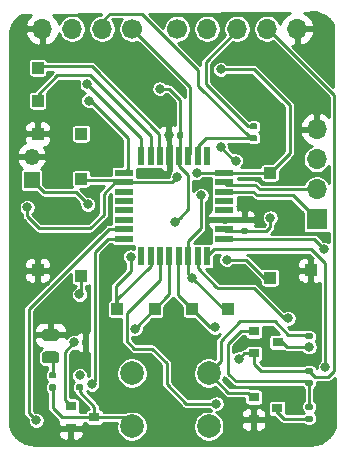
<source format=gtl>
%TF.GenerationSoftware,KiCad,Pcbnew,5.1.10-88a1d61d58~88~ubuntu18.04.1*%
%TF.CreationDate,2021-08-09T12:07:12+05:30*%
%TF.ProjectId,dhadak,64686164-616b-42e6-9b69-6361645f7063,1*%
%TF.SameCoordinates,Original*%
%TF.FileFunction,Copper,L1,Top*%
%TF.FilePolarity,Positive*%
%FSLAX46Y46*%
G04 Gerber Fmt 4.6, Leading zero omitted, Abs format (unit mm)*
G04 Created by KiCad (PCBNEW 5.1.10-88a1d61d58~88~ubuntu18.04.1) date 2021-08-09 12:07:12*
%MOMM*%
%LPD*%
G01*
G04 APERTURE LIST*
%TA.AperFunction,SMDPad,CuDef*%
%ADD10R,1.000000X1.000000*%
%TD*%
%TA.AperFunction,ComponentPad*%
%ADD11O,1.700000X1.700000*%
%TD*%
%TA.AperFunction,ComponentPad*%
%ADD12C,1.700000*%
%TD*%
%TA.AperFunction,ComponentPad*%
%ADD13R,1.700000X1.700000*%
%TD*%
%TA.AperFunction,ComponentPad*%
%ADD14R,1.350000X1.350000*%
%TD*%
%TA.AperFunction,ComponentPad*%
%ADD15O,1.350000X1.350000*%
%TD*%
%TA.AperFunction,SMDPad,CuDef*%
%ADD16R,0.900000X0.800000*%
%TD*%
%TA.AperFunction,ComponentPad*%
%ADD17C,2.000000*%
%TD*%
%TA.AperFunction,SMDPad,CuDef*%
%ADD18R,1.600000X0.550000*%
%TD*%
%TA.AperFunction,SMDPad,CuDef*%
%ADD19R,0.550000X1.600000*%
%TD*%
%TA.AperFunction,ViaPad*%
%ADD20C,0.800000*%
%TD*%
%TA.AperFunction,Conductor*%
%ADD21C,0.250000*%
%TD*%
%TA.AperFunction,Conductor*%
%ADD22C,0.254000*%
%TD*%
%TA.AperFunction,Conductor*%
%ADD23C,0.100000*%
%TD*%
G04 APERTURE END LIST*
%TO.P,C8,2*%
%TO.N,GND*%
%TA.AperFunction,SMDPad,CuDef*%
G36*
G01*
X121201200Y-119006200D02*
X120251200Y-119006200D01*
G75*
G02*
X120001200Y-118756200I0J250000D01*
G01*
X120001200Y-118256200D01*
G75*
G02*
X120251200Y-118006200I250000J0D01*
G01*
X121201200Y-118006200D01*
G75*
G02*
X121451200Y-118256200I0J-250000D01*
G01*
X121451200Y-118756200D01*
G75*
G02*
X121201200Y-119006200I-250000J0D01*
G01*
G37*
%TD.AperFunction*%
%TO.P,C8,1*%
%TO.N,Net-(C8-Pad1)*%
%TA.AperFunction,SMDPad,CuDef*%
G36*
G01*
X121201200Y-120906200D02*
X120251200Y-120906200D01*
G75*
G02*
X120001200Y-120656200I0J250000D01*
G01*
X120001200Y-120156200D01*
G75*
G02*
X120251200Y-119906200I250000J0D01*
G01*
X121201200Y-119906200D01*
G75*
G02*
X121451200Y-120156200I0J-250000D01*
G01*
X121451200Y-120656200D01*
G75*
G02*
X121201200Y-120906200I-250000J0D01*
G01*
G37*
%TD.AperFunction*%
%TD*%
D10*
%TO.P,TP14,1*%
%TO.N,GND*%
X142748000Y-113030000D03*
%TD*%
%TO.P,TP11,1*%
%TO.N,GND*%
X119634000Y-113030000D03*
%TD*%
%TO.P,TP10,1*%
%TO.N,GND*%
X119634000Y-101473000D03*
%TD*%
%TO.P,TP13,1*%
%TO.N,RED_SIG*%
X123317000Y-113538000D03*
%TD*%
%TO.P,TP12,1*%
%TO.N,IR_SIG*%
X139319000Y-113665000D03*
%TD*%
D11*
%TO.P,J2,4*%
%TO.N,GND*%
X120015000Y-92583000D03*
%TO.P,J2,3*%
%TO.N,VCC*%
X122555000Y-92583000D03*
%TO.P,J2,2*%
%TO.N,/RST*%
X125095000Y-92583000D03*
D12*
%TO.P,J2,1*%
%TO.N,/UPDI_DATA*%
X127635000Y-92583000D03*
%TD*%
%TO.P,J4,1*%
%TO.N,/RED_CATHODE*%
X131445000Y-92583000D03*
D11*
%TO.P,J4,2*%
%TO.N,/IR_CATHODE*%
X133985000Y-92583000D03*
%TO.P,J4,3*%
%TO.N,VCC*%
X136525000Y-92583000D03*
%TO.P,J4,4*%
%TO.N,/BATT*%
X139065000Y-92583000D03*
%TO.P,J4,5*%
%TO.N,GND*%
X141605000Y-92583000D03*
%TD*%
%TO.P,R3,2*%
%TO.N,VCC*%
%TA.AperFunction,SMDPad,CuDef*%
G36*
G01*
X138107000Y-101106000D02*
X137737000Y-101106000D01*
G75*
G02*
X137602000Y-100971000I0J135000D01*
G01*
X137602000Y-100701000D01*
G75*
G02*
X137737000Y-100566000I135000J0D01*
G01*
X138107000Y-100566000D01*
G75*
G02*
X138242000Y-100701000I0J-135000D01*
G01*
X138242000Y-100971000D01*
G75*
G02*
X138107000Y-101106000I-135000J0D01*
G01*
G37*
%TD.AperFunction*%
%TO.P,R3,1*%
%TO.N,/RST*%
%TA.AperFunction,SMDPad,CuDef*%
G36*
G01*
X138107000Y-102126000D02*
X137737000Y-102126000D01*
G75*
G02*
X137602000Y-101991000I0J135000D01*
G01*
X137602000Y-101721000D01*
G75*
G02*
X137737000Y-101586000I135000J0D01*
G01*
X138107000Y-101586000D01*
G75*
G02*
X138242000Y-101721000I0J-135000D01*
G01*
X138242000Y-101991000D01*
G75*
G02*
X138107000Y-102126000I-135000J0D01*
G01*
G37*
%TD.AperFunction*%
%TD*%
%TO.P,R13,2*%
%TO.N,Net-(C8-Pad1)*%
%TA.AperFunction,SMDPad,CuDef*%
G36*
G01*
X121089000Y-122190000D02*
X120719000Y-122190000D01*
G75*
G02*
X120584000Y-122055000I0J135000D01*
G01*
X120584000Y-121785000D01*
G75*
G02*
X120719000Y-121650000I135000J0D01*
G01*
X121089000Y-121650000D01*
G75*
G02*
X121224000Y-121785000I0J-135000D01*
G01*
X121224000Y-122055000D01*
G75*
G02*
X121089000Y-122190000I-135000J0D01*
G01*
G37*
%TD.AperFunction*%
%TO.P,R13,1*%
%TO.N,Net-(Q6-Pad3)*%
%TA.AperFunction,SMDPad,CuDef*%
G36*
G01*
X121089000Y-123210000D02*
X120719000Y-123210000D01*
G75*
G02*
X120584000Y-123075000I0J135000D01*
G01*
X120584000Y-122805000D01*
G75*
G02*
X120719000Y-122670000I135000J0D01*
G01*
X121089000Y-122670000D01*
G75*
G02*
X121224000Y-122805000I0J-135000D01*
G01*
X121224000Y-123075000D01*
G75*
G02*
X121089000Y-123210000I-135000J0D01*
G01*
G37*
%TD.AperFunction*%
%TD*%
%TO.P,R12,2*%
%TO.N,/BATT*%
%TA.AperFunction,SMDPad,CuDef*%
G36*
G01*
X123375000Y-122186000D02*
X123005000Y-122186000D01*
G75*
G02*
X122870000Y-122051000I0J135000D01*
G01*
X122870000Y-121781000D01*
G75*
G02*
X123005000Y-121646000I135000J0D01*
G01*
X123375000Y-121646000D01*
G75*
G02*
X123510000Y-121781000I0J-135000D01*
G01*
X123510000Y-122051000D01*
G75*
G02*
X123375000Y-122186000I-135000J0D01*
G01*
G37*
%TD.AperFunction*%
%TO.P,R12,1*%
%TO.N,Net-(Q6-Pad3)*%
%TA.AperFunction,SMDPad,CuDef*%
G36*
G01*
X123375000Y-123206000D02*
X123005000Y-123206000D01*
G75*
G02*
X122870000Y-123071000I0J135000D01*
G01*
X122870000Y-122801000D01*
G75*
G02*
X123005000Y-122666000I135000J0D01*
G01*
X123375000Y-122666000D01*
G75*
G02*
X123510000Y-122801000I0J-135000D01*
G01*
X123510000Y-123071000D01*
G75*
G02*
X123375000Y-123206000I-135000J0D01*
G01*
G37*
%TD.AperFunction*%
%TD*%
%TO.P,R11,1*%
%TO.N,VCC*%
%TA.AperFunction,SMDPad,CuDef*%
G36*
G01*
X142806000Y-119906000D02*
X142436000Y-119906000D01*
G75*
G02*
X142301000Y-119771000I0J135000D01*
G01*
X142301000Y-119501000D01*
G75*
G02*
X142436000Y-119366000I135000J0D01*
G01*
X142806000Y-119366000D01*
G75*
G02*
X142941000Y-119501000I0J-135000D01*
G01*
X142941000Y-119771000D01*
G75*
G02*
X142806000Y-119906000I-135000J0D01*
G01*
G37*
%TD.AperFunction*%
%TO.P,R11,2*%
%TO.N,Net-(C7-Pad1)*%
%TA.AperFunction,SMDPad,CuDef*%
G36*
G01*
X142806000Y-118886000D02*
X142436000Y-118886000D01*
G75*
G02*
X142301000Y-118751000I0J135000D01*
G01*
X142301000Y-118481000D01*
G75*
G02*
X142436000Y-118346000I135000J0D01*
G01*
X142806000Y-118346000D01*
G75*
G02*
X142941000Y-118481000I0J-135000D01*
G01*
X142941000Y-118751000D01*
G75*
G02*
X142806000Y-118886000I-135000J0D01*
G01*
G37*
%TD.AperFunction*%
%TD*%
%TO.P,R10,2*%
%TO.N,Net-(Q5-Pad3)*%
%TA.AperFunction,SMDPad,CuDef*%
G36*
G01*
X142436000Y-125337000D02*
X142806000Y-125337000D01*
G75*
G02*
X142941000Y-125472000I0J-135000D01*
G01*
X142941000Y-125742000D01*
G75*
G02*
X142806000Y-125877000I-135000J0D01*
G01*
X142436000Y-125877000D01*
G75*
G02*
X142301000Y-125742000I0J135000D01*
G01*
X142301000Y-125472000D01*
G75*
G02*
X142436000Y-125337000I135000J0D01*
G01*
G37*
%TD.AperFunction*%
%TO.P,R10,1*%
%TO.N,Net-(Q4-Pad1)*%
%TA.AperFunction,SMDPad,CuDef*%
G36*
G01*
X142436000Y-124317000D02*
X142806000Y-124317000D01*
G75*
G02*
X142941000Y-124452000I0J-135000D01*
G01*
X142941000Y-124722000D01*
G75*
G02*
X142806000Y-124857000I-135000J0D01*
G01*
X142436000Y-124857000D01*
G75*
G02*
X142301000Y-124722000I0J135000D01*
G01*
X142301000Y-124452000D01*
G75*
G02*
X142436000Y-124317000I135000J0D01*
G01*
G37*
%TD.AperFunction*%
%TD*%
%TO.P,R9,2*%
%TO.N,Net-(Q4-Pad1)*%
%TA.AperFunction,SMDPad,CuDef*%
G36*
G01*
X142436000Y-122287000D02*
X142806000Y-122287000D01*
G75*
G02*
X142941000Y-122422000I0J-135000D01*
G01*
X142941000Y-122692000D01*
G75*
G02*
X142806000Y-122827000I-135000J0D01*
G01*
X142436000Y-122827000D01*
G75*
G02*
X142301000Y-122692000I0J135000D01*
G01*
X142301000Y-122422000D01*
G75*
G02*
X142436000Y-122287000I135000J0D01*
G01*
G37*
%TD.AperFunction*%
%TO.P,R9,1*%
%TO.N,/BATT*%
%TA.AperFunction,SMDPad,CuDef*%
G36*
G01*
X142436000Y-121267000D02*
X142806000Y-121267000D01*
G75*
G02*
X142941000Y-121402000I0J-135000D01*
G01*
X142941000Y-121672000D01*
G75*
G02*
X142806000Y-121807000I-135000J0D01*
G01*
X142436000Y-121807000D01*
G75*
G02*
X142301000Y-121672000I0J135000D01*
G01*
X142301000Y-121402000D01*
G75*
G02*
X142436000Y-121267000I135000J0D01*
G01*
G37*
%TD.AperFunction*%
%TD*%
%TO.P,C7,2*%
%TO.N,GND*%
%TA.AperFunction,SMDPad,CuDef*%
G36*
G01*
X123390000Y-119296000D02*
X123390000Y-118956000D01*
G75*
G02*
X123530000Y-118816000I140000J0D01*
G01*
X123810000Y-118816000D01*
G75*
G02*
X123950000Y-118956000I0J-140000D01*
G01*
X123950000Y-119296000D01*
G75*
G02*
X123810000Y-119436000I-140000J0D01*
G01*
X123530000Y-119436000D01*
G75*
G02*
X123390000Y-119296000I0J140000D01*
G01*
G37*
%TD.AperFunction*%
%TO.P,C7,1*%
%TO.N,Net-(C7-Pad1)*%
%TA.AperFunction,SMDPad,CuDef*%
G36*
G01*
X122430000Y-119296000D02*
X122430000Y-118956000D01*
G75*
G02*
X122570000Y-118816000I140000J0D01*
G01*
X122850000Y-118816000D01*
G75*
G02*
X122990000Y-118956000I0J-140000D01*
G01*
X122990000Y-119296000D01*
G75*
G02*
X122850000Y-119436000I-140000J0D01*
G01*
X122570000Y-119436000D01*
G75*
G02*
X122430000Y-119296000I0J140000D01*
G01*
G37*
%TD.AperFunction*%
%TD*%
%TO.P,C2,2*%
%TO.N,VCC*%
%TA.AperFunction,SMDPad,CuDef*%
G36*
G01*
X136990000Y-109420000D02*
X137330000Y-109420000D01*
G75*
G02*
X137470000Y-109560000I0J-140000D01*
G01*
X137470000Y-109840000D01*
G75*
G02*
X137330000Y-109980000I-140000J0D01*
G01*
X136990000Y-109980000D01*
G75*
G02*
X136850000Y-109840000I0J140000D01*
G01*
X136850000Y-109560000D01*
G75*
G02*
X136990000Y-109420000I140000J0D01*
G01*
G37*
%TD.AperFunction*%
%TO.P,C2,1*%
%TO.N,GND*%
%TA.AperFunction,SMDPad,CuDef*%
G36*
G01*
X136990000Y-108460000D02*
X137330000Y-108460000D01*
G75*
G02*
X137470000Y-108600000I0J-140000D01*
G01*
X137470000Y-108880000D01*
G75*
G02*
X137330000Y-109020000I-140000J0D01*
G01*
X136990000Y-109020000D01*
G75*
G02*
X136850000Y-108880000I0J140000D01*
G01*
X136850000Y-108600000D01*
G75*
G02*
X136990000Y-108460000I140000J0D01*
G01*
G37*
%TD.AperFunction*%
%TD*%
%TO.P,C1,2*%
%TO.N,VCC*%
%TA.AperFunction,SMDPad,CuDef*%
G36*
G01*
X131419000Y-101770000D02*
X131419000Y-101430000D01*
G75*
G02*
X131559000Y-101290000I140000J0D01*
G01*
X131839000Y-101290000D01*
G75*
G02*
X131979000Y-101430000I0J-140000D01*
G01*
X131979000Y-101770000D01*
G75*
G02*
X131839000Y-101910000I-140000J0D01*
G01*
X131559000Y-101910000D01*
G75*
G02*
X131419000Y-101770000I0J140000D01*
G01*
G37*
%TD.AperFunction*%
%TO.P,C1,1*%
%TO.N,GND*%
%TA.AperFunction,SMDPad,CuDef*%
G36*
G01*
X130459000Y-101770000D02*
X130459000Y-101430000D01*
G75*
G02*
X130599000Y-101290000I140000J0D01*
G01*
X130879000Y-101290000D01*
G75*
G02*
X131019000Y-101430000I0J-140000D01*
G01*
X131019000Y-101770000D01*
G75*
G02*
X130879000Y-101910000I-140000J0D01*
G01*
X130599000Y-101910000D01*
G75*
G02*
X130459000Y-101770000I0J140000D01*
G01*
G37*
%TD.AperFunction*%
%TD*%
%TO.P,J1,4*%
%TO.N,GND*%
X143256000Y-101092000D03*
%TO.P,J1,3*%
%TO.N,VCC*%
X143256000Y-103632000D03*
%TO.P,J1,2*%
%TO.N,/OLED_SCL*%
X143256000Y-106172000D03*
D13*
%TO.P,J1,1*%
%TO.N,/OLED_SDA*%
X143256000Y-108712000D03*
%TD*%
D14*
%TO.P,J3,1*%
%TO.N,PD_CATHODE*%
X119126000Y-105410000D03*
D15*
%TO.P,J3,2*%
%TO.N,GND*%
X119126000Y-103410000D03*
%TD*%
D16*
%TO.P,Q4,1*%
%TO.N,Net-(Q4-Pad1)*%
X137954000Y-118176000D03*
%TO.P,Q4,2*%
%TO.N,/BATT*%
X137954000Y-120076000D03*
%TO.P,Q4,3*%
%TO.N,VCC*%
X139954000Y-119126000D03*
%TD*%
%TO.P,Q5,1*%
%TO.N,Net-(C7-Pad1)*%
X137922000Y-123764000D03*
%TO.P,Q5,2*%
%TO.N,GND*%
X137922000Y-125664000D03*
%TO.P,Q5,3*%
%TO.N,Net-(Q5-Pad3)*%
X139922000Y-124714000D03*
%TD*%
%TO.P,Q6,1*%
%TO.N,Net-(C7-Pad1)*%
X122444000Y-124526000D03*
%TO.P,Q6,2*%
%TO.N,GND*%
X122444000Y-126426000D03*
%TO.P,Q6,3*%
%TO.N,Net-(Q6-Pad3)*%
X124444000Y-125476000D03*
%TD*%
D17*
%TO.P,SW1,2*%
%TO.N,Net-(Q6-Pad3)*%
X127612000Y-126238000D03*
%TO.P,SW1,1*%
%TO.N,Net-(C7-Pad1)*%
X127612000Y-121738000D03*
%TO.P,SW1,2*%
%TO.N,Net-(Q6-Pad3)*%
X134112000Y-126238000D03*
%TO.P,SW1,1*%
%TO.N,Net-(C7-Pad1)*%
X134112000Y-121738000D03*
%TD*%
D10*
%TO.P,TP1,1*%
%TO.N,AMP*%
X135763000Y-116332000D03*
%TD*%
%TO.P,TP2,1*%
%TO.N,RED_OUT*%
X129540000Y-116332000D03*
%TD*%
%TO.P,TP3,1*%
%TO.N,IR_OUT*%
X132715000Y-116332000D03*
%TD*%
%TO.P,TP4,1*%
%TO.N,ITOV*%
X126365000Y-116332000D03*
%TD*%
%TO.P,TP5,1*%
%TO.N,/TXD*%
X119634000Y-95885000D03*
%TD*%
%TO.P,TP6,1*%
%TO.N,/RXD*%
X119634000Y-98679000D03*
%TD*%
%TO.P,TP7,1*%
%TO.N,RED_PULSE*%
X123317000Y-105283000D03*
%TD*%
%TO.P,TP8,1*%
%TO.N,IR_PULSE*%
X139319000Y-104775000D03*
%TD*%
%TO.P,TP9,1*%
%TO.N,DAC_DIFF*%
X123317000Y-101473000D03*
%TD*%
D18*
%TO.P,U1,1*%
%TO.N,/DAC_SCL*%
X126941000Y-104769000D03*
%TO.P,U1,2*%
%TO.N,RED_PULSE*%
X126941000Y-105569000D03*
%TO.P,U1,3*%
%TO.N,Net-(U1-Pad3)*%
X126941000Y-106369000D03*
%TO.P,U1,4*%
%TO.N,Net-(U1-Pad4)*%
X126941000Y-107169000D03*
%TO.P,U1,5*%
%TO.N,Net-(U1-Pad5)*%
X126941000Y-107969000D03*
%TO.P,U1,6*%
%TO.N,Net-(U1-Pad6)*%
X126941000Y-108769000D03*
%TO.P,U1,7*%
%TO.N,PGAR0*%
X126941000Y-109569000D03*
%TO.P,U1,8*%
%TO.N,PGAR1*%
X126941000Y-110369000D03*
D19*
%TO.P,U1,9*%
%TO.N,Net-(U1-Pad9)*%
X128391000Y-111819000D03*
%TO.P,U1,10*%
%TO.N,ITOV*%
X129191000Y-111819000D03*
%TO.P,U1,11*%
%TO.N,PGAR2*%
X129991000Y-111819000D03*
%TO.P,U1,12*%
%TO.N,RED_OUT*%
X130791000Y-111819000D03*
%TO.P,U1,13*%
%TO.N,IR_OUT*%
X131591000Y-111819000D03*
%TO.P,U1,14*%
%TO.N,AMP*%
X132391000Y-111819000D03*
%TO.P,U1,15*%
%TO.N,PGAI0*%
X133191000Y-111819000D03*
%TO.P,U1,16*%
%TO.N,PGAI1*%
X133991000Y-111819000D03*
D18*
%TO.P,U1,17*%
%TO.N,PGAI2*%
X135441000Y-110369000D03*
%TO.P,U1,18*%
%TO.N,VCC*%
X135441000Y-109569000D03*
%TO.P,U1,19*%
%TO.N,GND*%
X135441000Y-108769000D03*
%TO.P,U1,20*%
%TO.N,Net-(U1-Pad20)*%
X135441000Y-107969000D03*
%TO.P,U1,21*%
%TO.N,Net-(U1-Pad21)*%
X135441000Y-107169000D03*
%TO.P,U1,22*%
%TO.N,/OLED_SDA*%
X135441000Y-106369000D03*
%TO.P,U1,23*%
%TO.N,/OLED_SCL*%
X135441000Y-105569000D03*
%TO.P,U1,24*%
%TO.N,IR_PULSE*%
X135441000Y-104769000D03*
D19*
%TO.P,U1,25*%
%TO.N,Net-(U1-Pad25)*%
X133991000Y-103319000D03*
%TO.P,U1,26*%
%TO.N,/RST*%
X133191000Y-103319000D03*
%TO.P,U1,27*%
%TO.N,/UPDI_DATA*%
X132391000Y-103319000D03*
%TO.P,U1,28*%
%TO.N,VCC*%
X131591000Y-103319000D03*
%TO.P,U1,29*%
%TO.N,GND*%
X130791000Y-103319000D03*
%TO.P,U1,30*%
%TO.N,/TXD*%
X129991000Y-103319000D03*
%TO.P,U1,31*%
%TO.N,/RXD*%
X129191000Y-103319000D03*
%TO.P,U1,32*%
%TO.N,/DAC_SDA*%
X128391000Y-103319000D03*
%TD*%
D20*
%TO.N,GND*%
X140970000Y-113792000D03*
X125603000Y-95504000D03*
X130739000Y-101600000D03*
X141732000Y-104775000D03*
X141478000Y-108966000D03*
X137922000Y-107569000D03*
X131318000Y-118237000D03*
X129540000Y-121285000D03*
X139573000Y-126111000D03*
%TO.N,VCC*%
X139319000Y-108584998D03*
X131285989Y-108966000D03*
X129979851Y-97663000D03*
X142621000Y-119505000D03*
%TO.N,DAC_DIFF*%
X123317000Y-101473000D03*
%TO.N,/DAC_LED*%
X135128000Y-102616000D03*
X136397001Y-103760001D03*
%TO.N,Net-(C7-Pad1)*%
X122709990Y-119126000D03*
%TO.N,ITOV*%
X127508000Y-111887004D03*
%TO.N,PD_CATHODE*%
X123886000Y-107442000D03*
%TO.N,/DAC_SCL*%
X123952000Y-98679000D03*
%TO.N,/DAC_SDA*%
X123822342Y-97288662D03*
%TO.N,/BATT*%
X123190006Y-121916000D03*
X136652000Y-120523000D03*
%TO.N,RED_PULSE*%
X118743000Y-107696000D03*
X131444986Y-105155996D03*
%TO.N,IR_PULSE*%
X135128000Y-96012000D03*
X133096000Y-104775000D03*
%TO.N,AMP*%
X132715000Y-113665000D03*
X133477000Y-106680026D03*
%TO.N,PGAI0*%
X140843000Y-117094000D03*
%TO.N,PGAR0*%
X119507000Y-125730000D03*
%TO.N,IR_OUT*%
X134620000Y-117854000D03*
%TO.N,RED_OUT*%
X127889000Y-117983000D03*
%TO.N,PGAI1*%
X143981001Y-121248001D03*
%TO.N,PGAR1*%
X124204000Y-122682000D03*
%TO.N,PGAI2*%
X143892824Y-111250172D03*
%TO.N,PGAR2*%
X134747000Y-124333000D03*
%TO.N,IR_SIG*%
X135636000Y-112141000D03*
%TO.N,RED_SIG*%
X123174000Y-115062000D03*
%TD*%
D21*
%TO.N,GND*%
X130739000Y-103267000D02*
X130791000Y-103319000D01*
X130739000Y-101600000D02*
X130739000Y-101600000D01*
X130739000Y-101671000D02*
X130739000Y-103267000D01*
X137131000Y-108769000D02*
X137160000Y-108740000D01*
X135441000Y-108769000D02*
X137131000Y-108769000D01*
X130739000Y-101600000D02*
X130739000Y-101671000D01*
%TO.N,VCC*%
X131699000Y-103211000D02*
X131591000Y-103319000D01*
X131699000Y-101600000D02*
X131699000Y-103211000D01*
X142621000Y-119505000D02*
X142621000Y-119505000D01*
X142621000Y-119505000D02*
X142621000Y-119505000D01*
X131591000Y-103319000D02*
X131572000Y-103338000D01*
X136525000Y-92583000D02*
X136525000Y-92837000D01*
X136525000Y-92710000D02*
X136525000Y-92583000D01*
X133858000Y-95377000D02*
X136525000Y-92710000D01*
X133858000Y-97282000D02*
X133858000Y-95377000D01*
X137922000Y-100836000D02*
X137412000Y-100836000D01*
X137412000Y-100836000D02*
X133858000Y-97282000D01*
X140335000Y-119126000D02*
X140718000Y-119509000D01*
X140718000Y-119509000D02*
X142621000Y-119509000D01*
X139954000Y-119126000D02*
X140335000Y-119126000D01*
X132370999Y-107880990D02*
X131685988Y-108566001D01*
X131591000Y-103319000D02*
X131591000Y-104216002D01*
X132370999Y-104996001D02*
X132370999Y-107880990D01*
X131591000Y-104216002D02*
X132370999Y-104996001D01*
X131685988Y-108566001D02*
X131285989Y-108966000D01*
X139319000Y-109347000D02*
X139319000Y-108584998D01*
X137160000Y-109700000D02*
X138966000Y-109700000D01*
X138966000Y-109700000D02*
X139319000Y-109347000D01*
X130740685Y-97663000D02*
X129979851Y-97663000D01*
X131699000Y-101600000D02*
X131699000Y-98621315D01*
X131699000Y-98621315D02*
X130740685Y-97663000D01*
X137124500Y-109664500D02*
X137160000Y-109700000D01*
X135441000Y-109569000D02*
X135536500Y-109664500D01*
X135536500Y-109664500D02*
X137124500Y-109664500D01*
%TO.N,/DAC_LED*%
X135128000Y-102616000D02*
X136272001Y-103760001D01*
X136272001Y-103760001D02*
X136397001Y-103760001D01*
%TO.N,Net-(C7-Pad1)*%
X134112000Y-121738000D02*
X135763000Y-123389000D01*
X135763000Y-123389000D02*
X137436000Y-123389000D01*
X137436000Y-123389000D02*
X137811000Y-123764000D01*
X142621000Y-118616000D02*
X142621000Y-118489000D01*
X121920000Y-119916000D02*
X122710000Y-119126000D01*
X122444000Y-124526000D02*
X121920000Y-124002000D01*
X121920000Y-124002000D02*
X121920000Y-119916000D01*
X142496000Y-118491000D02*
X142621000Y-118616000D01*
X140843000Y-118491000D02*
X142496000Y-118491000D01*
X139700000Y-117348000D02*
X140843000Y-118491000D01*
X135128000Y-118999000D02*
X136779000Y-117348000D01*
X135128000Y-120722000D02*
X135128000Y-118999000D01*
X136779000Y-117348000D02*
X139700000Y-117348000D01*
X134112000Y-121738000D02*
X135128000Y-120722000D01*
%TO.N,Net-(C8-Pad1)*%
X120904000Y-120584000D02*
X120904000Y-121920000D01*
X120726200Y-120406200D02*
X120904000Y-120584000D01*
%TO.N,ITOV*%
X126238000Y-114376200D02*
X127508000Y-113106200D01*
X126365000Y-116332000D02*
X126238000Y-116205000D01*
X127508000Y-113106200D02*
X127508000Y-111887004D01*
X126238000Y-116205000D02*
X126238000Y-114376200D01*
X126365000Y-115468400D02*
X126365000Y-116332000D01*
X129191000Y-111819000D02*
X129191000Y-112642400D01*
X129191000Y-112642400D02*
X126365000Y-115468400D01*
%TO.N,PD_CATHODE*%
X122870000Y-106426000D02*
X123886000Y-107442000D01*
X119126000Y-105410000D02*
X120142000Y-106426000D01*
X120142000Y-106426000D02*
X122870000Y-106426000D01*
%TO.N,/DAC_SCL*%
X124142500Y-98679000D02*
X123952000Y-98679000D01*
X127254000Y-101790500D02*
X124142500Y-98679000D01*
X126941000Y-104769000D02*
X127254000Y-104456000D01*
X127254000Y-104456000D02*
X127254000Y-101790500D01*
%TO.N,/DAC_SDA*%
X128391000Y-103319000D02*
X128391000Y-101857320D01*
X123822998Y-97288006D02*
X123822342Y-97288662D01*
X128391000Y-101857320D02*
X123822342Y-97288662D01*
X123822998Y-97284002D02*
X123822998Y-97288006D01*
%TO.N,/OLED_SDA*%
X141224000Y-106680000D02*
X138176000Y-106680000D01*
X143256000Y-108712000D02*
X141224000Y-106680000D01*
X138176000Y-106680000D02*
X137865000Y-106369000D01*
X137865000Y-106369000D02*
X135441000Y-106369000D01*
%TO.N,/OLED_SCL*%
X135640999Y-105768999D02*
X135441000Y-105569000D01*
X136501001Y-105768999D02*
X135640999Y-105768999D01*
X136523002Y-105791000D02*
X136501001Y-105768999D01*
X138049000Y-105791000D02*
X136523002Y-105791000D01*
X143256000Y-106172000D02*
X138430000Y-106172000D01*
X138430000Y-106172000D02*
X138049000Y-105791000D01*
%TO.N,/RST*%
X133191000Y-102521000D02*
X133858000Y-101854000D01*
X133191000Y-103319000D02*
X133191000Y-102521000D01*
X133860000Y-101856000D02*
X133858000Y-101854000D01*
X137922000Y-101856000D02*
X133860000Y-101856000D01*
X125095000Y-91948000D02*
X125095000Y-92583000D01*
X125730000Y-91313000D02*
X125095000Y-91948000D01*
X137922000Y-101856000D02*
X137670000Y-101856000D01*
X128435998Y-91313000D02*
X125730000Y-91313000D01*
X137670000Y-101856000D02*
X133223000Y-97409000D01*
X133223000Y-97409000D02*
X133223000Y-96100002D01*
X133223000Y-96100002D02*
X128435998Y-91313000D01*
%TO.N,/UPDI_DATA*%
X132530011Y-97478011D02*
X128484999Y-93432999D01*
X132530011Y-103179989D02*
X132530011Y-97478011D01*
X128484999Y-93432999D02*
X127635000Y-92583000D01*
X132391000Y-103319000D02*
X132530011Y-103179989D01*
%TO.N,/BATT*%
X137954000Y-120076000D02*
X137954000Y-120076000D01*
X137099000Y-120076000D02*
X136652000Y-120523000D01*
X137954000Y-120076000D02*
X137099000Y-120076000D01*
X142619000Y-121539000D02*
X142621000Y-121537000D01*
X138557000Y-121539000D02*
X142619000Y-121539000D01*
X137954000Y-120936000D02*
X138557000Y-121539000D01*
X137954000Y-120076000D02*
X137954000Y-120936000D01*
X139382500Y-92837000D02*
X144743002Y-98197502D01*
X143131000Y-122047000D02*
X142621000Y-121537000D01*
X139065000Y-92837000D02*
X139382500Y-92837000D01*
X144255004Y-122047000D02*
X143131000Y-122047000D01*
X144743002Y-98197502D02*
X144743002Y-121559002D01*
X144743002Y-121559002D02*
X144255004Y-122047000D01*
%TO.N,Net-(Q4-Pad1)*%
X136840000Y-118176000D02*
X135763000Y-119253000D01*
X137160000Y-122428000D02*
X142494000Y-122428000D01*
X137954000Y-118176000D02*
X136840000Y-118176000D01*
X135763000Y-119253000D02*
X135763000Y-121793000D01*
X136398000Y-122428000D02*
X137160000Y-122428000D01*
X135763000Y-121793000D02*
X136398000Y-122428000D01*
X142621000Y-124587000D02*
X142621000Y-122557000D01*
%TO.N,Net-(Q5-Pad3)*%
X139811000Y-124714000D02*
X139811000Y-124825000D01*
X139811000Y-124714000D02*
X139811000Y-124952000D01*
X139811000Y-124952000D02*
X140466000Y-125607000D01*
X140466000Y-125607000D02*
X142621000Y-125607000D01*
%TO.N,Net-(Q6-Pad3)*%
X126850000Y-125476000D02*
X127612000Y-126238000D01*
X124444000Y-125476000D02*
X126850000Y-125476000D01*
X121666000Y-125476000D02*
X124444000Y-125476000D01*
X120904000Y-122940000D02*
X120904000Y-124714000D01*
X120904000Y-124714000D02*
X121666000Y-125476000D01*
X124444000Y-124571000D02*
X124444000Y-125476000D01*
X123190000Y-122936000D02*
X123190000Y-123317000D01*
X123190000Y-123317000D02*
X124444000Y-124571000D01*
%TO.N,RED_PULSE*%
X126941000Y-105569000D02*
X131031982Y-105569000D01*
X131031982Y-105569000D02*
X131444986Y-105155996D01*
X123444000Y-105410000D02*
X123317000Y-105283000D01*
X126941000Y-105569000D02*
X126782000Y-105410000D01*
X126782000Y-105410000D02*
X123444000Y-105410000D01*
X124079000Y-109474000D02*
X119761000Y-109474000D01*
X125222000Y-106553000D02*
X125222000Y-108331000D01*
X126941000Y-105569000D02*
X126206000Y-105569000D01*
X126206000Y-105569000D02*
X125222000Y-106553000D01*
X125222000Y-108331000D02*
X124079000Y-109474000D01*
X119761000Y-109474000D02*
X118743000Y-108456000D01*
X118743000Y-108456000D02*
X118743000Y-107696000D01*
%TO.N,IR_PULSE*%
X137922000Y-96012000D02*
X135128000Y-96012000D01*
X140970000Y-103124000D02*
X140970000Y-99060000D01*
X135441000Y-104769000D02*
X139325000Y-104769000D01*
X140970000Y-99060000D02*
X137922000Y-96012000D01*
X139325000Y-104769000D02*
X140970000Y-103124000D01*
X133102000Y-104769000D02*
X133096000Y-104775000D01*
X135441000Y-104769000D02*
X133102000Y-104769000D01*
%TO.N,AMP*%
X132391000Y-111819000D02*
X132391000Y-113341000D01*
X132391000Y-113341000D02*
X132715000Y-113665000D01*
X132784010Y-113734010D02*
X132715000Y-113665000D01*
X135763000Y-116332000D02*
X135382000Y-116332000D01*
X135382000Y-116332000D02*
X132784010Y-113734010D01*
X133477000Y-109474000D02*
X133477000Y-106680026D01*
X132391000Y-111819000D02*
X132391000Y-110560000D01*
X132391000Y-110560000D02*
X133477000Y-109474000D01*
%TO.N,PGAI0*%
X140462000Y-117094000D02*
X140843000Y-117094000D01*
X137922000Y-114554000D02*
X140462000Y-117094000D01*
X137668000Y-114554000D02*
X137922000Y-114554000D01*
X134747000Y-114427000D02*
X134874000Y-114554000D01*
X134874000Y-114554000D02*
X137668000Y-114554000D01*
X133191000Y-111819000D02*
X133191000Y-112869000D01*
X133191000Y-112869000D02*
X134749000Y-114427000D01*
%TO.N,PGAR0*%
X125635000Y-109569000D02*
X118872000Y-116332000D01*
X118872000Y-116332000D02*
X118872000Y-125095000D01*
X126941000Y-109569000D02*
X125635000Y-109569000D01*
X118872000Y-125095000D02*
X119507000Y-125730000D01*
%TO.N,IR_OUT*%
X134300000Y-117854000D02*
X134620000Y-117854000D01*
X134237000Y-117854000D02*
X134300000Y-117854000D01*
X131591000Y-111819000D02*
X131481998Y-111928002D01*
X131481998Y-115098998D02*
X134237000Y-117854000D01*
X131481998Y-111928002D02*
X131481998Y-115098998D01*
%TO.N,RED_OUT*%
X130791000Y-111819000D02*
X130791000Y-115081000D01*
X130791000Y-115081000D02*
X127889000Y-117983000D01*
%TO.N,PGAI1*%
X134558000Y-111252000D02*
X142821648Y-111252000D01*
X133991000Y-111819000D02*
X134558000Y-111252000D01*
X142821648Y-111252000D02*
X143981001Y-112411353D01*
X143981001Y-112411353D02*
X143981001Y-121248001D01*
%TO.N,PGAR1*%
X124460000Y-111506000D02*
X124460000Y-122426000D01*
X126941000Y-110369000D02*
X125597000Y-110369000D01*
X124460000Y-122426000D02*
X124204000Y-122682000D01*
X125597000Y-110369000D02*
X124460000Y-111506000D01*
%TO.N,PGAI2*%
X143011652Y-110369000D02*
X143892824Y-111250172D01*
X135441000Y-110369000D02*
X143011652Y-110369000D01*
%TO.N,PGAR2*%
X132207000Y-124333000D02*
X134747000Y-124333000D01*
X130556000Y-120904000D02*
X130556000Y-122682000D01*
X127787400Y-119659400D02*
X129311400Y-119659400D01*
X129991000Y-113849000D02*
X127190001Y-116649999D01*
X129991000Y-111819000D02*
X129991000Y-113849000D01*
X127190001Y-116649999D02*
X127190001Y-117092001D01*
X127190001Y-117092001D02*
X127163998Y-117118004D01*
X129311400Y-119659400D02*
X130556000Y-120904000D01*
X127163998Y-117118004D02*
X127163998Y-119035998D01*
X130556000Y-122682000D02*
X132207000Y-124333000D01*
X127163998Y-119035998D02*
X127787400Y-119659400D01*
X134747000Y-124333000D02*
X134747000Y-124333000D01*
%TO.N,/TXD*%
X129921000Y-103249000D02*
X129921000Y-101473000D01*
X129991000Y-103319000D02*
X129921000Y-103249000D01*
X129921000Y-101473000D02*
X124206000Y-95758000D01*
X124206000Y-95758000D02*
X119761000Y-95758000D01*
X119761000Y-95758000D02*
X119634000Y-95885000D01*
%TO.N,/RXD*%
X119634000Y-98806000D02*
X119634000Y-98679000D01*
X129191000Y-102269000D02*
X129191000Y-103319000D01*
X124079000Y-96520000D02*
X129191000Y-101632000D01*
X121285000Y-96520000D02*
X124079000Y-96520000D01*
X119634000Y-98171000D02*
X121285000Y-96520000D01*
X119634000Y-98679000D02*
X119634000Y-98171000D01*
X129191000Y-101632000D02*
X129191000Y-102269000D01*
%TO.N,Net-(U1-Pad20)*%
X135441000Y-107969000D02*
X135587000Y-107823000D01*
%TO.N,IR_SIG*%
X139319000Y-113665000D02*
X138811000Y-113665000D01*
X138811000Y-113665000D02*
X137287000Y-112141000D01*
X137287000Y-112141000D02*
X135636000Y-112141000D01*
%TO.N,RED_SIG*%
X123317000Y-114919000D02*
X123174000Y-115062000D01*
X123317000Y-113538000D02*
X123317000Y-114919000D01*
%TD*%
D22*
%TO.N,GND*%
X124997777Y-91406000D02*
X124979076Y-91406000D01*
X124751682Y-91451231D01*
X124537481Y-91539956D01*
X124344706Y-91668764D01*
X124180764Y-91832706D01*
X124051956Y-92025481D01*
X123963231Y-92239682D01*
X123918000Y-92467076D01*
X123918000Y-92698924D01*
X123963231Y-92926318D01*
X124051956Y-93140519D01*
X124180764Y-93333294D01*
X124344706Y-93497236D01*
X124537481Y-93626044D01*
X124751682Y-93714769D01*
X124979076Y-93760000D01*
X125210924Y-93760000D01*
X125438318Y-93714769D01*
X125652519Y-93626044D01*
X125845294Y-93497236D01*
X126009236Y-93333294D01*
X126138044Y-93140519D01*
X126226769Y-92926318D01*
X126272000Y-92698924D01*
X126272000Y-92467076D01*
X126226769Y-92239682D01*
X126138044Y-92025481D01*
X126009236Y-91832706D01*
X125941530Y-91765000D01*
X126788470Y-91765000D01*
X126720764Y-91832706D01*
X126591956Y-92025481D01*
X126503231Y-92239682D01*
X126458000Y-92467076D01*
X126458000Y-92698924D01*
X126503231Y-92926318D01*
X126591956Y-93140519D01*
X126720764Y-93333294D01*
X126884706Y-93497236D01*
X127077481Y-93626044D01*
X127291682Y-93714769D01*
X127519076Y-93760000D01*
X127750924Y-93760000D01*
X127978318Y-93714769D01*
X128083837Y-93671062D01*
X128181087Y-93768312D01*
X128181098Y-93768321D01*
X132078012Y-97665236D01*
X132078012Y-98371543D01*
X132076643Y-98368982D01*
X132020159Y-98300156D01*
X132002910Y-98286000D01*
X131076008Y-97359100D01*
X131061844Y-97341841D01*
X130993018Y-97285357D01*
X130914495Y-97243386D01*
X130829292Y-97217540D01*
X130762890Y-97211000D01*
X130740685Y-97208813D01*
X130718480Y-97211000D01*
X130552190Y-97211000D01*
X130544549Y-97199564D01*
X130443287Y-97098302D01*
X130324215Y-97018741D01*
X130191909Y-96963938D01*
X130051454Y-96936000D01*
X129908248Y-96936000D01*
X129767793Y-96963938D01*
X129635487Y-97018741D01*
X129516415Y-97098302D01*
X129415153Y-97199564D01*
X129335592Y-97318636D01*
X129280789Y-97450942D01*
X129252851Y-97591397D01*
X129252851Y-97734603D01*
X129280789Y-97875058D01*
X129335592Y-98007364D01*
X129415153Y-98126436D01*
X129516415Y-98227698D01*
X129635487Y-98307259D01*
X129767793Y-98362062D01*
X129908248Y-98390000D01*
X130051454Y-98390000D01*
X130191909Y-98362062D01*
X130324215Y-98307259D01*
X130443287Y-98227698D01*
X130544549Y-98126436D01*
X130552190Y-98115000D01*
X130553462Y-98115000D01*
X131247001Y-98808541D01*
X131247000Y-100695802D01*
X131146348Y-100664765D01*
X131024750Y-100655000D01*
X130866000Y-100813750D01*
X130866000Y-101473000D01*
X130886000Y-101473000D01*
X130886000Y-101727000D01*
X130866000Y-101727000D01*
X130866000Y-102386250D01*
X130918000Y-102438250D01*
X130918000Y-103192000D01*
X130938000Y-103192000D01*
X130938000Y-103446000D01*
X130918000Y-103446000D01*
X130918000Y-104595250D01*
X130947799Y-104625049D01*
X130880288Y-104692560D01*
X130800727Y-104811632D01*
X130745924Y-104943938D01*
X130717986Y-105084393D01*
X130717986Y-105117000D01*
X128060569Y-105117000D01*
X128063268Y-105108103D01*
X128069582Y-105044000D01*
X128069582Y-104494000D01*
X128064510Y-104442510D01*
X128116000Y-104447582D01*
X128666000Y-104447582D01*
X128730103Y-104441268D01*
X128791000Y-104422795D01*
X128851897Y-104441268D01*
X128916000Y-104447582D01*
X129466000Y-104447582D01*
X129530103Y-104441268D01*
X129591000Y-104422795D01*
X129651897Y-104441268D01*
X129716000Y-104447582D01*
X129971424Y-104447582D01*
X129983764Y-104470938D01*
X130062650Y-104568010D01*
X130158959Y-104647826D01*
X130268988Y-104707320D01*
X130388510Y-104744206D01*
X130505250Y-104754000D01*
X130664000Y-104595250D01*
X130664000Y-103446000D01*
X130644000Y-103446000D01*
X130644000Y-103192000D01*
X130664000Y-103192000D01*
X130664000Y-102042750D01*
X130612000Y-101990750D01*
X130612000Y-101727000D01*
X130592000Y-101727000D01*
X130592000Y-101473000D01*
X130612000Y-101473000D01*
X130612000Y-100813750D01*
X130453250Y-100655000D01*
X130331652Y-100664765D01*
X130212122Y-100701623D01*
X130102079Y-100761092D01*
X130005753Y-100840887D01*
X129970935Y-100883711D01*
X124541323Y-95454100D01*
X124527159Y-95436841D01*
X124458333Y-95380357D01*
X124379810Y-95338386D01*
X124294607Y-95312540D01*
X124228205Y-95306000D01*
X124206000Y-95303813D01*
X124183795Y-95306000D01*
X120451749Y-95306000D01*
X120437570Y-95259257D01*
X120407206Y-95202450D01*
X120366343Y-95152657D01*
X120316550Y-95111794D01*
X120259743Y-95081430D01*
X120198103Y-95062732D01*
X120134000Y-95056418D01*
X119134000Y-95056418D01*
X119069897Y-95062732D01*
X119008257Y-95081430D01*
X118951450Y-95111794D01*
X118901657Y-95152657D01*
X118860794Y-95202450D01*
X118830430Y-95259257D01*
X118811732Y-95320897D01*
X118805418Y-95385000D01*
X118805418Y-96385000D01*
X118811732Y-96449103D01*
X118830430Y-96510743D01*
X118860794Y-96567550D01*
X118901657Y-96617343D01*
X118951450Y-96658206D01*
X119008257Y-96688570D01*
X119069897Y-96707268D01*
X119134000Y-96713582D01*
X120134000Y-96713582D01*
X120198103Y-96707268D01*
X120259743Y-96688570D01*
X120316550Y-96658206D01*
X120366343Y-96617343D01*
X120407206Y-96567550D01*
X120437570Y-96510743D01*
X120456268Y-96449103D01*
X120462582Y-96385000D01*
X120462582Y-96210000D01*
X120954683Y-96210000D01*
X120949681Y-96216095D01*
X119330096Y-97835681D01*
X119312842Y-97849841D01*
X119312368Y-97850418D01*
X119134000Y-97850418D01*
X119069897Y-97856732D01*
X119008257Y-97875430D01*
X118951450Y-97905794D01*
X118901657Y-97946657D01*
X118860794Y-97996450D01*
X118830430Y-98053257D01*
X118811732Y-98114897D01*
X118805418Y-98179000D01*
X118805418Y-99179000D01*
X118811732Y-99243103D01*
X118830430Y-99304743D01*
X118860794Y-99361550D01*
X118901657Y-99411343D01*
X118951450Y-99452206D01*
X119008257Y-99482570D01*
X119069897Y-99501268D01*
X119134000Y-99507582D01*
X120134000Y-99507582D01*
X120198103Y-99501268D01*
X120259743Y-99482570D01*
X120316550Y-99452206D01*
X120366343Y-99411343D01*
X120407206Y-99361550D01*
X120437570Y-99304743D01*
X120456268Y-99243103D01*
X120462582Y-99179000D01*
X120462582Y-98179000D01*
X120456268Y-98114897D01*
X120437570Y-98053257D01*
X120421337Y-98022887D01*
X121472224Y-96972000D01*
X123166608Y-96972000D01*
X123123280Y-97076604D01*
X123095342Y-97217059D01*
X123095342Y-97360265D01*
X123123280Y-97500720D01*
X123178083Y-97633026D01*
X123257644Y-97752098D01*
X123358906Y-97853360D01*
X123477978Y-97932921D01*
X123610284Y-97987724D01*
X123685179Y-98002621D01*
X123607636Y-98034741D01*
X123488564Y-98114302D01*
X123387302Y-98215564D01*
X123307741Y-98334636D01*
X123252938Y-98466942D01*
X123225000Y-98607397D01*
X123225000Y-98750603D01*
X123252938Y-98891058D01*
X123307741Y-99023364D01*
X123387302Y-99142436D01*
X123488564Y-99243698D01*
X123607636Y-99323259D01*
X123739942Y-99378062D01*
X123880397Y-99406000D01*
X124023603Y-99406000D01*
X124164058Y-99378062D01*
X124191127Y-99366850D01*
X126802001Y-101977726D01*
X126802000Y-104165418D01*
X126141000Y-104165418D01*
X126076897Y-104171732D01*
X126015257Y-104190430D01*
X125958450Y-104220794D01*
X125908657Y-104261657D01*
X125867794Y-104311450D01*
X125837430Y-104368257D01*
X125818732Y-104429897D01*
X125812418Y-104494000D01*
X125812418Y-104958000D01*
X124145582Y-104958000D01*
X124145582Y-104783000D01*
X124139268Y-104718897D01*
X124120570Y-104657257D01*
X124090206Y-104600450D01*
X124049343Y-104550657D01*
X123999550Y-104509794D01*
X123942743Y-104479430D01*
X123881103Y-104460732D01*
X123817000Y-104454418D01*
X122817000Y-104454418D01*
X122752897Y-104460732D01*
X122691257Y-104479430D01*
X122634450Y-104509794D01*
X122584657Y-104550657D01*
X122543794Y-104600450D01*
X122513430Y-104657257D01*
X122494732Y-104718897D01*
X122488418Y-104783000D01*
X122488418Y-105783000D01*
X122494732Y-105847103D01*
X122513430Y-105908743D01*
X122543794Y-105965550D01*
X122550729Y-105974000D01*
X120329224Y-105974000D01*
X120129582Y-105774358D01*
X120129582Y-104735000D01*
X120123268Y-104670897D01*
X120104570Y-104609257D01*
X120074206Y-104552450D01*
X120033343Y-104502657D01*
X119983550Y-104461794D01*
X119936062Y-104436411D01*
X120104303Y-104281227D01*
X120255473Y-104073629D01*
X120363238Y-103840528D01*
X120393910Y-103739400D01*
X120270224Y-103537000D01*
X119253000Y-103537000D01*
X119253000Y-103557000D01*
X118999000Y-103557000D01*
X118999000Y-103537000D01*
X117981776Y-103537000D01*
X117858090Y-103739400D01*
X117888762Y-103840528D01*
X117996527Y-104073629D01*
X118147697Y-104281227D01*
X118315938Y-104436411D01*
X118268450Y-104461794D01*
X118218657Y-104502657D01*
X118177794Y-104552450D01*
X118147430Y-104609257D01*
X118128732Y-104670897D01*
X118122418Y-104735000D01*
X118122418Y-106085000D01*
X118128732Y-106149103D01*
X118147430Y-106210743D01*
X118177794Y-106267550D01*
X118218657Y-106317343D01*
X118268450Y-106358206D01*
X118325257Y-106388570D01*
X118386897Y-106407268D01*
X118451000Y-106413582D01*
X119490358Y-106413582D01*
X119806681Y-106729905D01*
X119820841Y-106747159D01*
X119889667Y-106803643D01*
X119968190Y-106845614D01*
X120053392Y-106871460D01*
X120142000Y-106880187D01*
X120164205Y-106878000D01*
X122682777Y-106878000D01*
X123161683Y-107356907D01*
X123159000Y-107370397D01*
X123159000Y-107513603D01*
X123186938Y-107654058D01*
X123241741Y-107786364D01*
X123321302Y-107905436D01*
X123422564Y-108006698D01*
X123541636Y-108086259D01*
X123673942Y-108141062D01*
X123814397Y-108169000D01*
X123957603Y-108169000D01*
X124098058Y-108141062D01*
X124230364Y-108086259D01*
X124349436Y-108006698D01*
X124450698Y-107905436D01*
X124530259Y-107786364D01*
X124585062Y-107654058D01*
X124613000Y-107513603D01*
X124613000Y-107370397D01*
X124585062Y-107229942D01*
X124530259Y-107097636D01*
X124450698Y-106978564D01*
X124349436Y-106877302D01*
X124230364Y-106797741D01*
X124098058Y-106742938D01*
X123957603Y-106715000D01*
X123814397Y-106715000D01*
X123800907Y-106717683D01*
X123205323Y-106122100D01*
X123196691Y-106111582D01*
X123817000Y-106111582D01*
X123881103Y-106105268D01*
X123942743Y-106086570D01*
X123999550Y-106056206D01*
X124049343Y-106015343D01*
X124090206Y-105965550D01*
X124120570Y-105908743D01*
X124134749Y-105862000D01*
X125273776Y-105862000D01*
X124918100Y-106217677D01*
X124900841Y-106231841D01*
X124844357Y-106300668D01*
X124813603Y-106358206D01*
X124802386Y-106379191D01*
X124776540Y-106464393D01*
X124767813Y-106553000D01*
X124770000Y-106575205D01*
X124770001Y-108143774D01*
X123891777Y-109022000D01*
X119948225Y-109022000D01*
X119195000Y-108268777D01*
X119195000Y-108268339D01*
X119206436Y-108260698D01*
X119307698Y-108159436D01*
X119387259Y-108040364D01*
X119442062Y-107908058D01*
X119470000Y-107767603D01*
X119470000Y-107624397D01*
X119442062Y-107483942D01*
X119387259Y-107351636D01*
X119307698Y-107232564D01*
X119206436Y-107131302D01*
X119087364Y-107051741D01*
X118955058Y-106996938D01*
X118814603Y-106969000D01*
X118671397Y-106969000D01*
X118530942Y-106996938D01*
X118398636Y-107051741D01*
X118279564Y-107131302D01*
X118178302Y-107232564D01*
X118098741Y-107351636D01*
X118043938Y-107483942D01*
X118016000Y-107624397D01*
X118016000Y-107767603D01*
X118043938Y-107908058D01*
X118098741Y-108040364D01*
X118178302Y-108159436D01*
X118279564Y-108260698D01*
X118291000Y-108268339D01*
X118291000Y-108433794D01*
X118288813Y-108456000D01*
X118291000Y-108478204D01*
X118297540Y-108544606D01*
X118323386Y-108629809D01*
X118365357Y-108708332D01*
X118421841Y-108777159D01*
X118439100Y-108791323D01*
X119425685Y-109777910D01*
X119439841Y-109795159D01*
X119508667Y-109851643D01*
X119587190Y-109893614D01*
X119645988Y-109911450D01*
X119672392Y-109919460D01*
X119760999Y-109928187D01*
X119783204Y-109926000D01*
X124056795Y-109926000D01*
X124079000Y-109928187D01*
X124101205Y-109926000D01*
X124167607Y-109919460D01*
X124252810Y-109893614D01*
X124331333Y-109851643D01*
X124400159Y-109795159D01*
X124414323Y-109777900D01*
X125525910Y-108666315D01*
X125543159Y-108652159D01*
X125599643Y-108583333D01*
X125641614Y-108504810D01*
X125667460Y-108419607D01*
X125668289Y-108411188D01*
X125676187Y-108331001D01*
X125674000Y-108308796D01*
X125674000Y-106740223D01*
X125812418Y-106601806D01*
X125812418Y-106644000D01*
X125818732Y-106708103D01*
X125837205Y-106769000D01*
X125818732Y-106829897D01*
X125812418Y-106894000D01*
X125812418Y-107444000D01*
X125818732Y-107508103D01*
X125837205Y-107569000D01*
X125818732Y-107629897D01*
X125812418Y-107694000D01*
X125812418Y-108244000D01*
X125818732Y-108308103D01*
X125837205Y-108369000D01*
X125818732Y-108429897D01*
X125812418Y-108494000D01*
X125812418Y-109044000D01*
X125818732Y-109108103D01*
X125821431Y-109117000D01*
X125657204Y-109117000D01*
X125634999Y-109114813D01*
X125546392Y-109123540D01*
X125534700Y-109127087D01*
X125461190Y-109149386D01*
X125382667Y-109191357D01*
X125313841Y-109247841D01*
X125299686Y-109265089D01*
X120592478Y-113972298D01*
X120664537Y-113884494D01*
X120723502Y-113774180D01*
X120759812Y-113654482D01*
X120772072Y-113530000D01*
X120769000Y-113315750D01*
X120610250Y-113157000D01*
X119761000Y-113157000D01*
X119761000Y-114006250D01*
X119919750Y-114165000D01*
X120134000Y-114168072D01*
X120258482Y-114155812D01*
X120378180Y-114119502D01*
X120488494Y-114060537D01*
X120576298Y-113988478D01*
X118568100Y-115996677D01*
X118550841Y-116010841D01*
X118494357Y-116079668D01*
X118452387Y-116158190D01*
X118452386Y-116158191D01*
X118426540Y-116243393D01*
X118417813Y-116332000D01*
X118420000Y-116354205D01*
X118420001Y-125072785D01*
X118417813Y-125095000D01*
X118426540Y-125183607D01*
X118452386Y-125268809D01*
X118486045Y-125331780D01*
X118494358Y-125347333D01*
X118550842Y-125416159D01*
X118568096Y-125430319D01*
X118782683Y-125644907D01*
X118780000Y-125658397D01*
X118780000Y-125801603D01*
X118807938Y-125942058D01*
X118862741Y-126074364D01*
X118942302Y-126193436D01*
X119043564Y-126294698D01*
X119162636Y-126374259D01*
X119294942Y-126429062D01*
X119435397Y-126457000D01*
X119578603Y-126457000D01*
X119719058Y-126429062D01*
X119851364Y-126374259D01*
X119970436Y-126294698D01*
X120071698Y-126193436D01*
X120151259Y-126074364D01*
X120206062Y-125942058D01*
X120234000Y-125801603D01*
X120234000Y-125658397D01*
X120206062Y-125517942D01*
X120151259Y-125385636D01*
X120071698Y-125266564D01*
X119970436Y-125165302D01*
X119851364Y-125085741D01*
X119719058Y-125030938D01*
X119578603Y-125003000D01*
X119435397Y-125003000D01*
X119421907Y-125005683D01*
X119324000Y-124907777D01*
X119324000Y-118006200D01*
X119363128Y-118006200D01*
X119366200Y-118220450D01*
X119524950Y-118379200D01*
X120599200Y-118379200D01*
X120599200Y-117529950D01*
X120853200Y-117529950D01*
X120853200Y-118379200D01*
X121927450Y-118379200D01*
X122086200Y-118220450D01*
X122089272Y-118006200D01*
X122077012Y-117881718D01*
X122040702Y-117762020D01*
X121981737Y-117651706D01*
X121902385Y-117555015D01*
X121805694Y-117475663D01*
X121695380Y-117416698D01*
X121575682Y-117380388D01*
X121451200Y-117368128D01*
X121011950Y-117371200D01*
X120853200Y-117529950D01*
X120599200Y-117529950D01*
X120440450Y-117371200D01*
X120001200Y-117368128D01*
X119876718Y-117380388D01*
X119757020Y-117416698D01*
X119646706Y-117475663D01*
X119550015Y-117555015D01*
X119470663Y-117651706D01*
X119411698Y-117762020D01*
X119375388Y-117881718D01*
X119363128Y-118006200D01*
X119324000Y-118006200D01*
X119324000Y-116519223D01*
X122488418Y-113354806D01*
X122488418Y-114038000D01*
X122494732Y-114102103D01*
X122513430Y-114163743D01*
X122543794Y-114220550D01*
X122584657Y-114270343D01*
X122634450Y-114311206D01*
X122691257Y-114341570D01*
X122752897Y-114360268D01*
X122817000Y-114366582D01*
X122865001Y-114366582D01*
X122865001Y-114403092D01*
X122829636Y-114417741D01*
X122710564Y-114497302D01*
X122609302Y-114598564D01*
X122529741Y-114717636D01*
X122474938Y-114849942D01*
X122447000Y-114990397D01*
X122447000Y-115133603D01*
X122474938Y-115274058D01*
X122529741Y-115406364D01*
X122609302Y-115525436D01*
X122710564Y-115626698D01*
X122829636Y-115706259D01*
X122961942Y-115761062D01*
X123102397Y-115789000D01*
X123245603Y-115789000D01*
X123386058Y-115761062D01*
X123518364Y-115706259D01*
X123637436Y-115626698D01*
X123738698Y-115525436D01*
X123818259Y-115406364D01*
X123873062Y-115274058D01*
X123901000Y-115133603D01*
X123901000Y-114990397D01*
X123873062Y-114849942D01*
X123818259Y-114717636D01*
X123769000Y-114643914D01*
X123769000Y-114366582D01*
X123817000Y-114366582D01*
X123881103Y-114360268D01*
X123942743Y-114341570D01*
X123999550Y-114311206D01*
X124008000Y-114304271D01*
X124008001Y-118185196D01*
X123955750Y-118181000D01*
X123797000Y-118339750D01*
X123797000Y-118999000D01*
X123817000Y-118999000D01*
X123817000Y-119253000D01*
X123797000Y-119253000D01*
X123797000Y-119912250D01*
X123955750Y-120071000D01*
X124008001Y-120066804D01*
X124008001Y-121979744D01*
X123991942Y-121982938D01*
X123911289Y-122016346D01*
X123917006Y-121987603D01*
X123917006Y-121844397D01*
X123889068Y-121703942D01*
X123834265Y-121571636D01*
X123754704Y-121452564D01*
X123653442Y-121351302D01*
X123534370Y-121271741D01*
X123402064Y-121216938D01*
X123261609Y-121189000D01*
X123118403Y-121189000D01*
X122977948Y-121216938D01*
X122845642Y-121271741D01*
X122726570Y-121351302D01*
X122625308Y-121452564D01*
X122545747Y-121571636D01*
X122490944Y-121703942D01*
X122463006Y-121844397D01*
X122463006Y-121987603D01*
X122490944Y-122128058D01*
X122545747Y-122260364D01*
X122625308Y-122379436D01*
X122700196Y-122454324D01*
X122677198Y-122473198D01*
X122619546Y-122543448D01*
X122576706Y-122623595D01*
X122550326Y-122710560D01*
X122541418Y-122801000D01*
X122541418Y-123071000D01*
X122550326Y-123161440D01*
X122576706Y-123248405D01*
X122619546Y-123328552D01*
X122677198Y-123398802D01*
X122747448Y-123456454D01*
X122762387Y-123464439D01*
X122770386Y-123490809D01*
X122789022Y-123525674D01*
X122812358Y-123569333D01*
X122868842Y-123638159D01*
X122886096Y-123652319D01*
X123982342Y-124748566D01*
X123929897Y-124753732D01*
X123868257Y-124772430D01*
X123811450Y-124802794D01*
X123761657Y-124843657D01*
X123720794Y-124893450D01*
X123690430Y-124950257D01*
X123671732Y-125011897D01*
X123670540Y-125024000D01*
X123205986Y-125024000D01*
X123216268Y-124990103D01*
X123222582Y-124926000D01*
X123222582Y-124126000D01*
X123216268Y-124061897D01*
X123197570Y-124000257D01*
X123167206Y-123943450D01*
X123126343Y-123893657D01*
X123076550Y-123852794D01*
X123019743Y-123822430D01*
X122958103Y-123803732D01*
X122894000Y-123797418D01*
X122372000Y-123797418D01*
X122372000Y-120103223D01*
X122624905Y-119850318D01*
X122638387Y-119853000D01*
X122781593Y-119853000D01*
X122892679Y-119830904D01*
X122936753Y-119885113D01*
X123033079Y-119964908D01*
X123143122Y-120024377D01*
X123262652Y-120061235D01*
X123384250Y-120071000D01*
X123543000Y-119912250D01*
X123543000Y-119253000D01*
X123523000Y-119253000D01*
X123523000Y-118999000D01*
X123543000Y-118999000D01*
X123543000Y-118339750D01*
X123384250Y-118181000D01*
X123262652Y-118190765D01*
X123143122Y-118227623D01*
X123033079Y-118287092D01*
X122936753Y-118366887D01*
X122892679Y-118421096D01*
X122781593Y-118399000D01*
X122638387Y-118399000D01*
X122497932Y-118426938D01*
X122365626Y-118481741D01*
X122246554Y-118561302D01*
X122145292Y-118662564D01*
X122069799Y-118775549D01*
X121927450Y-118633200D01*
X120853200Y-118633200D01*
X120853200Y-118653200D01*
X120599200Y-118653200D01*
X120599200Y-118633200D01*
X119524950Y-118633200D01*
X119366200Y-118791950D01*
X119363128Y-119006200D01*
X119375388Y-119130682D01*
X119411698Y-119250380D01*
X119470663Y-119360694D01*
X119550015Y-119457385D01*
X119646706Y-119536737D01*
X119757020Y-119595702D01*
X119876718Y-119632012D01*
X119989617Y-119643131D01*
X119929757Y-119675127D01*
X119842081Y-119747081D01*
X119770127Y-119834757D01*
X119716660Y-119934786D01*
X119683735Y-120043324D01*
X119672618Y-120156200D01*
X119672618Y-120656200D01*
X119683735Y-120769076D01*
X119716660Y-120877614D01*
X119770127Y-120977643D01*
X119842081Y-121065319D01*
X119929757Y-121137273D01*
X120029786Y-121190740D01*
X120138324Y-121223665D01*
X120251200Y-121234782D01*
X120452000Y-121234782D01*
X120452001Y-121407299D01*
X120391198Y-121457198D01*
X120333546Y-121527448D01*
X120290706Y-121607595D01*
X120264326Y-121694560D01*
X120255418Y-121785000D01*
X120255418Y-122055000D01*
X120264326Y-122145440D01*
X120290706Y-122232405D01*
X120333546Y-122312552D01*
X120391198Y-122382802D01*
X120448710Y-122430000D01*
X120391198Y-122477198D01*
X120333546Y-122547448D01*
X120290706Y-122627595D01*
X120264326Y-122714560D01*
X120255418Y-122805000D01*
X120255418Y-123075000D01*
X120264326Y-123165440D01*
X120290706Y-123252405D01*
X120333546Y-123332552D01*
X120391198Y-123402802D01*
X120452000Y-123452701D01*
X120452001Y-124691785D01*
X120449813Y-124714000D01*
X120458540Y-124802607D01*
X120484386Y-124887809D01*
X120516902Y-124948642D01*
X120526358Y-124966333D01*
X120582842Y-125035159D01*
X120600096Y-125049319D01*
X121330681Y-125779905D01*
X121344841Y-125797159D01*
X121388881Y-125833302D01*
X121368188Y-125901518D01*
X121355928Y-126026000D01*
X121359000Y-126140250D01*
X121517750Y-126299000D01*
X122317000Y-126299000D01*
X122317000Y-126279000D01*
X122571000Y-126279000D01*
X122571000Y-126299000D01*
X123370250Y-126299000D01*
X123529000Y-126140250D01*
X123532072Y-126026000D01*
X123522420Y-125928000D01*
X123670540Y-125928000D01*
X123671732Y-125940103D01*
X123690430Y-126001743D01*
X123720794Y-126058550D01*
X123761657Y-126108343D01*
X123811450Y-126149206D01*
X123868257Y-126179570D01*
X123929897Y-126198268D01*
X123994000Y-126204582D01*
X124894000Y-126204582D01*
X124958103Y-126198268D01*
X125019743Y-126179570D01*
X125076550Y-126149206D01*
X125126343Y-126108343D01*
X125167206Y-126058550D01*
X125197570Y-126001743D01*
X125216268Y-125940103D01*
X125217460Y-125928000D01*
X126320665Y-125928000D01*
X126285000Y-126107302D01*
X126285000Y-126368698D01*
X126335996Y-126625072D01*
X126436028Y-126866570D01*
X126581252Y-127083913D01*
X126766087Y-127268748D01*
X126983430Y-127413972D01*
X127224928Y-127514004D01*
X127481302Y-127565000D01*
X127742698Y-127565000D01*
X127999072Y-127514004D01*
X128240570Y-127413972D01*
X128457913Y-127268748D01*
X128642748Y-127083913D01*
X128787972Y-126866570D01*
X128888004Y-126625072D01*
X128939000Y-126368698D01*
X128939000Y-126107302D01*
X128888004Y-125850928D01*
X128787972Y-125609430D01*
X128642748Y-125392087D01*
X128457913Y-125207252D01*
X128240570Y-125062028D01*
X127999072Y-124961996D01*
X127742698Y-124911000D01*
X127481302Y-124911000D01*
X127224928Y-124961996D01*
X127008363Y-125051700D01*
X126938607Y-125030540D01*
X126872205Y-125024000D01*
X126850000Y-125021813D01*
X126827795Y-125024000D01*
X125217460Y-125024000D01*
X125216268Y-125011897D01*
X125197570Y-124950257D01*
X125167206Y-124893450D01*
X125126343Y-124843657D01*
X125076550Y-124802794D01*
X125019743Y-124772430D01*
X124958103Y-124753732D01*
X124896000Y-124747615D01*
X124896000Y-124593205D01*
X124898187Y-124571000D01*
X124889460Y-124482392D01*
X124863614Y-124397190D01*
X124853724Y-124378687D01*
X124821643Y-124318667D01*
X124765159Y-124249841D01*
X124747906Y-124235682D01*
X123795886Y-123283663D01*
X123859636Y-123326259D01*
X123991942Y-123381062D01*
X124132397Y-123409000D01*
X124275603Y-123409000D01*
X124416058Y-123381062D01*
X124548364Y-123326259D01*
X124667436Y-123246698D01*
X124768698Y-123145436D01*
X124848259Y-123026364D01*
X124903062Y-122894058D01*
X124931000Y-122753603D01*
X124931000Y-122610397D01*
X124907608Y-122492797D01*
X124914187Y-122426000D01*
X124912000Y-122403795D01*
X124912000Y-121607302D01*
X126285000Y-121607302D01*
X126285000Y-121868698D01*
X126335996Y-122125072D01*
X126436028Y-122366570D01*
X126581252Y-122583913D01*
X126766087Y-122768748D01*
X126983430Y-122913972D01*
X127224928Y-123014004D01*
X127481302Y-123065000D01*
X127742698Y-123065000D01*
X127999072Y-123014004D01*
X128240570Y-122913972D01*
X128457913Y-122768748D01*
X128642748Y-122583913D01*
X128787972Y-122366570D01*
X128888004Y-122125072D01*
X128939000Y-121868698D01*
X128939000Y-121607302D01*
X128888004Y-121350928D01*
X128787972Y-121109430D01*
X128642748Y-120892087D01*
X128457913Y-120707252D01*
X128240570Y-120562028D01*
X127999072Y-120461996D01*
X127742698Y-120411000D01*
X127481302Y-120411000D01*
X127224928Y-120461996D01*
X126983430Y-120562028D01*
X126766087Y-120707252D01*
X126581252Y-120892087D01*
X126436028Y-121109430D01*
X126335996Y-121350928D01*
X126285000Y-121607302D01*
X124912000Y-121607302D01*
X124912000Y-111693223D01*
X125784224Y-110821000D01*
X125864827Y-110821000D01*
X125867794Y-110826550D01*
X125908657Y-110876343D01*
X125958450Y-110917206D01*
X126015257Y-110947570D01*
X126076897Y-110966268D01*
X126141000Y-110972582D01*
X127741000Y-110972582D01*
X127792490Y-110967510D01*
X127787418Y-111019000D01*
X127787418Y-111215843D01*
X127720058Y-111187942D01*
X127579603Y-111160004D01*
X127436397Y-111160004D01*
X127295942Y-111187942D01*
X127163636Y-111242745D01*
X127044564Y-111322306D01*
X126943302Y-111423568D01*
X126863741Y-111542640D01*
X126808938Y-111674946D01*
X126781000Y-111815401D01*
X126781000Y-111958607D01*
X126808938Y-112099062D01*
X126863741Y-112231368D01*
X126943302Y-112350440D01*
X127044564Y-112451702D01*
X127056001Y-112459344D01*
X127056000Y-112918975D01*
X125934096Y-114040881D01*
X125916842Y-114055041D01*
X125860358Y-114123867D01*
X125818386Y-114202391D01*
X125792540Y-114287593D01*
X125783813Y-114376200D01*
X125786001Y-114398415D01*
X125786000Y-115514251D01*
X125739257Y-115528430D01*
X125682450Y-115558794D01*
X125632657Y-115599657D01*
X125591794Y-115649450D01*
X125561430Y-115706257D01*
X125542732Y-115767897D01*
X125536418Y-115832000D01*
X125536418Y-116832000D01*
X125542732Y-116896103D01*
X125561430Y-116957743D01*
X125591794Y-117014550D01*
X125632657Y-117064343D01*
X125682450Y-117105206D01*
X125739257Y-117135570D01*
X125800897Y-117154268D01*
X125865000Y-117160582D01*
X126711998Y-117160582D01*
X126711999Y-119013783D01*
X126709811Y-119035998D01*
X126718538Y-119124605D01*
X126744384Y-119209807D01*
X126755603Y-119230796D01*
X126786356Y-119288331D01*
X126842840Y-119357157D01*
X126860094Y-119371317D01*
X127452081Y-119963305D01*
X127466241Y-119980559D01*
X127535067Y-120037043D01*
X127598597Y-120071000D01*
X127613590Y-120079014D01*
X127698792Y-120104860D01*
X127787400Y-120113587D01*
X127809605Y-120111400D01*
X129124177Y-120111400D01*
X130104000Y-121091225D01*
X130104001Y-122659785D01*
X130101813Y-122682000D01*
X130110540Y-122770607D01*
X130136386Y-122855809D01*
X130167380Y-122913795D01*
X130178358Y-122934333D01*
X130234842Y-123003159D01*
X130252096Y-123017319D01*
X131871681Y-124636905D01*
X131885841Y-124654159D01*
X131954667Y-124710643D01*
X131997361Y-124733463D01*
X132033190Y-124752614D01*
X132118392Y-124778460D01*
X132207000Y-124787187D01*
X132229205Y-124785000D01*
X134174661Y-124785000D01*
X134182302Y-124796436D01*
X134283564Y-124897698D01*
X134329233Y-124928213D01*
X134242698Y-124911000D01*
X133981302Y-124911000D01*
X133724928Y-124961996D01*
X133483430Y-125062028D01*
X133266087Y-125207252D01*
X133081252Y-125392087D01*
X132936028Y-125609430D01*
X132835996Y-125850928D01*
X132785000Y-126107302D01*
X132785000Y-126368698D01*
X132835996Y-126625072D01*
X132936028Y-126866570D01*
X133081252Y-127083913D01*
X133266087Y-127268748D01*
X133483430Y-127413972D01*
X133724928Y-127514004D01*
X133981302Y-127565000D01*
X134242698Y-127565000D01*
X134499072Y-127514004D01*
X134740570Y-127413972D01*
X134957913Y-127268748D01*
X135142748Y-127083913D01*
X135287972Y-126866570D01*
X135388004Y-126625072D01*
X135439000Y-126368698D01*
X135439000Y-126107302D01*
X135430387Y-126064000D01*
X136833928Y-126064000D01*
X136846188Y-126188482D01*
X136882498Y-126308180D01*
X136941463Y-126418494D01*
X137020815Y-126515185D01*
X137117506Y-126594537D01*
X137227820Y-126653502D01*
X137347518Y-126689812D01*
X137472000Y-126702072D01*
X137636250Y-126699000D01*
X137795000Y-126540250D01*
X137795000Y-125791000D01*
X138049000Y-125791000D01*
X138049000Y-126540250D01*
X138207750Y-126699000D01*
X138372000Y-126702072D01*
X138496482Y-126689812D01*
X138616180Y-126653502D01*
X138726494Y-126594537D01*
X138823185Y-126515185D01*
X138902537Y-126418494D01*
X138961502Y-126308180D01*
X138997812Y-126188482D01*
X139010072Y-126064000D01*
X139007000Y-125949750D01*
X138848250Y-125791000D01*
X138049000Y-125791000D01*
X137795000Y-125791000D01*
X136995750Y-125791000D01*
X136837000Y-125949750D01*
X136833928Y-126064000D01*
X135430387Y-126064000D01*
X135388004Y-125850928D01*
X135287972Y-125609430D01*
X135142748Y-125392087D01*
X135014661Y-125264000D01*
X136833928Y-125264000D01*
X136837000Y-125378250D01*
X136995750Y-125537000D01*
X137795000Y-125537000D01*
X137795000Y-124787750D01*
X138049000Y-124787750D01*
X138049000Y-125537000D01*
X138848250Y-125537000D01*
X139007000Y-125378250D01*
X139010072Y-125264000D01*
X138997812Y-125139518D01*
X138961502Y-125019820D01*
X138902537Y-124909506D01*
X138823185Y-124812815D01*
X138726494Y-124733463D01*
X138616180Y-124674498D01*
X138496482Y-124638188D01*
X138372000Y-124625928D01*
X138207750Y-124629000D01*
X138049000Y-124787750D01*
X137795000Y-124787750D01*
X137636250Y-124629000D01*
X137472000Y-124625928D01*
X137347518Y-124638188D01*
X137227820Y-124674498D01*
X137117506Y-124733463D01*
X137020815Y-124812815D01*
X136941463Y-124909506D01*
X136882498Y-125019820D01*
X136846188Y-125139518D01*
X136833928Y-125264000D01*
X135014661Y-125264000D01*
X134957913Y-125207252D01*
X134740570Y-125062028D01*
X134735674Y-125060000D01*
X134818603Y-125060000D01*
X134959058Y-125032062D01*
X135091364Y-124977259D01*
X135210436Y-124897698D01*
X135311698Y-124796436D01*
X135391259Y-124677364D01*
X135446062Y-124545058D01*
X135474000Y-124404603D01*
X135474000Y-124261397D01*
X135446062Y-124120942D01*
X135391259Y-123988636D01*
X135311698Y-123869564D01*
X135210436Y-123768302D01*
X135091364Y-123688741D01*
X134959058Y-123633938D01*
X134818603Y-123606000D01*
X134675397Y-123606000D01*
X134534942Y-123633938D01*
X134402636Y-123688741D01*
X134283564Y-123768302D01*
X134182302Y-123869564D01*
X134174661Y-123881000D01*
X132394224Y-123881000D01*
X131008000Y-122494777D01*
X131008000Y-120926204D01*
X131010187Y-120903999D01*
X131001460Y-120815392D01*
X130979865Y-120744205D01*
X130975614Y-120730190D01*
X130933643Y-120651667D01*
X130877159Y-120582841D01*
X130859912Y-120568687D01*
X129646723Y-119355500D01*
X129632559Y-119338241D01*
X129563733Y-119281757D01*
X129485210Y-119239786D01*
X129400007Y-119213940D01*
X129333605Y-119207400D01*
X129311400Y-119205213D01*
X129289195Y-119207400D01*
X127974624Y-119207400D01*
X127615998Y-118848775D01*
X127615998Y-118656818D01*
X127676942Y-118682062D01*
X127817397Y-118710000D01*
X127960603Y-118710000D01*
X128101058Y-118682062D01*
X128233364Y-118627259D01*
X128352436Y-118547698D01*
X128453698Y-118446436D01*
X128533259Y-118327364D01*
X128588062Y-118195058D01*
X128616000Y-118054603D01*
X128616000Y-117911397D01*
X128613317Y-117897907D01*
X129350641Y-117160582D01*
X130040000Y-117160582D01*
X130104103Y-117154268D01*
X130165743Y-117135570D01*
X130222550Y-117105206D01*
X130272343Y-117064343D01*
X130313206Y-117014550D01*
X130343570Y-116957743D01*
X130362268Y-116896103D01*
X130368582Y-116832000D01*
X130368582Y-116142642D01*
X131094905Y-115416319D01*
X131112159Y-115402159D01*
X131129114Y-115381499D01*
X131160840Y-115420157D01*
X131178094Y-115434317D01*
X131886418Y-116142642D01*
X131886418Y-116832000D01*
X131892732Y-116896103D01*
X131911430Y-116957743D01*
X131941794Y-117014550D01*
X131982657Y-117064343D01*
X132032450Y-117105206D01*
X132089257Y-117135570D01*
X132150897Y-117154268D01*
X132215000Y-117160582D01*
X132904358Y-117160582D01*
X133901686Y-118157911D01*
X133915841Y-118175159D01*
X133984667Y-118231643D01*
X134005372Y-118242710D01*
X134055302Y-118317436D01*
X134156564Y-118418698D01*
X134275636Y-118498259D01*
X134407942Y-118553062D01*
X134548397Y-118581000D01*
X134691603Y-118581000D01*
X134832058Y-118553062D01*
X134964364Y-118498259D01*
X135040169Y-118447608D01*
X134824096Y-118663681D01*
X134806842Y-118677841D01*
X134784877Y-118704606D01*
X134750358Y-118746667D01*
X134708386Y-118825191D01*
X134682540Y-118910393D01*
X134673813Y-118999000D01*
X134676001Y-119021215D01*
X134676000Y-120534776D01*
X134675642Y-120535134D01*
X134499072Y-120461996D01*
X134242698Y-120411000D01*
X133981302Y-120411000D01*
X133724928Y-120461996D01*
X133483430Y-120562028D01*
X133266087Y-120707252D01*
X133081252Y-120892087D01*
X132936028Y-121109430D01*
X132835996Y-121350928D01*
X132785000Y-121607302D01*
X132785000Y-121868698D01*
X132835996Y-122125072D01*
X132936028Y-122366570D01*
X133081252Y-122583913D01*
X133266087Y-122768748D01*
X133483430Y-122913972D01*
X133724928Y-123014004D01*
X133981302Y-123065000D01*
X134242698Y-123065000D01*
X134499072Y-123014004D01*
X134675642Y-122940866D01*
X135427681Y-123692905D01*
X135441841Y-123710159D01*
X135510667Y-123766643D01*
X135589190Y-123808614D01*
X135674392Y-123834460D01*
X135763000Y-123843187D01*
X135785205Y-123841000D01*
X137143418Y-123841000D01*
X137143418Y-124164000D01*
X137149732Y-124228103D01*
X137168430Y-124289743D01*
X137198794Y-124346550D01*
X137239657Y-124396343D01*
X137289450Y-124437206D01*
X137346257Y-124467570D01*
X137407897Y-124486268D01*
X137472000Y-124492582D01*
X138372000Y-124492582D01*
X138436103Y-124486268D01*
X138497743Y-124467570D01*
X138554550Y-124437206D01*
X138604343Y-124396343D01*
X138645206Y-124346550D01*
X138675570Y-124289743D01*
X138694268Y-124228103D01*
X138700582Y-124164000D01*
X138700582Y-123364000D01*
X138694268Y-123299897D01*
X138675570Y-123238257D01*
X138645206Y-123181450D01*
X138604343Y-123131657D01*
X138554550Y-123090794D01*
X138497743Y-123060430D01*
X138436103Y-123041732D01*
X138372000Y-123035418D01*
X137717651Y-123035418D01*
X137688333Y-123011357D01*
X137609810Y-122969386D01*
X137524607Y-122943540D01*
X137458205Y-122937000D01*
X137436000Y-122934813D01*
X137413795Y-122937000D01*
X135950224Y-122937000D01*
X135314866Y-122301642D01*
X135388004Y-122125072D01*
X135400255Y-122063484D01*
X135441842Y-122114159D01*
X135459096Y-122128319D01*
X136062681Y-122731905D01*
X136076841Y-122749159D01*
X136145667Y-122805643D01*
X136220448Y-122845614D01*
X136224190Y-122847614D01*
X136309392Y-122873460D01*
X136398000Y-122882187D01*
X136420205Y-122880000D01*
X142013369Y-122880000D01*
X142050546Y-122949552D01*
X142108198Y-123019802D01*
X142169001Y-123069701D01*
X142169000Y-124074299D01*
X142108198Y-124124198D01*
X142050546Y-124194448D01*
X142007706Y-124274595D01*
X141981326Y-124361560D01*
X141972418Y-124452000D01*
X141972418Y-124722000D01*
X141981326Y-124812440D01*
X142007706Y-124899405D01*
X142050546Y-124979552D01*
X142108198Y-125049802D01*
X142165710Y-125097000D01*
X142108198Y-125144198D01*
X142099333Y-125155000D01*
X140696544Y-125155000D01*
X140700582Y-125114000D01*
X140700582Y-124314000D01*
X140694268Y-124249897D01*
X140675570Y-124188257D01*
X140645206Y-124131450D01*
X140604343Y-124081657D01*
X140554550Y-124040794D01*
X140497743Y-124010430D01*
X140436103Y-123991732D01*
X140372000Y-123985418D01*
X139472000Y-123985418D01*
X139407897Y-123991732D01*
X139346257Y-124010430D01*
X139289450Y-124040794D01*
X139239657Y-124081657D01*
X139198794Y-124131450D01*
X139168430Y-124188257D01*
X139149732Y-124249897D01*
X139143418Y-124314000D01*
X139143418Y-125114000D01*
X139149732Y-125178103D01*
X139168430Y-125239743D01*
X139198794Y-125296550D01*
X139239657Y-125346343D01*
X139289450Y-125387206D01*
X139346257Y-125417570D01*
X139407897Y-125436268D01*
X139472000Y-125442582D01*
X139662359Y-125442582D01*
X140130681Y-125910905D01*
X140144841Y-125928159D01*
X140213667Y-125984643D01*
X140291041Y-126026000D01*
X140292190Y-126026614D01*
X140377392Y-126052460D01*
X140466000Y-126061187D01*
X140488205Y-126059000D01*
X142099333Y-126059000D01*
X142108198Y-126069802D01*
X142178448Y-126127454D01*
X142258595Y-126170294D01*
X142345560Y-126196674D01*
X142436000Y-126205582D01*
X142806000Y-126205582D01*
X142896440Y-126196674D01*
X142983405Y-126170294D01*
X143063552Y-126127454D01*
X143133802Y-126069802D01*
X143191454Y-125999552D01*
X143234294Y-125919405D01*
X143260674Y-125832440D01*
X143269582Y-125742000D01*
X143269582Y-125472000D01*
X143260674Y-125381560D01*
X143234294Y-125294595D01*
X143191454Y-125214448D01*
X143133802Y-125144198D01*
X143076290Y-125097000D01*
X143133802Y-125049802D01*
X143191454Y-124979552D01*
X143234294Y-124899405D01*
X143260674Y-124812440D01*
X143269582Y-124722000D01*
X143269582Y-124452000D01*
X143260674Y-124361560D01*
X143234294Y-124274595D01*
X143191454Y-124194448D01*
X143133802Y-124124198D01*
X143073000Y-124074300D01*
X143073000Y-123069700D01*
X143133802Y-123019802D01*
X143191454Y-122949552D01*
X143234294Y-122869405D01*
X143260674Y-122782440D01*
X143269582Y-122692000D01*
X143269582Y-122499000D01*
X144232799Y-122499000D01*
X144255004Y-122501187D01*
X144277209Y-122499000D01*
X144343611Y-122492460D01*
X144428814Y-122466614D01*
X144507337Y-122424643D01*
X144576163Y-122368159D01*
X144590327Y-122350900D01*
X144801394Y-122139834D01*
X144821089Y-126264760D01*
X144769346Y-126436139D01*
X144569025Y-126812889D01*
X144299346Y-127143548D01*
X143970569Y-127415535D01*
X143595231Y-127618480D01*
X143187621Y-127744657D01*
X142746692Y-127791000D01*
X119397215Y-127791000D01*
X118955341Y-127747674D01*
X118546861Y-127624346D01*
X118170111Y-127424025D01*
X117839452Y-127154346D01*
X117567822Y-126826000D01*
X121355928Y-126826000D01*
X121368188Y-126950482D01*
X121404498Y-127070180D01*
X121463463Y-127180494D01*
X121542815Y-127277185D01*
X121639506Y-127356537D01*
X121749820Y-127415502D01*
X121869518Y-127451812D01*
X121994000Y-127464072D01*
X122158250Y-127461000D01*
X122317000Y-127302250D01*
X122317000Y-126553000D01*
X122571000Y-126553000D01*
X122571000Y-127302250D01*
X122729750Y-127461000D01*
X122894000Y-127464072D01*
X123018482Y-127451812D01*
X123138180Y-127415502D01*
X123248494Y-127356537D01*
X123345185Y-127277185D01*
X123424537Y-127180494D01*
X123483502Y-127070180D01*
X123519812Y-126950482D01*
X123532072Y-126826000D01*
X123529000Y-126711750D01*
X123370250Y-126553000D01*
X122571000Y-126553000D01*
X122317000Y-126553000D01*
X121517750Y-126553000D01*
X121359000Y-126711750D01*
X121355928Y-126826000D01*
X117567822Y-126826000D01*
X117567465Y-126825569D01*
X117364520Y-126450231D01*
X117271357Y-126149271D01*
X117271357Y-113530000D01*
X118495928Y-113530000D01*
X118508188Y-113654482D01*
X118544498Y-113774180D01*
X118603463Y-113884494D01*
X118682815Y-113981185D01*
X118779506Y-114060537D01*
X118889820Y-114119502D01*
X119009518Y-114155812D01*
X119134000Y-114168072D01*
X119348250Y-114165000D01*
X119507000Y-114006250D01*
X119507000Y-113157000D01*
X118657750Y-113157000D01*
X118499000Y-113315750D01*
X118495928Y-113530000D01*
X117271357Y-113530000D01*
X117271357Y-112530000D01*
X118495928Y-112530000D01*
X118499000Y-112744250D01*
X118657750Y-112903000D01*
X119507000Y-112903000D01*
X119507000Y-112053750D01*
X119761000Y-112053750D01*
X119761000Y-112903000D01*
X120610250Y-112903000D01*
X120769000Y-112744250D01*
X120772072Y-112530000D01*
X120759812Y-112405518D01*
X120723502Y-112285820D01*
X120664537Y-112175506D01*
X120585185Y-112078815D01*
X120488494Y-111999463D01*
X120378180Y-111940498D01*
X120258482Y-111904188D01*
X120134000Y-111891928D01*
X119919750Y-111895000D01*
X119761000Y-112053750D01*
X119507000Y-112053750D01*
X119348250Y-111895000D01*
X119134000Y-111891928D01*
X119009518Y-111904188D01*
X118889820Y-111940498D01*
X118779506Y-111999463D01*
X118682815Y-112078815D01*
X118603463Y-112175506D01*
X118544498Y-112285820D01*
X118508188Y-112405518D01*
X118495928Y-112530000D01*
X117271357Y-112530000D01*
X117271357Y-103080600D01*
X117858090Y-103080600D01*
X117981776Y-103283000D01*
X118999000Y-103283000D01*
X118999000Y-103263000D01*
X119253000Y-103263000D01*
X119253000Y-103283000D01*
X120270224Y-103283000D01*
X120393910Y-103080600D01*
X120363238Y-102979472D01*
X120255473Y-102746371D01*
X120155414Y-102608963D01*
X120258482Y-102598812D01*
X120378180Y-102562502D01*
X120488494Y-102503537D01*
X120585185Y-102424185D01*
X120664537Y-102327494D01*
X120723502Y-102217180D01*
X120759812Y-102097482D01*
X120772072Y-101973000D01*
X120769000Y-101758750D01*
X120610250Y-101600000D01*
X119761000Y-101600000D01*
X119761000Y-101620000D01*
X119507000Y-101620000D01*
X119507000Y-101600000D01*
X118657750Y-101600000D01*
X118499000Y-101758750D01*
X118495928Y-101973000D01*
X118508188Y-102097482D01*
X118544498Y-102217180D01*
X118552676Y-102232480D01*
X118336463Y-102364656D01*
X118147697Y-102538773D01*
X117996527Y-102746371D01*
X117888762Y-102979472D01*
X117858090Y-103080600D01*
X117271357Y-103080600D01*
X117271357Y-100973000D01*
X118495928Y-100973000D01*
X118499000Y-101187250D01*
X118657750Y-101346000D01*
X119507000Y-101346000D01*
X119507000Y-100496750D01*
X119761000Y-100496750D01*
X119761000Y-101346000D01*
X120610250Y-101346000D01*
X120769000Y-101187250D01*
X120772072Y-100973000D01*
X122488418Y-100973000D01*
X122488418Y-101973000D01*
X122494732Y-102037103D01*
X122513430Y-102098743D01*
X122543794Y-102155550D01*
X122584657Y-102205343D01*
X122634450Y-102246206D01*
X122691257Y-102276570D01*
X122752897Y-102295268D01*
X122817000Y-102301582D01*
X123817000Y-102301582D01*
X123881103Y-102295268D01*
X123942743Y-102276570D01*
X123999550Y-102246206D01*
X124049343Y-102205343D01*
X124090206Y-102155550D01*
X124120570Y-102098743D01*
X124139268Y-102037103D01*
X124145582Y-101973000D01*
X124145582Y-100973000D01*
X124139268Y-100908897D01*
X124120570Y-100847257D01*
X124090206Y-100790450D01*
X124049343Y-100740657D01*
X123999550Y-100699794D01*
X123942743Y-100669430D01*
X123881103Y-100650732D01*
X123817000Y-100644418D01*
X122817000Y-100644418D01*
X122752897Y-100650732D01*
X122691257Y-100669430D01*
X122634450Y-100699794D01*
X122584657Y-100740657D01*
X122543794Y-100790450D01*
X122513430Y-100847257D01*
X122494732Y-100908897D01*
X122488418Y-100973000D01*
X120772072Y-100973000D01*
X120759812Y-100848518D01*
X120723502Y-100728820D01*
X120664537Y-100618506D01*
X120585185Y-100521815D01*
X120488494Y-100442463D01*
X120378180Y-100383498D01*
X120258482Y-100347188D01*
X120134000Y-100334928D01*
X119919750Y-100338000D01*
X119761000Y-100496750D01*
X119507000Y-100496750D01*
X119348250Y-100338000D01*
X119134000Y-100334928D01*
X119009518Y-100347188D01*
X118889820Y-100383498D01*
X118779506Y-100442463D01*
X118682815Y-100521815D01*
X118603463Y-100618506D01*
X118544498Y-100728820D01*
X118508188Y-100848518D01*
X118495928Y-100973000D01*
X117271357Y-100973000D01*
X117271357Y-92939891D01*
X118573519Y-92939891D01*
X118670843Y-93214252D01*
X118819822Y-93464355D01*
X119014731Y-93680588D01*
X119248080Y-93854641D01*
X119510901Y-93979825D01*
X119658110Y-94024476D01*
X119888000Y-93903155D01*
X119888000Y-92710000D01*
X118694186Y-92710000D01*
X118573519Y-92939891D01*
X117271357Y-92939891D01*
X117271357Y-92801005D01*
X117358655Y-92511860D01*
X117558974Y-92135112D01*
X117828657Y-91804450D01*
X118157431Y-91532465D01*
X118350514Y-91428065D01*
X119100827Y-91421193D01*
X119014731Y-91485412D01*
X118819822Y-91701645D01*
X118670843Y-91951748D01*
X118573519Y-92226109D01*
X118694186Y-92456000D01*
X119888000Y-92456000D01*
X119888000Y-92436000D01*
X120142000Y-92436000D01*
X120142000Y-92456000D01*
X120162000Y-92456000D01*
X120162000Y-92710000D01*
X120142000Y-92710000D01*
X120142000Y-93903155D01*
X120371890Y-94024476D01*
X120519099Y-93979825D01*
X120781920Y-93854641D01*
X121015269Y-93680588D01*
X121210178Y-93464355D01*
X121359157Y-93214252D01*
X121443736Y-92975821D01*
X121511956Y-93140519D01*
X121640764Y-93333294D01*
X121804706Y-93497236D01*
X121997481Y-93626044D01*
X122211682Y-93714769D01*
X122439076Y-93760000D01*
X122670924Y-93760000D01*
X122898318Y-93714769D01*
X123112519Y-93626044D01*
X123305294Y-93497236D01*
X123469236Y-93333294D01*
X123598044Y-93140519D01*
X123686769Y-92926318D01*
X123732000Y-92698924D01*
X123732000Y-92467076D01*
X123686769Y-92239682D01*
X123598044Y-92025481D01*
X123469236Y-91832706D01*
X123305294Y-91668764D01*
X123112519Y-91539956D01*
X122898318Y-91451231D01*
X122670924Y-91406000D01*
X122439076Y-91406000D01*
X122211682Y-91451231D01*
X121997481Y-91539956D01*
X121804706Y-91668764D01*
X121640764Y-91832706D01*
X121511956Y-92025481D01*
X121443736Y-92190179D01*
X121359157Y-91951748D01*
X121210178Y-91701645D01*
X121015269Y-91485412D01*
X120906995Y-91404651D01*
X125036951Y-91366826D01*
X124997777Y-91406000D01*
%TA.AperFunction,Conductor*%
D23*
G36*
X124997777Y-91406000D02*
G01*
X124979076Y-91406000D01*
X124751682Y-91451231D01*
X124537481Y-91539956D01*
X124344706Y-91668764D01*
X124180764Y-91832706D01*
X124051956Y-92025481D01*
X123963231Y-92239682D01*
X123918000Y-92467076D01*
X123918000Y-92698924D01*
X123963231Y-92926318D01*
X124051956Y-93140519D01*
X124180764Y-93333294D01*
X124344706Y-93497236D01*
X124537481Y-93626044D01*
X124751682Y-93714769D01*
X124979076Y-93760000D01*
X125210924Y-93760000D01*
X125438318Y-93714769D01*
X125652519Y-93626044D01*
X125845294Y-93497236D01*
X126009236Y-93333294D01*
X126138044Y-93140519D01*
X126226769Y-92926318D01*
X126272000Y-92698924D01*
X126272000Y-92467076D01*
X126226769Y-92239682D01*
X126138044Y-92025481D01*
X126009236Y-91832706D01*
X125941530Y-91765000D01*
X126788470Y-91765000D01*
X126720764Y-91832706D01*
X126591956Y-92025481D01*
X126503231Y-92239682D01*
X126458000Y-92467076D01*
X126458000Y-92698924D01*
X126503231Y-92926318D01*
X126591956Y-93140519D01*
X126720764Y-93333294D01*
X126884706Y-93497236D01*
X127077481Y-93626044D01*
X127291682Y-93714769D01*
X127519076Y-93760000D01*
X127750924Y-93760000D01*
X127978318Y-93714769D01*
X128083837Y-93671062D01*
X128181087Y-93768312D01*
X128181098Y-93768321D01*
X132078012Y-97665236D01*
X132078012Y-98371543D01*
X132076643Y-98368982D01*
X132020159Y-98300156D01*
X132002910Y-98286000D01*
X131076008Y-97359100D01*
X131061844Y-97341841D01*
X130993018Y-97285357D01*
X130914495Y-97243386D01*
X130829292Y-97217540D01*
X130762890Y-97211000D01*
X130740685Y-97208813D01*
X130718480Y-97211000D01*
X130552190Y-97211000D01*
X130544549Y-97199564D01*
X130443287Y-97098302D01*
X130324215Y-97018741D01*
X130191909Y-96963938D01*
X130051454Y-96936000D01*
X129908248Y-96936000D01*
X129767793Y-96963938D01*
X129635487Y-97018741D01*
X129516415Y-97098302D01*
X129415153Y-97199564D01*
X129335592Y-97318636D01*
X129280789Y-97450942D01*
X129252851Y-97591397D01*
X129252851Y-97734603D01*
X129280789Y-97875058D01*
X129335592Y-98007364D01*
X129415153Y-98126436D01*
X129516415Y-98227698D01*
X129635487Y-98307259D01*
X129767793Y-98362062D01*
X129908248Y-98390000D01*
X130051454Y-98390000D01*
X130191909Y-98362062D01*
X130324215Y-98307259D01*
X130443287Y-98227698D01*
X130544549Y-98126436D01*
X130552190Y-98115000D01*
X130553462Y-98115000D01*
X131247001Y-98808541D01*
X131247000Y-100695802D01*
X131146348Y-100664765D01*
X131024750Y-100655000D01*
X130866000Y-100813750D01*
X130866000Y-101473000D01*
X130886000Y-101473000D01*
X130886000Y-101727000D01*
X130866000Y-101727000D01*
X130866000Y-102386250D01*
X130918000Y-102438250D01*
X130918000Y-103192000D01*
X130938000Y-103192000D01*
X130938000Y-103446000D01*
X130918000Y-103446000D01*
X130918000Y-104595250D01*
X130947799Y-104625049D01*
X130880288Y-104692560D01*
X130800727Y-104811632D01*
X130745924Y-104943938D01*
X130717986Y-105084393D01*
X130717986Y-105117000D01*
X128060569Y-105117000D01*
X128063268Y-105108103D01*
X128069582Y-105044000D01*
X128069582Y-104494000D01*
X128064510Y-104442510D01*
X128116000Y-104447582D01*
X128666000Y-104447582D01*
X128730103Y-104441268D01*
X128791000Y-104422795D01*
X128851897Y-104441268D01*
X128916000Y-104447582D01*
X129466000Y-104447582D01*
X129530103Y-104441268D01*
X129591000Y-104422795D01*
X129651897Y-104441268D01*
X129716000Y-104447582D01*
X129971424Y-104447582D01*
X129983764Y-104470938D01*
X130062650Y-104568010D01*
X130158959Y-104647826D01*
X130268988Y-104707320D01*
X130388510Y-104744206D01*
X130505250Y-104754000D01*
X130664000Y-104595250D01*
X130664000Y-103446000D01*
X130644000Y-103446000D01*
X130644000Y-103192000D01*
X130664000Y-103192000D01*
X130664000Y-102042750D01*
X130612000Y-101990750D01*
X130612000Y-101727000D01*
X130592000Y-101727000D01*
X130592000Y-101473000D01*
X130612000Y-101473000D01*
X130612000Y-100813750D01*
X130453250Y-100655000D01*
X130331652Y-100664765D01*
X130212122Y-100701623D01*
X130102079Y-100761092D01*
X130005753Y-100840887D01*
X129970935Y-100883711D01*
X124541323Y-95454100D01*
X124527159Y-95436841D01*
X124458333Y-95380357D01*
X124379810Y-95338386D01*
X124294607Y-95312540D01*
X124228205Y-95306000D01*
X124206000Y-95303813D01*
X124183795Y-95306000D01*
X120451749Y-95306000D01*
X120437570Y-95259257D01*
X120407206Y-95202450D01*
X120366343Y-95152657D01*
X120316550Y-95111794D01*
X120259743Y-95081430D01*
X120198103Y-95062732D01*
X120134000Y-95056418D01*
X119134000Y-95056418D01*
X119069897Y-95062732D01*
X119008257Y-95081430D01*
X118951450Y-95111794D01*
X118901657Y-95152657D01*
X118860794Y-95202450D01*
X118830430Y-95259257D01*
X118811732Y-95320897D01*
X118805418Y-95385000D01*
X118805418Y-96385000D01*
X118811732Y-96449103D01*
X118830430Y-96510743D01*
X118860794Y-96567550D01*
X118901657Y-96617343D01*
X118951450Y-96658206D01*
X119008257Y-96688570D01*
X119069897Y-96707268D01*
X119134000Y-96713582D01*
X120134000Y-96713582D01*
X120198103Y-96707268D01*
X120259743Y-96688570D01*
X120316550Y-96658206D01*
X120366343Y-96617343D01*
X120407206Y-96567550D01*
X120437570Y-96510743D01*
X120456268Y-96449103D01*
X120462582Y-96385000D01*
X120462582Y-96210000D01*
X120954683Y-96210000D01*
X120949681Y-96216095D01*
X119330096Y-97835681D01*
X119312842Y-97849841D01*
X119312368Y-97850418D01*
X119134000Y-97850418D01*
X119069897Y-97856732D01*
X119008257Y-97875430D01*
X118951450Y-97905794D01*
X118901657Y-97946657D01*
X118860794Y-97996450D01*
X118830430Y-98053257D01*
X118811732Y-98114897D01*
X118805418Y-98179000D01*
X118805418Y-99179000D01*
X118811732Y-99243103D01*
X118830430Y-99304743D01*
X118860794Y-99361550D01*
X118901657Y-99411343D01*
X118951450Y-99452206D01*
X119008257Y-99482570D01*
X119069897Y-99501268D01*
X119134000Y-99507582D01*
X120134000Y-99507582D01*
X120198103Y-99501268D01*
X120259743Y-99482570D01*
X120316550Y-99452206D01*
X120366343Y-99411343D01*
X120407206Y-99361550D01*
X120437570Y-99304743D01*
X120456268Y-99243103D01*
X120462582Y-99179000D01*
X120462582Y-98179000D01*
X120456268Y-98114897D01*
X120437570Y-98053257D01*
X120421337Y-98022887D01*
X121472224Y-96972000D01*
X123166608Y-96972000D01*
X123123280Y-97076604D01*
X123095342Y-97217059D01*
X123095342Y-97360265D01*
X123123280Y-97500720D01*
X123178083Y-97633026D01*
X123257644Y-97752098D01*
X123358906Y-97853360D01*
X123477978Y-97932921D01*
X123610284Y-97987724D01*
X123685179Y-98002621D01*
X123607636Y-98034741D01*
X123488564Y-98114302D01*
X123387302Y-98215564D01*
X123307741Y-98334636D01*
X123252938Y-98466942D01*
X123225000Y-98607397D01*
X123225000Y-98750603D01*
X123252938Y-98891058D01*
X123307741Y-99023364D01*
X123387302Y-99142436D01*
X123488564Y-99243698D01*
X123607636Y-99323259D01*
X123739942Y-99378062D01*
X123880397Y-99406000D01*
X124023603Y-99406000D01*
X124164058Y-99378062D01*
X124191127Y-99366850D01*
X126802001Y-101977726D01*
X126802000Y-104165418D01*
X126141000Y-104165418D01*
X126076897Y-104171732D01*
X126015257Y-104190430D01*
X125958450Y-104220794D01*
X125908657Y-104261657D01*
X125867794Y-104311450D01*
X125837430Y-104368257D01*
X125818732Y-104429897D01*
X125812418Y-104494000D01*
X125812418Y-104958000D01*
X124145582Y-104958000D01*
X124145582Y-104783000D01*
X124139268Y-104718897D01*
X124120570Y-104657257D01*
X124090206Y-104600450D01*
X124049343Y-104550657D01*
X123999550Y-104509794D01*
X123942743Y-104479430D01*
X123881103Y-104460732D01*
X123817000Y-104454418D01*
X122817000Y-104454418D01*
X122752897Y-104460732D01*
X122691257Y-104479430D01*
X122634450Y-104509794D01*
X122584657Y-104550657D01*
X122543794Y-104600450D01*
X122513430Y-104657257D01*
X122494732Y-104718897D01*
X122488418Y-104783000D01*
X122488418Y-105783000D01*
X122494732Y-105847103D01*
X122513430Y-105908743D01*
X122543794Y-105965550D01*
X122550729Y-105974000D01*
X120329224Y-105974000D01*
X120129582Y-105774358D01*
X120129582Y-104735000D01*
X120123268Y-104670897D01*
X120104570Y-104609257D01*
X120074206Y-104552450D01*
X120033343Y-104502657D01*
X119983550Y-104461794D01*
X119936062Y-104436411D01*
X120104303Y-104281227D01*
X120255473Y-104073629D01*
X120363238Y-103840528D01*
X120393910Y-103739400D01*
X120270224Y-103537000D01*
X119253000Y-103537000D01*
X119253000Y-103557000D01*
X118999000Y-103557000D01*
X118999000Y-103537000D01*
X117981776Y-103537000D01*
X117858090Y-103739400D01*
X117888762Y-103840528D01*
X117996527Y-104073629D01*
X118147697Y-104281227D01*
X118315938Y-104436411D01*
X118268450Y-104461794D01*
X118218657Y-104502657D01*
X118177794Y-104552450D01*
X118147430Y-104609257D01*
X118128732Y-104670897D01*
X118122418Y-104735000D01*
X118122418Y-106085000D01*
X118128732Y-106149103D01*
X118147430Y-106210743D01*
X118177794Y-106267550D01*
X118218657Y-106317343D01*
X118268450Y-106358206D01*
X118325257Y-106388570D01*
X118386897Y-106407268D01*
X118451000Y-106413582D01*
X119490358Y-106413582D01*
X119806681Y-106729905D01*
X119820841Y-106747159D01*
X119889667Y-106803643D01*
X119968190Y-106845614D01*
X120053392Y-106871460D01*
X120142000Y-106880187D01*
X120164205Y-106878000D01*
X122682777Y-106878000D01*
X123161683Y-107356907D01*
X123159000Y-107370397D01*
X123159000Y-107513603D01*
X123186938Y-107654058D01*
X123241741Y-107786364D01*
X123321302Y-107905436D01*
X123422564Y-108006698D01*
X123541636Y-108086259D01*
X123673942Y-108141062D01*
X123814397Y-108169000D01*
X123957603Y-108169000D01*
X124098058Y-108141062D01*
X124230364Y-108086259D01*
X124349436Y-108006698D01*
X124450698Y-107905436D01*
X124530259Y-107786364D01*
X124585062Y-107654058D01*
X124613000Y-107513603D01*
X124613000Y-107370397D01*
X124585062Y-107229942D01*
X124530259Y-107097636D01*
X124450698Y-106978564D01*
X124349436Y-106877302D01*
X124230364Y-106797741D01*
X124098058Y-106742938D01*
X123957603Y-106715000D01*
X123814397Y-106715000D01*
X123800907Y-106717683D01*
X123205323Y-106122100D01*
X123196691Y-106111582D01*
X123817000Y-106111582D01*
X123881103Y-106105268D01*
X123942743Y-106086570D01*
X123999550Y-106056206D01*
X124049343Y-106015343D01*
X124090206Y-105965550D01*
X124120570Y-105908743D01*
X124134749Y-105862000D01*
X125273776Y-105862000D01*
X124918100Y-106217677D01*
X124900841Y-106231841D01*
X124844357Y-106300668D01*
X124813603Y-106358206D01*
X124802386Y-106379191D01*
X124776540Y-106464393D01*
X124767813Y-106553000D01*
X124770000Y-106575205D01*
X124770001Y-108143774D01*
X123891777Y-109022000D01*
X119948225Y-109022000D01*
X119195000Y-108268777D01*
X119195000Y-108268339D01*
X119206436Y-108260698D01*
X119307698Y-108159436D01*
X119387259Y-108040364D01*
X119442062Y-107908058D01*
X119470000Y-107767603D01*
X119470000Y-107624397D01*
X119442062Y-107483942D01*
X119387259Y-107351636D01*
X119307698Y-107232564D01*
X119206436Y-107131302D01*
X119087364Y-107051741D01*
X118955058Y-106996938D01*
X118814603Y-106969000D01*
X118671397Y-106969000D01*
X118530942Y-106996938D01*
X118398636Y-107051741D01*
X118279564Y-107131302D01*
X118178302Y-107232564D01*
X118098741Y-107351636D01*
X118043938Y-107483942D01*
X118016000Y-107624397D01*
X118016000Y-107767603D01*
X118043938Y-107908058D01*
X118098741Y-108040364D01*
X118178302Y-108159436D01*
X118279564Y-108260698D01*
X118291000Y-108268339D01*
X118291000Y-108433794D01*
X118288813Y-108456000D01*
X118291000Y-108478204D01*
X118297540Y-108544606D01*
X118323386Y-108629809D01*
X118365357Y-108708332D01*
X118421841Y-108777159D01*
X118439100Y-108791323D01*
X119425685Y-109777910D01*
X119439841Y-109795159D01*
X119508667Y-109851643D01*
X119587190Y-109893614D01*
X119645988Y-109911450D01*
X119672392Y-109919460D01*
X119760999Y-109928187D01*
X119783204Y-109926000D01*
X124056795Y-109926000D01*
X124079000Y-109928187D01*
X124101205Y-109926000D01*
X124167607Y-109919460D01*
X124252810Y-109893614D01*
X124331333Y-109851643D01*
X124400159Y-109795159D01*
X124414323Y-109777900D01*
X125525910Y-108666315D01*
X125543159Y-108652159D01*
X125599643Y-108583333D01*
X125641614Y-108504810D01*
X125667460Y-108419607D01*
X125668289Y-108411188D01*
X125676187Y-108331001D01*
X125674000Y-108308796D01*
X125674000Y-106740223D01*
X125812418Y-106601806D01*
X125812418Y-106644000D01*
X125818732Y-106708103D01*
X125837205Y-106769000D01*
X125818732Y-106829897D01*
X125812418Y-106894000D01*
X125812418Y-107444000D01*
X125818732Y-107508103D01*
X125837205Y-107569000D01*
X125818732Y-107629897D01*
X125812418Y-107694000D01*
X125812418Y-108244000D01*
X125818732Y-108308103D01*
X125837205Y-108369000D01*
X125818732Y-108429897D01*
X125812418Y-108494000D01*
X125812418Y-109044000D01*
X125818732Y-109108103D01*
X125821431Y-109117000D01*
X125657204Y-109117000D01*
X125634999Y-109114813D01*
X125546392Y-109123540D01*
X125534700Y-109127087D01*
X125461190Y-109149386D01*
X125382667Y-109191357D01*
X125313841Y-109247841D01*
X125299686Y-109265089D01*
X120592478Y-113972298D01*
X120664537Y-113884494D01*
X120723502Y-113774180D01*
X120759812Y-113654482D01*
X120772072Y-113530000D01*
X120769000Y-113315750D01*
X120610250Y-113157000D01*
X119761000Y-113157000D01*
X119761000Y-114006250D01*
X119919750Y-114165000D01*
X120134000Y-114168072D01*
X120258482Y-114155812D01*
X120378180Y-114119502D01*
X120488494Y-114060537D01*
X120576298Y-113988478D01*
X118568100Y-115996677D01*
X118550841Y-116010841D01*
X118494357Y-116079668D01*
X118452387Y-116158190D01*
X118452386Y-116158191D01*
X118426540Y-116243393D01*
X118417813Y-116332000D01*
X118420000Y-116354205D01*
X118420001Y-125072785D01*
X118417813Y-125095000D01*
X118426540Y-125183607D01*
X118452386Y-125268809D01*
X118486045Y-125331780D01*
X118494358Y-125347333D01*
X118550842Y-125416159D01*
X118568096Y-125430319D01*
X118782683Y-125644907D01*
X118780000Y-125658397D01*
X118780000Y-125801603D01*
X118807938Y-125942058D01*
X118862741Y-126074364D01*
X118942302Y-126193436D01*
X119043564Y-126294698D01*
X119162636Y-126374259D01*
X119294942Y-126429062D01*
X119435397Y-126457000D01*
X119578603Y-126457000D01*
X119719058Y-126429062D01*
X119851364Y-126374259D01*
X119970436Y-126294698D01*
X120071698Y-126193436D01*
X120151259Y-126074364D01*
X120206062Y-125942058D01*
X120234000Y-125801603D01*
X120234000Y-125658397D01*
X120206062Y-125517942D01*
X120151259Y-125385636D01*
X120071698Y-125266564D01*
X119970436Y-125165302D01*
X119851364Y-125085741D01*
X119719058Y-125030938D01*
X119578603Y-125003000D01*
X119435397Y-125003000D01*
X119421907Y-125005683D01*
X119324000Y-124907777D01*
X119324000Y-118006200D01*
X119363128Y-118006200D01*
X119366200Y-118220450D01*
X119524950Y-118379200D01*
X120599200Y-118379200D01*
X120599200Y-117529950D01*
X120853200Y-117529950D01*
X120853200Y-118379200D01*
X121927450Y-118379200D01*
X122086200Y-118220450D01*
X122089272Y-118006200D01*
X122077012Y-117881718D01*
X122040702Y-117762020D01*
X121981737Y-117651706D01*
X121902385Y-117555015D01*
X121805694Y-117475663D01*
X121695380Y-117416698D01*
X121575682Y-117380388D01*
X121451200Y-117368128D01*
X121011950Y-117371200D01*
X120853200Y-117529950D01*
X120599200Y-117529950D01*
X120440450Y-117371200D01*
X120001200Y-117368128D01*
X119876718Y-117380388D01*
X119757020Y-117416698D01*
X119646706Y-117475663D01*
X119550015Y-117555015D01*
X119470663Y-117651706D01*
X119411698Y-117762020D01*
X119375388Y-117881718D01*
X119363128Y-118006200D01*
X119324000Y-118006200D01*
X119324000Y-116519223D01*
X122488418Y-113354806D01*
X122488418Y-114038000D01*
X122494732Y-114102103D01*
X122513430Y-114163743D01*
X122543794Y-114220550D01*
X122584657Y-114270343D01*
X122634450Y-114311206D01*
X122691257Y-114341570D01*
X122752897Y-114360268D01*
X122817000Y-114366582D01*
X122865001Y-114366582D01*
X122865001Y-114403092D01*
X122829636Y-114417741D01*
X122710564Y-114497302D01*
X122609302Y-114598564D01*
X122529741Y-114717636D01*
X122474938Y-114849942D01*
X122447000Y-114990397D01*
X122447000Y-115133603D01*
X122474938Y-115274058D01*
X122529741Y-115406364D01*
X122609302Y-115525436D01*
X122710564Y-115626698D01*
X122829636Y-115706259D01*
X122961942Y-115761062D01*
X123102397Y-115789000D01*
X123245603Y-115789000D01*
X123386058Y-115761062D01*
X123518364Y-115706259D01*
X123637436Y-115626698D01*
X123738698Y-115525436D01*
X123818259Y-115406364D01*
X123873062Y-115274058D01*
X123901000Y-115133603D01*
X123901000Y-114990397D01*
X123873062Y-114849942D01*
X123818259Y-114717636D01*
X123769000Y-114643914D01*
X123769000Y-114366582D01*
X123817000Y-114366582D01*
X123881103Y-114360268D01*
X123942743Y-114341570D01*
X123999550Y-114311206D01*
X124008000Y-114304271D01*
X124008001Y-118185196D01*
X123955750Y-118181000D01*
X123797000Y-118339750D01*
X123797000Y-118999000D01*
X123817000Y-118999000D01*
X123817000Y-119253000D01*
X123797000Y-119253000D01*
X123797000Y-119912250D01*
X123955750Y-120071000D01*
X124008001Y-120066804D01*
X124008001Y-121979744D01*
X123991942Y-121982938D01*
X123911289Y-122016346D01*
X123917006Y-121987603D01*
X123917006Y-121844397D01*
X123889068Y-121703942D01*
X123834265Y-121571636D01*
X123754704Y-121452564D01*
X123653442Y-121351302D01*
X123534370Y-121271741D01*
X123402064Y-121216938D01*
X123261609Y-121189000D01*
X123118403Y-121189000D01*
X122977948Y-121216938D01*
X122845642Y-121271741D01*
X122726570Y-121351302D01*
X122625308Y-121452564D01*
X122545747Y-121571636D01*
X122490944Y-121703942D01*
X122463006Y-121844397D01*
X122463006Y-121987603D01*
X122490944Y-122128058D01*
X122545747Y-122260364D01*
X122625308Y-122379436D01*
X122700196Y-122454324D01*
X122677198Y-122473198D01*
X122619546Y-122543448D01*
X122576706Y-122623595D01*
X122550326Y-122710560D01*
X122541418Y-122801000D01*
X122541418Y-123071000D01*
X122550326Y-123161440D01*
X122576706Y-123248405D01*
X122619546Y-123328552D01*
X122677198Y-123398802D01*
X122747448Y-123456454D01*
X122762387Y-123464439D01*
X122770386Y-123490809D01*
X122789022Y-123525674D01*
X122812358Y-123569333D01*
X122868842Y-123638159D01*
X122886096Y-123652319D01*
X123982342Y-124748566D01*
X123929897Y-124753732D01*
X123868257Y-124772430D01*
X123811450Y-124802794D01*
X123761657Y-124843657D01*
X123720794Y-124893450D01*
X123690430Y-124950257D01*
X123671732Y-125011897D01*
X123670540Y-125024000D01*
X123205986Y-125024000D01*
X123216268Y-124990103D01*
X123222582Y-124926000D01*
X123222582Y-124126000D01*
X123216268Y-124061897D01*
X123197570Y-124000257D01*
X123167206Y-123943450D01*
X123126343Y-123893657D01*
X123076550Y-123852794D01*
X123019743Y-123822430D01*
X122958103Y-123803732D01*
X122894000Y-123797418D01*
X122372000Y-123797418D01*
X122372000Y-120103223D01*
X122624905Y-119850318D01*
X122638387Y-119853000D01*
X122781593Y-119853000D01*
X122892679Y-119830904D01*
X122936753Y-119885113D01*
X123033079Y-119964908D01*
X123143122Y-120024377D01*
X123262652Y-120061235D01*
X123384250Y-120071000D01*
X123543000Y-119912250D01*
X123543000Y-119253000D01*
X123523000Y-119253000D01*
X123523000Y-118999000D01*
X123543000Y-118999000D01*
X123543000Y-118339750D01*
X123384250Y-118181000D01*
X123262652Y-118190765D01*
X123143122Y-118227623D01*
X123033079Y-118287092D01*
X122936753Y-118366887D01*
X122892679Y-118421096D01*
X122781593Y-118399000D01*
X122638387Y-118399000D01*
X122497932Y-118426938D01*
X122365626Y-118481741D01*
X122246554Y-118561302D01*
X122145292Y-118662564D01*
X122069799Y-118775549D01*
X121927450Y-118633200D01*
X120853200Y-118633200D01*
X120853200Y-118653200D01*
X120599200Y-118653200D01*
X120599200Y-118633200D01*
X119524950Y-118633200D01*
X119366200Y-118791950D01*
X119363128Y-119006200D01*
X119375388Y-119130682D01*
X119411698Y-119250380D01*
X119470663Y-119360694D01*
X119550015Y-119457385D01*
X119646706Y-119536737D01*
X119757020Y-119595702D01*
X119876718Y-119632012D01*
X119989617Y-119643131D01*
X119929757Y-119675127D01*
X119842081Y-119747081D01*
X119770127Y-119834757D01*
X119716660Y-119934786D01*
X119683735Y-120043324D01*
X119672618Y-120156200D01*
X119672618Y-120656200D01*
X119683735Y-120769076D01*
X119716660Y-120877614D01*
X119770127Y-120977643D01*
X119842081Y-121065319D01*
X119929757Y-121137273D01*
X120029786Y-121190740D01*
X120138324Y-121223665D01*
X120251200Y-121234782D01*
X120452000Y-121234782D01*
X120452001Y-121407299D01*
X120391198Y-121457198D01*
X120333546Y-121527448D01*
X120290706Y-121607595D01*
X120264326Y-121694560D01*
X120255418Y-121785000D01*
X120255418Y-122055000D01*
X120264326Y-122145440D01*
X120290706Y-122232405D01*
X120333546Y-122312552D01*
X120391198Y-122382802D01*
X120448710Y-122430000D01*
X120391198Y-122477198D01*
X120333546Y-122547448D01*
X120290706Y-122627595D01*
X120264326Y-122714560D01*
X120255418Y-122805000D01*
X120255418Y-123075000D01*
X120264326Y-123165440D01*
X120290706Y-123252405D01*
X120333546Y-123332552D01*
X120391198Y-123402802D01*
X120452000Y-123452701D01*
X120452001Y-124691785D01*
X120449813Y-124714000D01*
X120458540Y-124802607D01*
X120484386Y-124887809D01*
X120516902Y-124948642D01*
X120526358Y-124966333D01*
X120582842Y-125035159D01*
X120600096Y-125049319D01*
X121330681Y-125779905D01*
X121344841Y-125797159D01*
X121388881Y-125833302D01*
X121368188Y-125901518D01*
X121355928Y-126026000D01*
X121359000Y-126140250D01*
X121517750Y-126299000D01*
X122317000Y-126299000D01*
X122317000Y-126279000D01*
X122571000Y-126279000D01*
X122571000Y-126299000D01*
X123370250Y-126299000D01*
X123529000Y-126140250D01*
X123532072Y-126026000D01*
X123522420Y-125928000D01*
X123670540Y-125928000D01*
X123671732Y-125940103D01*
X123690430Y-126001743D01*
X123720794Y-126058550D01*
X123761657Y-126108343D01*
X123811450Y-126149206D01*
X123868257Y-126179570D01*
X123929897Y-126198268D01*
X123994000Y-126204582D01*
X124894000Y-126204582D01*
X124958103Y-126198268D01*
X125019743Y-126179570D01*
X125076550Y-126149206D01*
X125126343Y-126108343D01*
X125167206Y-126058550D01*
X125197570Y-126001743D01*
X125216268Y-125940103D01*
X125217460Y-125928000D01*
X126320665Y-125928000D01*
X126285000Y-126107302D01*
X126285000Y-126368698D01*
X126335996Y-126625072D01*
X126436028Y-126866570D01*
X126581252Y-127083913D01*
X126766087Y-127268748D01*
X126983430Y-127413972D01*
X127224928Y-127514004D01*
X127481302Y-127565000D01*
X127742698Y-127565000D01*
X127999072Y-127514004D01*
X128240570Y-127413972D01*
X128457913Y-127268748D01*
X128642748Y-127083913D01*
X128787972Y-126866570D01*
X128888004Y-126625072D01*
X128939000Y-126368698D01*
X128939000Y-126107302D01*
X128888004Y-125850928D01*
X128787972Y-125609430D01*
X128642748Y-125392087D01*
X128457913Y-125207252D01*
X128240570Y-125062028D01*
X127999072Y-124961996D01*
X127742698Y-124911000D01*
X127481302Y-124911000D01*
X127224928Y-124961996D01*
X127008363Y-125051700D01*
X126938607Y-125030540D01*
X126872205Y-125024000D01*
X126850000Y-125021813D01*
X126827795Y-125024000D01*
X125217460Y-125024000D01*
X125216268Y-125011897D01*
X125197570Y-124950257D01*
X125167206Y-124893450D01*
X125126343Y-124843657D01*
X125076550Y-124802794D01*
X125019743Y-124772430D01*
X124958103Y-124753732D01*
X124896000Y-124747615D01*
X124896000Y-124593205D01*
X124898187Y-124571000D01*
X124889460Y-124482392D01*
X124863614Y-124397190D01*
X124853724Y-124378687D01*
X124821643Y-124318667D01*
X124765159Y-124249841D01*
X124747906Y-124235682D01*
X123795886Y-123283663D01*
X123859636Y-123326259D01*
X123991942Y-123381062D01*
X124132397Y-123409000D01*
X124275603Y-123409000D01*
X124416058Y-123381062D01*
X124548364Y-123326259D01*
X124667436Y-123246698D01*
X124768698Y-123145436D01*
X124848259Y-123026364D01*
X124903062Y-122894058D01*
X124931000Y-122753603D01*
X124931000Y-122610397D01*
X124907608Y-122492797D01*
X124914187Y-122426000D01*
X124912000Y-122403795D01*
X124912000Y-121607302D01*
X126285000Y-121607302D01*
X126285000Y-121868698D01*
X126335996Y-122125072D01*
X126436028Y-122366570D01*
X126581252Y-122583913D01*
X126766087Y-122768748D01*
X126983430Y-122913972D01*
X127224928Y-123014004D01*
X127481302Y-123065000D01*
X127742698Y-123065000D01*
X127999072Y-123014004D01*
X128240570Y-122913972D01*
X128457913Y-122768748D01*
X128642748Y-122583913D01*
X128787972Y-122366570D01*
X128888004Y-122125072D01*
X128939000Y-121868698D01*
X128939000Y-121607302D01*
X128888004Y-121350928D01*
X128787972Y-121109430D01*
X128642748Y-120892087D01*
X128457913Y-120707252D01*
X128240570Y-120562028D01*
X127999072Y-120461996D01*
X127742698Y-120411000D01*
X127481302Y-120411000D01*
X127224928Y-120461996D01*
X126983430Y-120562028D01*
X126766087Y-120707252D01*
X126581252Y-120892087D01*
X126436028Y-121109430D01*
X126335996Y-121350928D01*
X126285000Y-121607302D01*
X124912000Y-121607302D01*
X124912000Y-111693223D01*
X125784224Y-110821000D01*
X125864827Y-110821000D01*
X125867794Y-110826550D01*
X125908657Y-110876343D01*
X125958450Y-110917206D01*
X126015257Y-110947570D01*
X126076897Y-110966268D01*
X126141000Y-110972582D01*
X127741000Y-110972582D01*
X127792490Y-110967510D01*
X127787418Y-111019000D01*
X127787418Y-111215843D01*
X127720058Y-111187942D01*
X127579603Y-111160004D01*
X127436397Y-111160004D01*
X127295942Y-111187942D01*
X127163636Y-111242745D01*
X127044564Y-111322306D01*
X126943302Y-111423568D01*
X126863741Y-111542640D01*
X126808938Y-111674946D01*
X126781000Y-111815401D01*
X126781000Y-111958607D01*
X126808938Y-112099062D01*
X126863741Y-112231368D01*
X126943302Y-112350440D01*
X127044564Y-112451702D01*
X127056001Y-112459344D01*
X127056000Y-112918975D01*
X125934096Y-114040881D01*
X125916842Y-114055041D01*
X125860358Y-114123867D01*
X125818386Y-114202391D01*
X125792540Y-114287593D01*
X125783813Y-114376200D01*
X125786001Y-114398415D01*
X125786000Y-115514251D01*
X125739257Y-115528430D01*
X125682450Y-115558794D01*
X125632657Y-115599657D01*
X125591794Y-115649450D01*
X125561430Y-115706257D01*
X125542732Y-115767897D01*
X125536418Y-115832000D01*
X125536418Y-116832000D01*
X125542732Y-116896103D01*
X125561430Y-116957743D01*
X125591794Y-117014550D01*
X125632657Y-117064343D01*
X125682450Y-117105206D01*
X125739257Y-117135570D01*
X125800897Y-117154268D01*
X125865000Y-117160582D01*
X126711998Y-117160582D01*
X126711999Y-119013783D01*
X126709811Y-119035998D01*
X126718538Y-119124605D01*
X126744384Y-119209807D01*
X126755603Y-119230796D01*
X126786356Y-119288331D01*
X126842840Y-119357157D01*
X126860094Y-119371317D01*
X127452081Y-119963305D01*
X127466241Y-119980559D01*
X127535067Y-120037043D01*
X127598597Y-120071000D01*
X127613590Y-120079014D01*
X127698792Y-120104860D01*
X127787400Y-120113587D01*
X127809605Y-120111400D01*
X129124177Y-120111400D01*
X130104000Y-121091225D01*
X130104001Y-122659785D01*
X130101813Y-122682000D01*
X130110540Y-122770607D01*
X130136386Y-122855809D01*
X130167380Y-122913795D01*
X130178358Y-122934333D01*
X130234842Y-123003159D01*
X130252096Y-123017319D01*
X131871681Y-124636905D01*
X131885841Y-124654159D01*
X131954667Y-124710643D01*
X131997361Y-124733463D01*
X132033190Y-124752614D01*
X132118392Y-124778460D01*
X132207000Y-124787187D01*
X132229205Y-124785000D01*
X134174661Y-124785000D01*
X134182302Y-124796436D01*
X134283564Y-124897698D01*
X134329233Y-124928213D01*
X134242698Y-124911000D01*
X133981302Y-124911000D01*
X133724928Y-124961996D01*
X133483430Y-125062028D01*
X133266087Y-125207252D01*
X133081252Y-125392087D01*
X132936028Y-125609430D01*
X132835996Y-125850928D01*
X132785000Y-126107302D01*
X132785000Y-126368698D01*
X132835996Y-126625072D01*
X132936028Y-126866570D01*
X133081252Y-127083913D01*
X133266087Y-127268748D01*
X133483430Y-127413972D01*
X133724928Y-127514004D01*
X133981302Y-127565000D01*
X134242698Y-127565000D01*
X134499072Y-127514004D01*
X134740570Y-127413972D01*
X134957913Y-127268748D01*
X135142748Y-127083913D01*
X135287972Y-126866570D01*
X135388004Y-126625072D01*
X135439000Y-126368698D01*
X135439000Y-126107302D01*
X135430387Y-126064000D01*
X136833928Y-126064000D01*
X136846188Y-126188482D01*
X136882498Y-126308180D01*
X136941463Y-126418494D01*
X137020815Y-126515185D01*
X137117506Y-126594537D01*
X137227820Y-126653502D01*
X137347518Y-126689812D01*
X137472000Y-126702072D01*
X137636250Y-126699000D01*
X137795000Y-126540250D01*
X137795000Y-125791000D01*
X138049000Y-125791000D01*
X138049000Y-126540250D01*
X138207750Y-126699000D01*
X138372000Y-126702072D01*
X138496482Y-126689812D01*
X138616180Y-126653502D01*
X138726494Y-126594537D01*
X138823185Y-126515185D01*
X138902537Y-126418494D01*
X138961502Y-126308180D01*
X138997812Y-126188482D01*
X139010072Y-126064000D01*
X139007000Y-125949750D01*
X138848250Y-125791000D01*
X138049000Y-125791000D01*
X137795000Y-125791000D01*
X136995750Y-125791000D01*
X136837000Y-125949750D01*
X136833928Y-126064000D01*
X135430387Y-126064000D01*
X135388004Y-125850928D01*
X135287972Y-125609430D01*
X135142748Y-125392087D01*
X135014661Y-125264000D01*
X136833928Y-125264000D01*
X136837000Y-125378250D01*
X136995750Y-125537000D01*
X137795000Y-125537000D01*
X137795000Y-124787750D01*
X138049000Y-124787750D01*
X138049000Y-125537000D01*
X138848250Y-125537000D01*
X139007000Y-125378250D01*
X139010072Y-125264000D01*
X138997812Y-125139518D01*
X138961502Y-125019820D01*
X138902537Y-124909506D01*
X138823185Y-124812815D01*
X138726494Y-124733463D01*
X138616180Y-124674498D01*
X138496482Y-124638188D01*
X138372000Y-124625928D01*
X138207750Y-124629000D01*
X138049000Y-124787750D01*
X137795000Y-124787750D01*
X137636250Y-124629000D01*
X137472000Y-124625928D01*
X137347518Y-124638188D01*
X137227820Y-124674498D01*
X137117506Y-124733463D01*
X137020815Y-124812815D01*
X136941463Y-124909506D01*
X136882498Y-125019820D01*
X136846188Y-125139518D01*
X136833928Y-125264000D01*
X135014661Y-125264000D01*
X134957913Y-125207252D01*
X134740570Y-125062028D01*
X134735674Y-125060000D01*
X134818603Y-125060000D01*
X134959058Y-125032062D01*
X135091364Y-124977259D01*
X135210436Y-124897698D01*
X135311698Y-124796436D01*
X135391259Y-124677364D01*
X135446062Y-124545058D01*
X135474000Y-124404603D01*
X135474000Y-124261397D01*
X135446062Y-124120942D01*
X135391259Y-123988636D01*
X135311698Y-123869564D01*
X135210436Y-123768302D01*
X135091364Y-123688741D01*
X134959058Y-123633938D01*
X134818603Y-123606000D01*
X134675397Y-123606000D01*
X134534942Y-123633938D01*
X134402636Y-123688741D01*
X134283564Y-123768302D01*
X134182302Y-123869564D01*
X134174661Y-123881000D01*
X132394224Y-123881000D01*
X131008000Y-122494777D01*
X131008000Y-120926204D01*
X131010187Y-120903999D01*
X131001460Y-120815392D01*
X130979865Y-120744205D01*
X130975614Y-120730190D01*
X130933643Y-120651667D01*
X130877159Y-120582841D01*
X130859912Y-120568687D01*
X129646723Y-119355500D01*
X129632559Y-119338241D01*
X129563733Y-119281757D01*
X129485210Y-119239786D01*
X129400007Y-119213940D01*
X129333605Y-119207400D01*
X129311400Y-119205213D01*
X129289195Y-119207400D01*
X127974624Y-119207400D01*
X127615998Y-118848775D01*
X127615998Y-118656818D01*
X127676942Y-118682062D01*
X127817397Y-118710000D01*
X127960603Y-118710000D01*
X128101058Y-118682062D01*
X128233364Y-118627259D01*
X128352436Y-118547698D01*
X128453698Y-118446436D01*
X128533259Y-118327364D01*
X128588062Y-118195058D01*
X128616000Y-118054603D01*
X128616000Y-117911397D01*
X128613317Y-117897907D01*
X129350641Y-117160582D01*
X130040000Y-117160582D01*
X130104103Y-117154268D01*
X130165743Y-117135570D01*
X130222550Y-117105206D01*
X130272343Y-117064343D01*
X130313206Y-117014550D01*
X130343570Y-116957743D01*
X130362268Y-116896103D01*
X130368582Y-116832000D01*
X130368582Y-116142642D01*
X131094905Y-115416319D01*
X131112159Y-115402159D01*
X131129114Y-115381499D01*
X131160840Y-115420157D01*
X131178094Y-115434317D01*
X131886418Y-116142642D01*
X131886418Y-116832000D01*
X131892732Y-116896103D01*
X131911430Y-116957743D01*
X131941794Y-117014550D01*
X131982657Y-117064343D01*
X132032450Y-117105206D01*
X132089257Y-117135570D01*
X132150897Y-117154268D01*
X132215000Y-117160582D01*
X132904358Y-117160582D01*
X133901686Y-118157911D01*
X133915841Y-118175159D01*
X133984667Y-118231643D01*
X134005372Y-118242710D01*
X134055302Y-118317436D01*
X134156564Y-118418698D01*
X134275636Y-118498259D01*
X134407942Y-118553062D01*
X134548397Y-118581000D01*
X134691603Y-118581000D01*
X134832058Y-118553062D01*
X134964364Y-118498259D01*
X135040169Y-118447608D01*
X134824096Y-118663681D01*
X134806842Y-118677841D01*
X134784877Y-118704606D01*
X134750358Y-118746667D01*
X134708386Y-118825191D01*
X134682540Y-118910393D01*
X134673813Y-118999000D01*
X134676001Y-119021215D01*
X134676000Y-120534776D01*
X134675642Y-120535134D01*
X134499072Y-120461996D01*
X134242698Y-120411000D01*
X133981302Y-120411000D01*
X133724928Y-120461996D01*
X133483430Y-120562028D01*
X133266087Y-120707252D01*
X133081252Y-120892087D01*
X132936028Y-121109430D01*
X132835996Y-121350928D01*
X132785000Y-121607302D01*
X132785000Y-121868698D01*
X132835996Y-122125072D01*
X132936028Y-122366570D01*
X133081252Y-122583913D01*
X133266087Y-122768748D01*
X133483430Y-122913972D01*
X133724928Y-123014004D01*
X133981302Y-123065000D01*
X134242698Y-123065000D01*
X134499072Y-123014004D01*
X134675642Y-122940866D01*
X135427681Y-123692905D01*
X135441841Y-123710159D01*
X135510667Y-123766643D01*
X135589190Y-123808614D01*
X135674392Y-123834460D01*
X135763000Y-123843187D01*
X135785205Y-123841000D01*
X137143418Y-123841000D01*
X137143418Y-124164000D01*
X137149732Y-124228103D01*
X137168430Y-124289743D01*
X137198794Y-124346550D01*
X137239657Y-124396343D01*
X137289450Y-124437206D01*
X137346257Y-124467570D01*
X137407897Y-124486268D01*
X137472000Y-124492582D01*
X138372000Y-124492582D01*
X138436103Y-124486268D01*
X138497743Y-124467570D01*
X138554550Y-124437206D01*
X138604343Y-124396343D01*
X138645206Y-124346550D01*
X138675570Y-124289743D01*
X138694268Y-124228103D01*
X138700582Y-124164000D01*
X138700582Y-123364000D01*
X138694268Y-123299897D01*
X138675570Y-123238257D01*
X138645206Y-123181450D01*
X138604343Y-123131657D01*
X138554550Y-123090794D01*
X138497743Y-123060430D01*
X138436103Y-123041732D01*
X138372000Y-123035418D01*
X137717651Y-123035418D01*
X137688333Y-123011357D01*
X137609810Y-122969386D01*
X137524607Y-122943540D01*
X137458205Y-122937000D01*
X137436000Y-122934813D01*
X137413795Y-122937000D01*
X135950224Y-122937000D01*
X135314866Y-122301642D01*
X135388004Y-122125072D01*
X135400255Y-122063484D01*
X135441842Y-122114159D01*
X135459096Y-122128319D01*
X136062681Y-122731905D01*
X136076841Y-122749159D01*
X136145667Y-122805643D01*
X136220448Y-122845614D01*
X136224190Y-122847614D01*
X136309392Y-122873460D01*
X136398000Y-122882187D01*
X136420205Y-122880000D01*
X142013369Y-122880000D01*
X142050546Y-122949552D01*
X142108198Y-123019802D01*
X142169001Y-123069701D01*
X142169000Y-124074299D01*
X142108198Y-124124198D01*
X142050546Y-124194448D01*
X142007706Y-124274595D01*
X141981326Y-124361560D01*
X141972418Y-124452000D01*
X141972418Y-124722000D01*
X141981326Y-124812440D01*
X142007706Y-124899405D01*
X142050546Y-124979552D01*
X142108198Y-125049802D01*
X142165710Y-125097000D01*
X142108198Y-125144198D01*
X142099333Y-125155000D01*
X140696544Y-125155000D01*
X140700582Y-125114000D01*
X140700582Y-124314000D01*
X140694268Y-124249897D01*
X140675570Y-124188257D01*
X140645206Y-124131450D01*
X140604343Y-124081657D01*
X140554550Y-124040794D01*
X140497743Y-124010430D01*
X140436103Y-123991732D01*
X140372000Y-123985418D01*
X139472000Y-123985418D01*
X139407897Y-123991732D01*
X139346257Y-124010430D01*
X139289450Y-124040794D01*
X139239657Y-124081657D01*
X139198794Y-124131450D01*
X139168430Y-124188257D01*
X139149732Y-124249897D01*
X139143418Y-124314000D01*
X139143418Y-125114000D01*
X139149732Y-125178103D01*
X139168430Y-125239743D01*
X139198794Y-125296550D01*
X139239657Y-125346343D01*
X139289450Y-125387206D01*
X139346257Y-125417570D01*
X139407897Y-125436268D01*
X139472000Y-125442582D01*
X139662359Y-125442582D01*
X140130681Y-125910905D01*
X140144841Y-125928159D01*
X140213667Y-125984643D01*
X140291041Y-126026000D01*
X140292190Y-126026614D01*
X140377392Y-126052460D01*
X140466000Y-126061187D01*
X140488205Y-126059000D01*
X142099333Y-126059000D01*
X142108198Y-126069802D01*
X142178448Y-126127454D01*
X142258595Y-126170294D01*
X142345560Y-126196674D01*
X142436000Y-126205582D01*
X142806000Y-126205582D01*
X142896440Y-126196674D01*
X142983405Y-126170294D01*
X143063552Y-126127454D01*
X143133802Y-126069802D01*
X143191454Y-125999552D01*
X143234294Y-125919405D01*
X143260674Y-125832440D01*
X143269582Y-125742000D01*
X143269582Y-125472000D01*
X143260674Y-125381560D01*
X143234294Y-125294595D01*
X143191454Y-125214448D01*
X143133802Y-125144198D01*
X143076290Y-125097000D01*
X143133802Y-125049802D01*
X143191454Y-124979552D01*
X143234294Y-124899405D01*
X143260674Y-124812440D01*
X143269582Y-124722000D01*
X143269582Y-124452000D01*
X143260674Y-124361560D01*
X143234294Y-124274595D01*
X143191454Y-124194448D01*
X143133802Y-124124198D01*
X143073000Y-124074300D01*
X143073000Y-123069700D01*
X143133802Y-123019802D01*
X143191454Y-122949552D01*
X143234294Y-122869405D01*
X143260674Y-122782440D01*
X143269582Y-122692000D01*
X143269582Y-122499000D01*
X144232799Y-122499000D01*
X144255004Y-122501187D01*
X144277209Y-122499000D01*
X144343611Y-122492460D01*
X144428814Y-122466614D01*
X144507337Y-122424643D01*
X144576163Y-122368159D01*
X144590327Y-122350900D01*
X144801394Y-122139834D01*
X144821089Y-126264760D01*
X144769346Y-126436139D01*
X144569025Y-126812889D01*
X144299346Y-127143548D01*
X143970569Y-127415535D01*
X143595231Y-127618480D01*
X143187621Y-127744657D01*
X142746692Y-127791000D01*
X119397215Y-127791000D01*
X118955341Y-127747674D01*
X118546861Y-127624346D01*
X118170111Y-127424025D01*
X117839452Y-127154346D01*
X117567822Y-126826000D01*
X121355928Y-126826000D01*
X121368188Y-126950482D01*
X121404498Y-127070180D01*
X121463463Y-127180494D01*
X121542815Y-127277185D01*
X121639506Y-127356537D01*
X121749820Y-127415502D01*
X121869518Y-127451812D01*
X121994000Y-127464072D01*
X122158250Y-127461000D01*
X122317000Y-127302250D01*
X122317000Y-126553000D01*
X122571000Y-126553000D01*
X122571000Y-127302250D01*
X122729750Y-127461000D01*
X122894000Y-127464072D01*
X123018482Y-127451812D01*
X123138180Y-127415502D01*
X123248494Y-127356537D01*
X123345185Y-127277185D01*
X123424537Y-127180494D01*
X123483502Y-127070180D01*
X123519812Y-126950482D01*
X123532072Y-126826000D01*
X123529000Y-126711750D01*
X123370250Y-126553000D01*
X122571000Y-126553000D01*
X122317000Y-126553000D01*
X121517750Y-126553000D01*
X121359000Y-126711750D01*
X121355928Y-126826000D01*
X117567822Y-126826000D01*
X117567465Y-126825569D01*
X117364520Y-126450231D01*
X117271357Y-126149271D01*
X117271357Y-113530000D01*
X118495928Y-113530000D01*
X118508188Y-113654482D01*
X118544498Y-113774180D01*
X118603463Y-113884494D01*
X118682815Y-113981185D01*
X118779506Y-114060537D01*
X118889820Y-114119502D01*
X119009518Y-114155812D01*
X119134000Y-114168072D01*
X119348250Y-114165000D01*
X119507000Y-114006250D01*
X119507000Y-113157000D01*
X118657750Y-113157000D01*
X118499000Y-113315750D01*
X118495928Y-113530000D01*
X117271357Y-113530000D01*
X117271357Y-112530000D01*
X118495928Y-112530000D01*
X118499000Y-112744250D01*
X118657750Y-112903000D01*
X119507000Y-112903000D01*
X119507000Y-112053750D01*
X119761000Y-112053750D01*
X119761000Y-112903000D01*
X120610250Y-112903000D01*
X120769000Y-112744250D01*
X120772072Y-112530000D01*
X120759812Y-112405518D01*
X120723502Y-112285820D01*
X120664537Y-112175506D01*
X120585185Y-112078815D01*
X120488494Y-111999463D01*
X120378180Y-111940498D01*
X120258482Y-111904188D01*
X120134000Y-111891928D01*
X119919750Y-111895000D01*
X119761000Y-112053750D01*
X119507000Y-112053750D01*
X119348250Y-111895000D01*
X119134000Y-111891928D01*
X119009518Y-111904188D01*
X118889820Y-111940498D01*
X118779506Y-111999463D01*
X118682815Y-112078815D01*
X118603463Y-112175506D01*
X118544498Y-112285820D01*
X118508188Y-112405518D01*
X118495928Y-112530000D01*
X117271357Y-112530000D01*
X117271357Y-103080600D01*
X117858090Y-103080600D01*
X117981776Y-103283000D01*
X118999000Y-103283000D01*
X118999000Y-103263000D01*
X119253000Y-103263000D01*
X119253000Y-103283000D01*
X120270224Y-103283000D01*
X120393910Y-103080600D01*
X120363238Y-102979472D01*
X120255473Y-102746371D01*
X120155414Y-102608963D01*
X120258482Y-102598812D01*
X120378180Y-102562502D01*
X120488494Y-102503537D01*
X120585185Y-102424185D01*
X120664537Y-102327494D01*
X120723502Y-102217180D01*
X120759812Y-102097482D01*
X120772072Y-101973000D01*
X120769000Y-101758750D01*
X120610250Y-101600000D01*
X119761000Y-101600000D01*
X119761000Y-101620000D01*
X119507000Y-101620000D01*
X119507000Y-101600000D01*
X118657750Y-101600000D01*
X118499000Y-101758750D01*
X118495928Y-101973000D01*
X118508188Y-102097482D01*
X118544498Y-102217180D01*
X118552676Y-102232480D01*
X118336463Y-102364656D01*
X118147697Y-102538773D01*
X117996527Y-102746371D01*
X117888762Y-102979472D01*
X117858090Y-103080600D01*
X117271357Y-103080600D01*
X117271357Y-100973000D01*
X118495928Y-100973000D01*
X118499000Y-101187250D01*
X118657750Y-101346000D01*
X119507000Y-101346000D01*
X119507000Y-100496750D01*
X119761000Y-100496750D01*
X119761000Y-101346000D01*
X120610250Y-101346000D01*
X120769000Y-101187250D01*
X120772072Y-100973000D01*
X122488418Y-100973000D01*
X122488418Y-101973000D01*
X122494732Y-102037103D01*
X122513430Y-102098743D01*
X122543794Y-102155550D01*
X122584657Y-102205343D01*
X122634450Y-102246206D01*
X122691257Y-102276570D01*
X122752897Y-102295268D01*
X122817000Y-102301582D01*
X123817000Y-102301582D01*
X123881103Y-102295268D01*
X123942743Y-102276570D01*
X123999550Y-102246206D01*
X124049343Y-102205343D01*
X124090206Y-102155550D01*
X124120570Y-102098743D01*
X124139268Y-102037103D01*
X124145582Y-101973000D01*
X124145582Y-100973000D01*
X124139268Y-100908897D01*
X124120570Y-100847257D01*
X124090206Y-100790450D01*
X124049343Y-100740657D01*
X123999550Y-100699794D01*
X123942743Y-100669430D01*
X123881103Y-100650732D01*
X123817000Y-100644418D01*
X122817000Y-100644418D01*
X122752897Y-100650732D01*
X122691257Y-100669430D01*
X122634450Y-100699794D01*
X122584657Y-100740657D01*
X122543794Y-100790450D01*
X122513430Y-100847257D01*
X122494732Y-100908897D01*
X122488418Y-100973000D01*
X120772072Y-100973000D01*
X120759812Y-100848518D01*
X120723502Y-100728820D01*
X120664537Y-100618506D01*
X120585185Y-100521815D01*
X120488494Y-100442463D01*
X120378180Y-100383498D01*
X120258482Y-100347188D01*
X120134000Y-100334928D01*
X119919750Y-100338000D01*
X119761000Y-100496750D01*
X119507000Y-100496750D01*
X119348250Y-100338000D01*
X119134000Y-100334928D01*
X119009518Y-100347188D01*
X118889820Y-100383498D01*
X118779506Y-100442463D01*
X118682815Y-100521815D01*
X118603463Y-100618506D01*
X118544498Y-100728820D01*
X118508188Y-100848518D01*
X118495928Y-100973000D01*
X117271357Y-100973000D01*
X117271357Y-92939891D01*
X118573519Y-92939891D01*
X118670843Y-93214252D01*
X118819822Y-93464355D01*
X119014731Y-93680588D01*
X119248080Y-93854641D01*
X119510901Y-93979825D01*
X119658110Y-94024476D01*
X119888000Y-93903155D01*
X119888000Y-92710000D01*
X118694186Y-92710000D01*
X118573519Y-92939891D01*
X117271357Y-92939891D01*
X117271357Y-92801005D01*
X117358655Y-92511860D01*
X117558974Y-92135112D01*
X117828657Y-91804450D01*
X118157431Y-91532465D01*
X118350514Y-91428065D01*
X119100827Y-91421193D01*
X119014731Y-91485412D01*
X118819822Y-91701645D01*
X118670843Y-91951748D01*
X118573519Y-92226109D01*
X118694186Y-92456000D01*
X119888000Y-92456000D01*
X119888000Y-92436000D01*
X120142000Y-92436000D01*
X120142000Y-92456000D01*
X120162000Y-92456000D01*
X120162000Y-92710000D01*
X120142000Y-92710000D01*
X120142000Y-93903155D01*
X120371890Y-94024476D01*
X120519099Y-93979825D01*
X120781920Y-93854641D01*
X121015269Y-93680588D01*
X121210178Y-93464355D01*
X121359157Y-93214252D01*
X121443736Y-92975821D01*
X121511956Y-93140519D01*
X121640764Y-93333294D01*
X121804706Y-93497236D01*
X121997481Y-93626044D01*
X122211682Y-93714769D01*
X122439076Y-93760000D01*
X122670924Y-93760000D01*
X122898318Y-93714769D01*
X123112519Y-93626044D01*
X123305294Y-93497236D01*
X123469236Y-93333294D01*
X123598044Y-93140519D01*
X123686769Y-92926318D01*
X123732000Y-92698924D01*
X123732000Y-92467076D01*
X123686769Y-92239682D01*
X123598044Y-92025481D01*
X123469236Y-91832706D01*
X123305294Y-91668764D01*
X123112519Y-91539956D01*
X122898318Y-91451231D01*
X122670924Y-91406000D01*
X122439076Y-91406000D01*
X122211682Y-91451231D01*
X121997481Y-91539956D01*
X121804706Y-91668764D01*
X121640764Y-91832706D01*
X121511956Y-92025481D01*
X121443736Y-92190179D01*
X121359157Y-91951748D01*
X121210178Y-91701645D01*
X121015269Y-91485412D01*
X120906995Y-91404651D01*
X125036951Y-91366826D01*
X124997777Y-91406000D01*
G37*
%TD.AperFunction*%
D22*
X134991741Y-111796636D02*
X134936938Y-111928942D01*
X134909000Y-112069397D01*
X134909000Y-112212603D01*
X134936938Y-112353058D01*
X134991741Y-112485364D01*
X135071302Y-112604436D01*
X135172564Y-112705698D01*
X135291636Y-112785259D01*
X135423942Y-112840062D01*
X135564397Y-112868000D01*
X135707603Y-112868000D01*
X135848058Y-112840062D01*
X135980364Y-112785259D01*
X136099436Y-112705698D01*
X136200698Y-112604436D01*
X136208339Y-112593000D01*
X137099777Y-112593000D01*
X138475685Y-113968910D01*
X138489841Y-113986159D01*
X138490418Y-113986633D01*
X138490418Y-114165000D01*
X138496732Y-114229103D01*
X138515430Y-114290743D01*
X138545794Y-114347550D01*
X138586657Y-114397343D01*
X138636450Y-114438206D01*
X138693257Y-114468570D01*
X138754897Y-114487268D01*
X138819000Y-114493582D01*
X139819000Y-114493582D01*
X139883103Y-114487268D01*
X139944743Y-114468570D01*
X140001550Y-114438206D01*
X140051343Y-114397343D01*
X140092206Y-114347550D01*
X140122570Y-114290743D01*
X140141268Y-114229103D01*
X140147582Y-114165000D01*
X140147582Y-113530000D01*
X141609928Y-113530000D01*
X141622188Y-113654482D01*
X141658498Y-113774180D01*
X141717463Y-113884494D01*
X141796815Y-113981185D01*
X141893506Y-114060537D01*
X142003820Y-114119502D01*
X142123518Y-114155812D01*
X142248000Y-114168072D01*
X142462250Y-114165000D01*
X142621000Y-114006250D01*
X142621000Y-113157000D01*
X141771750Y-113157000D01*
X141613000Y-113315750D01*
X141609928Y-113530000D01*
X140147582Y-113530000D01*
X140147582Y-113165000D01*
X140141268Y-113100897D01*
X140122570Y-113039257D01*
X140092206Y-112982450D01*
X140051343Y-112932657D01*
X140001550Y-112891794D01*
X139944743Y-112861430D01*
X139883103Y-112842732D01*
X139819000Y-112836418D01*
X138819000Y-112836418D01*
X138754897Y-112842732D01*
X138693257Y-112861430D01*
X138662887Y-112877663D01*
X138315224Y-112530000D01*
X141609928Y-112530000D01*
X141613000Y-112744250D01*
X141771750Y-112903000D01*
X142621000Y-112903000D01*
X142621000Y-112053750D01*
X142462250Y-111895000D01*
X142248000Y-111891928D01*
X142123518Y-111904188D01*
X142003820Y-111940498D01*
X141893506Y-111999463D01*
X141796815Y-112078815D01*
X141717463Y-112175506D01*
X141658498Y-112285820D01*
X141622188Y-112405518D01*
X141609928Y-112530000D01*
X138315224Y-112530000D01*
X137622323Y-111837100D01*
X137608159Y-111819841D01*
X137539333Y-111763357D01*
X137460810Y-111721386D01*
X137403496Y-111704000D01*
X142634425Y-111704000D01*
X142929587Y-111999163D01*
X142875000Y-112053750D01*
X142875000Y-112903000D01*
X142895000Y-112903000D01*
X142895000Y-113157000D01*
X142875000Y-113157000D01*
X142875000Y-114006250D01*
X143033750Y-114165000D01*
X143248000Y-114168072D01*
X143372482Y-114155812D01*
X143492180Y-114119502D01*
X143529001Y-114099820D01*
X143529002Y-120675661D01*
X143517565Y-120683303D01*
X143416303Y-120784565D01*
X143336742Y-120903637D01*
X143281939Y-121035943D01*
X143254001Y-121176398D01*
X143254001Y-121289562D01*
X143234294Y-121224595D01*
X143191454Y-121144448D01*
X143133802Y-121074198D01*
X143063552Y-121016546D01*
X142983405Y-120973706D01*
X142896440Y-120947326D01*
X142806000Y-120938418D01*
X142436000Y-120938418D01*
X142345560Y-120947326D01*
X142258595Y-120973706D01*
X142178448Y-121016546D01*
X142108198Y-121074198D01*
X142097692Y-121087000D01*
X138744224Y-121087000D01*
X138456622Y-120799399D01*
X138468103Y-120798268D01*
X138529743Y-120779570D01*
X138586550Y-120749206D01*
X138636343Y-120708343D01*
X138677206Y-120658550D01*
X138707570Y-120601743D01*
X138726268Y-120540103D01*
X138732582Y-120476000D01*
X138732582Y-119676000D01*
X138726268Y-119611897D01*
X138707570Y-119550257D01*
X138677206Y-119493450D01*
X138636343Y-119443657D01*
X138586550Y-119402794D01*
X138529743Y-119372430D01*
X138468103Y-119353732D01*
X138404000Y-119347418D01*
X137504000Y-119347418D01*
X137439897Y-119353732D01*
X137378257Y-119372430D01*
X137321450Y-119402794D01*
X137271657Y-119443657D01*
X137230794Y-119493450D01*
X137200430Y-119550257D01*
X137181732Y-119611897D01*
X137180540Y-119624000D01*
X137121202Y-119624000D01*
X137098999Y-119621813D01*
X137076796Y-119624000D01*
X137076795Y-119624000D01*
X137010393Y-119630540D01*
X136925190Y-119656386D01*
X136846667Y-119698357D01*
X136777841Y-119754841D01*
X136763685Y-119772090D01*
X136737092Y-119798683D01*
X136723603Y-119796000D01*
X136580397Y-119796000D01*
X136439942Y-119823938D01*
X136307636Y-119878741D01*
X136215000Y-119940638D01*
X136215000Y-119440223D01*
X137027224Y-118628000D01*
X137180540Y-118628000D01*
X137181732Y-118640103D01*
X137200430Y-118701743D01*
X137230794Y-118758550D01*
X137271657Y-118808343D01*
X137321450Y-118849206D01*
X137378257Y-118879570D01*
X137439897Y-118898268D01*
X137504000Y-118904582D01*
X138404000Y-118904582D01*
X138468103Y-118898268D01*
X138529743Y-118879570D01*
X138586550Y-118849206D01*
X138636343Y-118808343D01*
X138677206Y-118758550D01*
X138707570Y-118701743D01*
X138726268Y-118640103D01*
X138732582Y-118576000D01*
X138732582Y-117800000D01*
X139512777Y-117800000D01*
X140110194Y-118397418D01*
X139504000Y-118397418D01*
X139439897Y-118403732D01*
X139378257Y-118422430D01*
X139321450Y-118452794D01*
X139271657Y-118493657D01*
X139230794Y-118543450D01*
X139200430Y-118600257D01*
X139181732Y-118661897D01*
X139175418Y-118726000D01*
X139175418Y-119526000D01*
X139181732Y-119590103D01*
X139200430Y-119651743D01*
X139230794Y-119708550D01*
X139271657Y-119758343D01*
X139321450Y-119799206D01*
X139378257Y-119829570D01*
X139439897Y-119848268D01*
X139504000Y-119854582D01*
X140404000Y-119854582D01*
X140424179Y-119852594D01*
X140465667Y-119886643D01*
X140544190Y-119928614D01*
X140629392Y-119954460D01*
X140718000Y-119963187D01*
X140740205Y-119961000D01*
X142014438Y-119961000D01*
X142050546Y-120028552D01*
X142108198Y-120098802D01*
X142178448Y-120156454D01*
X142258595Y-120199294D01*
X142345560Y-120225674D01*
X142436000Y-120234582D01*
X142806000Y-120234582D01*
X142896440Y-120225674D01*
X142983405Y-120199294D01*
X143063552Y-120156454D01*
X143133802Y-120098802D01*
X143191454Y-120028552D01*
X143234294Y-119948405D01*
X143260674Y-119861440D01*
X143261276Y-119855324D01*
X143265259Y-119849364D01*
X143320062Y-119717058D01*
X143348000Y-119576603D01*
X143348000Y-119433397D01*
X143320062Y-119292942D01*
X143265259Y-119160636D01*
X143185698Y-119041564D01*
X143173979Y-119029845D01*
X143191454Y-119008552D01*
X143234294Y-118928405D01*
X143260674Y-118841440D01*
X143269582Y-118751000D01*
X143269582Y-118481000D01*
X143260674Y-118390560D01*
X143234294Y-118303595D01*
X143191454Y-118223448D01*
X143133802Y-118153198D01*
X143063552Y-118095546D01*
X142983405Y-118052706D01*
X142896440Y-118026326D01*
X142806000Y-118017418D01*
X142436000Y-118017418D01*
X142345560Y-118026326D01*
X142303779Y-118039000D01*
X141030225Y-118039000D01*
X140812224Y-117821000D01*
X140914603Y-117821000D01*
X141055058Y-117793062D01*
X141187364Y-117738259D01*
X141306436Y-117658698D01*
X141407698Y-117557436D01*
X141487259Y-117438364D01*
X141542062Y-117306058D01*
X141570000Y-117165603D01*
X141570000Y-117022397D01*
X141542062Y-116881942D01*
X141487259Y-116749636D01*
X141407698Y-116630564D01*
X141306436Y-116529302D01*
X141187364Y-116449741D01*
X141055058Y-116394938D01*
X140914603Y-116367000D01*
X140771397Y-116367000D01*
X140630942Y-116394938D01*
X140498636Y-116449741D01*
X140473656Y-116466432D01*
X138257323Y-114250100D01*
X138243159Y-114232841D01*
X138174333Y-114176357D01*
X138095810Y-114134386D01*
X138010607Y-114108540D01*
X137944205Y-114102000D01*
X137922000Y-114099813D01*
X137899795Y-114102000D01*
X135063224Y-114102000D01*
X133908805Y-112947582D01*
X134266000Y-112947582D01*
X134330103Y-112941268D01*
X134391743Y-112922570D01*
X134448550Y-112892206D01*
X134498343Y-112851343D01*
X134539206Y-112801550D01*
X134569570Y-112744743D01*
X134588268Y-112683103D01*
X134594582Y-112619000D01*
X134594582Y-111854642D01*
X134745225Y-111704000D01*
X135053638Y-111704000D01*
X134991741Y-111796636D01*
%TA.AperFunction,Conductor*%
D23*
G36*
X134991741Y-111796636D02*
G01*
X134936938Y-111928942D01*
X134909000Y-112069397D01*
X134909000Y-112212603D01*
X134936938Y-112353058D01*
X134991741Y-112485364D01*
X135071302Y-112604436D01*
X135172564Y-112705698D01*
X135291636Y-112785259D01*
X135423942Y-112840062D01*
X135564397Y-112868000D01*
X135707603Y-112868000D01*
X135848058Y-112840062D01*
X135980364Y-112785259D01*
X136099436Y-112705698D01*
X136200698Y-112604436D01*
X136208339Y-112593000D01*
X137099777Y-112593000D01*
X138475685Y-113968910D01*
X138489841Y-113986159D01*
X138490418Y-113986633D01*
X138490418Y-114165000D01*
X138496732Y-114229103D01*
X138515430Y-114290743D01*
X138545794Y-114347550D01*
X138586657Y-114397343D01*
X138636450Y-114438206D01*
X138693257Y-114468570D01*
X138754897Y-114487268D01*
X138819000Y-114493582D01*
X139819000Y-114493582D01*
X139883103Y-114487268D01*
X139944743Y-114468570D01*
X140001550Y-114438206D01*
X140051343Y-114397343D01*
X140092206Y-114347550D01*
X140122570Y-114290743D01*
X140141268Y-114229103D01*
X140147582Y-114165000D01*
X140147582Y-113530000D01*
X141609928Y-113530000D01*
X141622188Y-113654482D01*
X141658498Y-113774180D01*
X141717463Y-113884494D01*
X141796815Y-113981185D01*
X141893506Y-114060537D01*
X142003820Y-114119502D01*
X142123518Y-114155812D01*
X142248000Y-114168072D01*
X142462250Y-114165000D01*
X142621000Y-114006250D01*
X142621000Y-113157000D01*
X141771750Y-113157000D01*
X141613000Y-113315750D01*
X141609928Y-113530000D01*
X140147582Y-113530000D01*
X140147582Y-113165000D01*
X140141268Y-113100897D01*
X140122570Y-113039257D01*
X140092206Y-112982450D01*
X140051343Y-112932657D01*
X140001550Y-112891794D01*
X139944743Y-112861430D01*
X139883103Y-112842732D01*
X139819000Y-112836418D01*
X138819000Y-112836418D01*
X138754897Y-112842732D01*
X138693257Y-112861430D01*
X138662887Y-112877663D01*
X138315224Y-112530000D01*
X141609928Y-112530000D01*
X141613000Y-112744250D01*
X141771750Y-112903000D01*
X142621000Y-112903000D01*
X142621000Y-112053750D01*
X142462250Y-111895000D01*
X142248000Y-111891928D01*
X142123518Y-111904188D01*
X142003820Y-111940498D01*
X141893506Y-111999463D01*
X141796815Y-112078815D01*
X141717463Y-112175506D01*
X141658498Y-112285820D01*
X141622188Y-112405518D01*
X141609928Y-112530000D01*
X138315224Y-112530000D01*
X137622323Y-111837100D01*
X137608159Y-111819841D01*
X137539333Y-111763357D01*
X137460810Y-111721386D01*
X137403496Y-111704000D01*
X142634425Y-111704000D01*
X142929587Y-111999163D01*
X142875000Y-112053750D01*
X142875000Y-112903000D01*
X142895000Y-112903000D01*
X142895000Y-113157000D01*
X142875000Y-113157000D01*
X142875000Y-114006250D01*
X143033750Y-114165000D01*
X143248000Y-114168072D01*
X143372482Y-114155812D01*
X143492180Y-114119502D01*
X143529001Y-114099820D01*
X143529002Y-120675661D01*
X143517565Y-120683303D01*
X143416303Y-120784565D01*
X143336742Y-120903637D01*
X143281939Y-121035943D01*
X143254001Y-121176398D01*
X143254001Y-121289562D01*
X143234294Y-121224595D01*
X143191454Y-121144448D01*
X143133802Y-121074198D01*
X143063552Y-121016546D01*
X142983405Y-120973706D01*
X142896440Y-120947326D01*
X142806000Y-120938418D01*
X142436000Y-120938418D01*
X142345560Y-120947326D01*
X142258595Y-120973706D01*
X142178448Y-121016546D01*
X142108198Y-121074198D01*
X142097692Y-121087000D01*
X138744224Y-121087000D01*
X138456622Y-120799399D01*
X138468103Y-120798268D01*
X138529743Y-120779570D01*
X138586550Y-120749206D01*
X138636343Y-120708343D01*
X138677206Y-120658550D01*
X138707570Y-120601743D01*
X138726268Y-120540103D01*
X138732582Y-120476000D01*
X138732582Y-119676000D01*
X138726268Y-119611897D01*
X138707570Y-119550257D01*
X138677206Y-119493450D01*
X138636343Y-119443657D01*
X138586550Y-119402794D01*
X138529743Y-119372430D01*
X138468103Y-119353732D01*
X138404000Y-119347418D01*
X137504000Y-119347418D01*
X137439897Y-119353732D01*
X137378257Y-119372430D01*
X137321450Y-119402794D01*
X137271657Y-119443657D01*
X137230794Y-119493450D01*
X137200430Y-119550257D01*
X137181732Y-119611897D01*
X137180540Y-119624000D01*
X137121202Y-119624000D01*
X137098999Y-119621813D01*
X137076796Y-119624000D01*
X137076795Y-119624000D01*
X137010393Y-119630540D01*
X136925190Y-119656386D01*
X136846667Y-119698357D01*
X136777841Y-119754841D01*
X136763685Y-119772090D01*
X136737092Y-119798683D01*
X136723603Y-119796000D01*
X136580397Y-119796000D01*
X136439942Y-119823938D01*
X136307636Y-119878741D01*
X136215000Y-119940638D01*
X136215000Y-119440223D01*
X137027224Y-118628000D01*
X137180540Y-118628000D01*
X137181732Y-118640103D01*
X137200430Y-118701743D01*
X137230794Y-118758550D01*
X137271657Y-118808343D01*
X137321450Y-118849206D01*
X137378257Y-118879570D01*
X137439897Y-118898268D01*
X137504000Y-118904582D01*
X138404000Y-118904582D01*
X138468103Y-118898268D01*
X138529743Y-118879570D01*
X138586550Y-118849206D01*
X138636343Y-118808343D01*
X138677206Y-118758550D01*
X138707570Y-118701743D01*
X138726268Y-118640103D01*
X138732582Y-118576000D01*
X138732582Y-117800000D01*
X139512777Y-117800000D01*
X140110194Y-118397418D01*
X139504000Y-118397418D01*
X139439897Y-118403732D01*
X139378257Y-118422430D01*
X139321450Y-118452794D01*
X139271657Y-118493657D01*
X139230794Y-118543450D01*
X139200430Y-118600257D01*
X139181732Y-118661897D01*
X139175418Y-118726000D01*
X139175418Y-119526000D01*
X139181732Y-119590103D01*
X139200430Y-119651743D01*
X139230794Y-119708550D01*
X139271657Y-119758343D01*
X139321450Y-119799206D01*
X139378257Y-119829570D01*
X139439897Y-119848268D01*
X139504000Y-119854582D01*
X140404000Y-119854582D01*
X140424179Y-119852594D01*
X140465667Y-119886643D01*
X140544190Y-119928614D01*
X140629392Y-119954460D01*
X140718000Y-119963187D01*
X140740205Y-119961000D01*
X142014438Y-119961000D01*
X142050546Y-120028552D01*
X142108198Y-120098802D01*
X142178448Y-120156454D01*
X142258595Y-120199294D01*
X142345560Y-120225674D01*
X142436000Y-120234582D01*
X142806000Y-120234582D01*
X142896440Y-120225674D01*
X142983405Y-120199294D01*
X143063552Y-120156454D01*
X143133802Y-120098802D01*
X143191454Y-120028552D01*
X143234294Y-119948405D01*
X143260674Y-119861440D01*
X143261276Y-119855324D01*
X143265259Y-119849364D01*
X143320062Y-119717058D01*
X143348000Y-119576603D01*
X143348000Y-119433397D01*
X143320062Y-119292942D01*
X143265259Y-119160636D01*
X143185698Y-119041564D01*
X143173979Y-119029845D01*
X143191454Y-119008552D01*
X143234294Y-118928405D01*
X143260674Y-118841440D01*
X143269582Y-118751000D01*
X143269582Y-118481000D01*
X143260674Y-118390560D01*
X143234294Y-118303595D01*
X143191454Y-118223448D01*
X143133802Y-118153198D01*
X143063552Y-118095546D01*
X142983405Y-118052706D01*
X142896440Y-118026326D01*
X142806000Y-118017418D01*
X142436000Y-118017418D01*
X142345560Y-118026326D01*
X142303779Y-118039000D01*
X141030225Y-118039000D01*
X140812224Y-117821000D01*
X140914603Y-117821000D01*
X141055058Y-117793062D01*
X141187364Y-117738259D01*
X141306436Y-117658698D01*
X141407698Y-117557436D01*
X141487259Y-117438364D01*
X141542062Y-117306058D01*
X141570000Y-117165603D01*
X141570000Y-117022397D01*
X141542062Y-116881942D01*
X141487259Y-116749636D01*
X141407698Y-116630564D01*
X141306436Y-116529302D01*
X141187364Y-116449741D01*
X141055058Y-116394938D01*
X140914603Y-116367000D01*
X140771397Y-116367000D01*
X140630942Y-116394938D01*
X140498636Y-116449741D01*
X140473656Y-116466432D01*
X138257323Y-114250100D01*
X138243159Y-114232841D01*
X138174333Y-114176357D01*
X138095810Y-114134386D01*
X138010607Y-114108540D01*
X137944205Y-114102000D01*
X137922000Y-114099813D01*
X137899795Y-114102000D01*
X135063224Y-114102000D01*
X133908805Y-112947582D01*
X134266000Y-112947582D01*
X134330103Y-112941268D01*
X134391743Y-112922570D01*
X134448550Y-112892206D01*
X134498343Y-112851343D01*
X134539206Y-112801550D01*
X134569570Y-112744743D01*
X134588268Y-112683103D01*
X134594582Y-112619000D01*
X134594582Y-111854642D01*
X134745225Y-111704000D01*
X135053638Y-111704000D01*
X134991741Y-111796636D01*
G37*
%TD.AperFunction*%
D22*
X134318732Y-105229897D02*
X134312418Y-105294000D01*
X134312418Y-105844000D01*
X134318732Y-105908103D01*
X134337205Y-105969000D01*
X134318732Y-106029897D01*
X134312418Y-106094000D01*
X134312418Y-106644000D01*
X134318732Y-106708103D01*
X134337205Y-106769000D01*
X134318732Y-106829897D01*
X134312418Y-106894000D01*
X134312418Y-107444000D01*
X134318732Y-107508103D01*
X134337205Y-107569000D01*
X134318732Y-107629897D01*
X134312418Y-107694000D01*
X134312418Y-107949424D01*
X134289062Y-107961764D01*
X134191990Y-108040650D01*
X134112174Y-108136959D01*
X134052680Y-108246988D01*
X134015794Y-108366510D01*
X134006000Y-108483250D01*
X134164750Y-108642000D01*
X135314000Y-108642000D01*
X135314000Y-108622000D01*
X135568000Y-108622000D01*
X135568000Y-108642000D01*
X136717250Y-108642000D01*
X136746250Y-108613000D01*
X137033000Y-108613000D01*
X137033000Y-107983750D01*
X137287000Y-107983750D01*
X137287000Y-108613000D01*
X137946250Y-108613000D01*
X138105000Y-108454250D01*
X138095235Y-108332652D01*
X138058377Y-108213122D01*
X137998908Y-108103079D01*
X137919113Y-108006753D01*
X137822059Y-107927844D01*
X137711476Y-107869386D01*
X137591613Y-107833625D01*
X137467077Y-107821935D01*
X137445750Y-107825000D01*
X137287000Y-107983750D01*
X137033000Y-107983750D01*
X136874250Y-107825000D01*
X136852923Y-107821935D01*
X136728387Y-107833625D01*
X136608524Y-107869386D01*
X136569582Y-107889972D01*
X136569582Y-107694000D01*
X136563268Y-107629897D01*
X136544795Y-107569000D01*
X136563268Y-107508103D01*
X136569582Y-107444000D01*
X136569582Y-106894000D01*
X136563268Y-106829897D01*
X136560569Y-106821000D01*
X137677776Y-106821000D01*
X137840685Y-106983910D01*
X137854841Y-107001159D01*
X137923667Y-107057643D01*
X138002190Y-107099614D01*
X138067562Y-107119444D01*
X138087392Y-107125460D01*
X138175999Y-107134187D01*
X138198204Y-107132000D01*
X141036777Y-107132000D01*
X142077418Y-108172642D01*
X142077418Y-109562000D01*
X142083732Y-109626103D01*
X142102430Y-109687743D01*
X142132794Y-109744550D01*
X142173657Y-109794343D01*
X142223450Y-109835206D01*
X142280257Y-109865570D01*
X142341897Y-109884268D01*
X142406000Y-109890582D01*
X144106000Y-109890582D01*
X144170103Y-109884268D01*
X144231743Y-109865570D01*
X144288550Y-109835206D01*
X144291002Y-109833193D01*
X144291003Y-110641871D01*
X144237188Y-110605913D01*
X144104882Y-110551110D01*
X143964427Y-110523172D01*
X143821221Y-110523172D01*
X143807731Y-110525855D01*
X143346975Y-110065100D01*
X143332811Y-110047841D01*
X143263985Y-109991357D01*
X143185462Y-109949386D01*
X143100259Y-109923540D01*
X143033857Y-109917000D01*
X143011652Y-109914813D01*
X142989447Y-109917000D01*
X139388224Y-109917000D01*
X139622911Y-109682314D01*
X139640159Y-109668159D01*
X139696643Y-109599333D01*
X139738614Y-109520810D01*
X139764460Y-109435607D01*
X139766838Y-109411460D01*
X139773187Y-109347001D01*
X139771000Y-109324796D01*
X139771000Y-109157337D01*
X139782436Y-109149696D01*
X139883698Y-109048434D01*
X139963259Y-108929362D01*
X140018062Y-108797056D01*
X140046000Y-108656601D01*
X140046000Y-108513395D01*
X140018062Y-108372940D01*
X139963259Y-108240634D01*
X139883698Y-108121562D01*
X139782436Y-108020300D01*
X139663364Y-107940739D01*
X139531058Y-107885936D01*
X139390603Y-107857998D01*
X139247397Y-107857998D01*
X139106942Y-107885936D01*
X138974636Y-107940739D01*
X138855564Y-108020300D01*
X138754302Y-108121562D01*
X138674741Y-108240634D01*
X138619938Y-108372940D01*
X138592000Y-108513395D01*
X138592000Y-108656601D01*
X138619938Y-108797056D01*
X138674741Y-108929362D01*
X138754302Y-109048434D01*
X138855564Y-109149696D01*
X138867000Y-109157337D01*
X138867000Y-109159776D01*
X138778776Y-109248000D01*
X138064198Y-109248000D01*
X138095235Y-109147348D01*
X138105000Y-109025750D01*
X137946250Y-108867000D01*
X137287000Y-108867000D01*
X137287000Y-108887000D01*
X137033000Y-108887000D01*
X137033000Y-108867000D01*
X136373750Y-108867000D01*
X136344750Y-108896000D01*
X135568000Y-108896000D01*
X135568000Y-108916000D01*
X135314000Y-108916000D01*
X135314000Y-108896000D01*
X134164750Y-108896000D01*
X134006000Y-109054750D01*
X134015794Y-109171490D01*
X134052680Y-109291012D01*
X134112174Y-109401041D01*
X134191990Y-109497350D01*
X134289062Y-109576236D01*
X134312418Y-109588576D01*
X134312418Y-109844000D01*
X134318732Y-109908103D01*
X134337205Y-109969000D01*
X134318732Y-110029897D01*
X134312418Y-110094000D01*
X134312418Y-110644000D01*
X134317490Y-110695490D01*
X134266000Y-110690418D01*
X133716000Y-110690418D01*
X133651897Y-110696732D01*
X133591000Y-110715205D01*
X133530103Y-110696732D01*
X133466000Y-110690418D01*
X132916000Y-110690418D01*
X132898036Y-110692187D01*
X133780906Y-109809318D01*
X133798159Y-109795159D01*
X133854643Y-109726333D01*
X133896614Y-109647810D01*
X133918430Y-109575892D01*
X133922460Y-109562608D01*
X133931187Y-109474000D01*
X133929000Y-109451795D01*
X133929000Y-107252365D01*
X133940436Y-107244724D01*
X134041698Y-107143462D01*
X134121259Y-107024390D01*
X134176062Y-106892084D01*
X134204000Y-106751629D01*
X134204000Y-106608423D01*
X134176062Y-106467968D01*
X134121259Y-106335662D01*
X134041698Y-106216590D01*
X133940436Y-106115328D01*
X133821364Y-106035767D01*
X133689058Y-105980964D01*
X133548603Y-105953026D01*
X133405397Y-105953026D01*
X133264942Y-105980964D01*
X133132636Y-106035767D01*
X133013564Y-106115328D01*
X132912302Y-106216590D01*
X132832741Y-106335662D01*
X132822999Y-106359181D01*
X132822999Y-105448819D01*
X132883942Y-105474062D01*
X133024397Y-105502000D01*
X133167603Y-105502000D01*
X133308058Y-105474062D01*
X133440364Y-105419259D01*
X133559436Y-105339698D01*
X133660698Y-105238436D01*
X133672348Y-105221000D01*
X134321431Y-105221000D01*
X134318732Y-105229897D01*
%TA.AperFunction,Conductor*%
D23*
G36*
X134318732Y-105229897D02*
G01*
X134312418Y-105294000D01*
X134312418Y-105844000D01*
X134318732Y-105908103D01*
X134337205Y-105969000D01*
X134318732Y-106029897D01*
X134312418Y-106094000D01*
X134312418Y-106644000D01*
X134318732Y-106708103D01*
X134337205Y-106769000D01*
X134318732Y-106829897D01*
X134312418Y-106894000D01*
X134312418Y-107444000D01*
X134318732Y-107508103D01*
X134337205Y-107569000D01*
X134318732Y-107629897D01*
X134312418Y-107694000D01*
X134312418Y-107949424D01*
X134289062Y-107961764D01*
X134191990Y-108040650D01*
X134112174Y-108136959D01*
X134052680Y-108246988D01*
X134015794Y-108366510D01*
X134006000Y-108483250D01*
X134164750Y-108642000D01*
X135314000Y-108642000D01*
X135314000Y-108622000D01*
X135568000Y-108622000D01*
X135568000Y-108642000D01*
X136717250Y-108642000D01*
X136746250Y-108613000D01*
X137033000Y-108613000D01*
X137033000Y-107983750D01*
X137287000Y-107983750D01*
X137287000Y-108613000D01*
X137946250Y-108613000D01*
X138105000Y-108454250D01*
X138095235Y-108332652D01*
X138058377Y-108213122D01*
X137998908Y-108103079D01*
X137919113Y-108006753D01*
X137822059Y-107927844D01*
X137711476Y-107869386D01*
X137591613Y-107833625D01*
X137467077Y-107821935D01*
X137445750Y-107825000D01*
X137287000Y-107983750D01*
X137033000Y-107983750D01*
X136874250Y-107825000D01*
X136852923Y-107821935D01*
X136728387Y-107833625D01*
X136608524Y-107869386D01*
X136569582Y-107889972D01*
X136569582Y-107694000D01*
X136563268Y-107629897D01*
X136544795Y-107569000D01*
X136563268Y-107508103D01*
X136569582Y-107444000D01*
X136569582Y-106894000D01*
X136563268Y-106829897D01*
X136560569Y-106821000D01*
X137677776Y-106821000D01*
X137840685Y-106983910D01*
X137854841Y-107001159D01*
X137923667Y-107057643D01*
X138002190Y-107099614D01*
X138067562Y-107119444D01*
X138087392Y-107125460D01*
X138175999Y-107134187D01*
X138198204Y-107132000D01*
X141036777Y-107132000D01*
X142077418Y-108172642D01*
X142077418Y-109562000D01*
X142083732Y-109626103D01*
X142102430Y-109687743D01*
X142132794Y-109744550D01*
X142173657Y-109794343D01*
X142223450Y-109835206D01*
X142280257Y-109865570D01*
X142341897Y-109884268D01*
X142406000Y-109890582D01*
X144106000Y-109890582D01*
X144170103Y-109884268D01*
X144231743Y-109865570D01*
X144288550Y-109835206D01*
X144291002Y-109833193D01*
X144291003Y-110641871D01*
X144237188Y-110605913D01*
X144104882Y-110551110D01*
X143964427Y-110523172D01*
X143821221Y-110523172D01*
X143807731Y-110525855D01*
X143346975Y-110065100D01*
X143332811Y-110047841D01*
X143263985Y-109991357D01*
X143185462Y-109949386D01*
X143100259Y-109923540D01*
X143033857Y-109917000D01*
X143011652Y-109914813D01*
X142989447Y-109917000D01*
X139388224Y-109917000D01*
X139622911Y-109682314D01*
X139640159Y-109668159D01*
X139696643Y-109599333D01*
X139738614Y-109520810D01*
X139764460Y-109435607D01*
X139766838Y-109411460D01*
X139773187Y-109347001D01*
X139771000Y-109324796D01*
X139771000Y-109157337D01*
X139782436Y-109149696D01*
X139883698Y-109048434D01*
X139963259Y-108929362D01*
X140018062Y-108797056D01*
X140046000Y-108656601D01*
X140046000Y-108513395D01*
X140018062Y-108372940D01*
X139963259Y-108240634D01*
X139883698Y-108121562D01*
X139782436Y-108020300D01*
X139663364Y-107940739D01*
X139531058Y-107885936D01*
X139390603Y-107857998D01*
X139247397Y-107857998D01*
X139106942Y-107885936D01*
X138974636Y-107940739D01*
X138855564Y-108020300D01*
X138754302Y-108121562D01*
X138674741Y-108240634D01*
X138619938Y-108372940D01*
X138592000Y-108513395D01*
X138592000Y-108656601D01*
X138619938Y-108797056D01*
X138674741Y-108929362D01*
X138754302Y-109048434D01*
X138855564Y-109149696D01*
X138867000Y-109157337D01*
X138867000Y-109159776D01*
X138778776Y-109248000D01*
X138064198Y-109248000D01*
X138095235Y-109147348D01*
X138105000Y-109025750D01*
X137946250Y-108867000D01*
X137287000Y-108867000D01*
X137287000Y-108887000D01*
X137033000Y-108887000D01*
X137033000Y-108867000D01*
X136373750Y-108867000D01*
X136344750Y-108896000D01*
X135568000Y-108896000D01*
X135568000Y-108916000D01*
X135314000Y-108916000D01*
X135314000Y-108896000D01*
X134164750Y-108896000D01*
X134006000Y-109054750D01*
X134015794Y-109171490D01*
X134052680Y-109291012D01*
X134112174Y-109401041D01*
X134191990Y-109497350D01*
X134289062Y-109576236D01*
X134312418Y-109588576D01*
X134312418Y-109844000D01*
X134318732Y-109908103D01*
X134337205Y-109969000D01*
X134318732Y-110029897D01*
X134312418Y-110094000D01*
X134312418Y-110644000D01*
X134317490Y-110695490D01*
X134266000Y-110690418D01*
X133716000Y-110690418D01*
X133651897Y-110696732D01*
X133591000Y-110715205D01*
X133530103Y-110696732D01*
X133466000Y-110690418D01*
X132916000Y-110690418D01*
X132898036Y-110692187D01*
X133780906Y-109809318D01*
X133798159Y-109795159D01*
X133854643Y-109726333D01*
X133896614Y-109647810D01*
X133918430Y-109575892D01*
X133922460Y-109562608D01*
X133931187Y-109474000D01*
X133929000Y-109451795D01*
X133929000Y-107252365D01*
X133940436Y-107244724D01*
X134041698Y-107143462D01*
X134121259Y-107024390D01*
X134176062Y-106892084D01*
X134204000Y-106751629D01*
X134204000Y-106608423D01*
X134176062Y-106467968D01*
X134121259Y-106335662D01*
X134041698Y-106216590D01*
X133940436Y-106115328D01*
X133821364Y-106035767D01*
X133689058Y-105980964D01*
X133548603Y-105953026D01*
X133405397Y-105953026D01*
X133264942Y-105980964D01*
X133132636Y-106035767D01*
X133013564Y-106115328D01*
X132912302Y-106216590D01*
X132832741Y-106335662D01*
X132822999Y-106359181D01*
X132822999Y-105448819D01*
X132883942Y-105474062D01*
X133024397Y-105502000D01*
X133167603Y-105502000D01*
X133308058Y-105474062D01*
X133440364Y-105419259D01*
X133559436Y-105339698D01*
X133660698Y-105238436D01*
X133672348Y-105221000D01*
X134321431Y-105221000D01*
X134318732Y-105229897D01*
G37*
%TD.AperFunction*%
D22*
X140838080Y-91311359D02*
X140604731Y-91485412D01*
X140409822Y-91701645D01*
X140260843Y-91951748D01*
X140176264Y-92190179D01*
X140108044Y-92025481D01*
X139979236Y-91832706D01*
X139815294Y-91668764D01*
X139622519Y-91539956D01*
X139408318Y-91451231D01*
X139180924Y-91406000D01*
X138949076Y-91406000D01*
X138721682Y-91451231D01*
X138507481Y-91539956D01*
X138314706Y-91668764D01*
X138150764Y-91832706D01*
X138021956Y-92025481D01*
X137933231Y-92239682D01*
X137888000Y-92467076D01*
X137888000Y-92698924D01*
X137933231Y-92926318D01*
X138021956Y-93140519D01*
X138150764Y-93333294D01*
X138314706Y-93497236D01*
X138507481Y-93626044D01*
X138721682Y-93714769D01*
X138949076Y-93760000D01*
X139180924Y-93760000D01*
X139408318Y-93714769D01*
X139558739Y-93652462D01*
X144291002Y-98384726D01*
X144291002Y-100035317D01*
X144137355Y-99896822D01*
X143887252Y-99747843D01*
X143612891Y-99650519D01*
X143383000Y-99771186D01*
X143383000Y-100965000D01*
X143403000Y-100965000D01*
X143403000Y-101219000D01*
X143383000Y-101219000D01*
X143383000Y-101239000D01*
X143129000Y-101239000D01*
X143129000Y-101219000D01*
X141935845Y-101219000D01*
X141814524Y-101448890D01*
X141859175Y-101596099D01*
X141984359Y-101858920D01*
X142158412Y-102092269D01*
X142374645Y-102287178D01*
X142624748Y-102436157D01*
X142863179Y-102520736D01*
X142698481Y-102588956D01*
X142505706Y-102717764D01*
X142341764Y-102881706D01*
X142212956Y-103074481D01*
X142124231Y-103288682D01*
X142079000Y-103516076D01*
X142079000Y-103747924D01*
X142124231Y-103975318D01*
X142212956Y-104189519D01*
X142341764Y-104382294D01*
X142505706Y-104546236D01*
X142698481Y-104675044D01*
X142912682Y-104763769D01*
X143140076Y-104809000D01*
X143371924Y-104809000D01*
X143599318Y-104763769D01*
X143813519Y-104675044D01*
X144006294Y-104546236D01*
X144170236Y-104382294D01*
X144291002Y-104201554D01*
X144291002Y-105602446D01*
X144170236Y-105421706D01*
X144006294Y-105257764D01*
X143813519Y-105128956D01*
X143599318Y-105040231D01*
X143371924Y-104995000D01*
X143140076Y-104995000D01*
X142912682Y-105040231D01*
X142698481Y-105128956D01*
X142505706Y-105257764D01*
X142341764Y-105421706D01*
X142212956Y-105614481D01*
X142169249Y-105720000D01*
X138617224Y-105720000D01*
X138384323Y-105487100D01*
X138370159Y-105469841D01*
X138301333Y-105413357D01*
X138222810Y-105371386D01*
X138137607Y-105345540D01*
X138071205Y-105339000D01*
X138049000Y-105336813D01*
X138026795Y-105339000D01*
X136640576Y-105339000D01*
X136589608Y-105323539D01*
X136569582Y-105321567D01*
X136569582Y-105294000D01*
X136563268Y-105229897D01*
X136560569Y-105221000D01*
X138490418Y-105221000D01*
X138490418Y-105275000D01*
X138496732Y-105339103D01*
X138515430Y-105400743D01*
X138545794Y-105457550D01*
X138586657Y-105507343D01*
X138636450Y-105548206D01*
X138693257Y-105578570D01*
X138754897Y-105597268D01*
X138819000Y-105603582D01*
X139819000Y-105603582D01*
X139883103Y-105597268D01*
X139944743Y-105578570D01*
X140001550Y-105548206D01*
X140051343Y-105507343D01*
X140092206Y-105457550D01*
X140122570Y-105400743D01*
X140141268Y-105339103D01*
X140147582Y-105275000D01*
X140147582Y-104585642D01*
X141273912Y-103459313D01*
X141291159Y-103445159D01*
X141347643Y-103376333D01*
X141389614Y-103297810D01*
X141415460Y-103212607D01*
X141418603Y-103180698D01*
X141424187Y-103124001D01*
X141422000Y-103101796D01*
X141422000Y-100735110D01*
X141814524Y-100735110D01*
X141935845Y-100965000D01*
X143129000Y-100965000D01*
X143129000Y-99771186D01*
X142899109Y-99650519D01*
X142624748Y-99747843D01*
X142374645Y-99896822D01*
X142158412Y-100091731D01*
X141984359Y-100325080D01*
X141859175Y-100587901D01*
X141814524Y-100735110D01*
X141422000Y-100735110D01*
X141422000Y-99082205D01*
X141424187Y-99060000D01*
X141415460Y-98971392D01*
X141389614Y-98886190D01*
X141371772Y-98852810D01*
X141347643Y-98807667D01*
X141291159Y-98738841D01*
X141273905Y-98724681D01*
X138257323Y-95708100D01*
X138243159Y-95690841D01*
X138174333Y-95634357D01*
X138095810Y-95592386D01*
X138010607Y-95566540D01*
X137944205Y-95560000D01*
X137922000Y-95557813D01*
X137899795Y-95560000D01*
X135700339Y-95560000D01*
X135692698Y-95548564D01*
X135591436Y-95447302D01*
X135472364Y-95367741D01*
X135340058Y-95312938D01*
X135199603Y-95285000D01*
X135056397Y-95285000D01*
X134915942Y-95312938D01*
X134783636Y-95367741D01*
X134664564Y-95447302D01*
X134563302Y-95548564D01*
X134483741Y-95667636D01*
X134428938Y-95799942D01*
X134401000Y-95940397D01*
X134401000Y-96083603D01*
X134428938Y-96224058D01*
X134483741Y-96356364D01*
X134563302Y-96475436D01*
X134664564Y-96576698D01*
X134783636Y-96656259D01*
X134915942Y-96711062D01*
X135056397Y-96739000D01*
X135199603Y-96739000D01*
X135340058Y-96711062D01*
X135472364Y-96656259D01*
X135591436Y-96576698D01*
X135692698Y-96475436D01*
X135700339Y-96464000D01*
X137734777Y-96464000D01*
X140518001Y-99247225D01*
X140518000Y-102936775D01*
X139508358Y-103946418D01*
X138819000Y-103946418D01*
X138754897Y-103952732D01*
X138693257Y-103971430D01*
X138636450Y-104001794D01*
X138586657Y-104042657D01*
X138545794Y-104092450D01*
X138515430Y-104149257D01*
X138496732Y-104210897D01*
X138490418Y-104275000D01*
X138490418Y-104317000D01*
X136868136Y-104317000D01*
X136961699Y-104223437D01*
X137041260Y-104104365D01*
X137096063Y-103972059D01*
X137124001Y-103831604D01*
X137124001Y-103688398D01*
X137096063Y-103547943D01*
X137041260Y-103415637D01*
X136961699Y-103296565D01*
X136860437Y-103195303D01*
X136741365Y-103115742D01*
X136609059Y-103060939D01*
X136468604Y-103033001D01*
X136325398Y-103033001D01*
X136207647Y-103056423D01*
X135852317Y-102701093D01*
X135855000Y-102687603D01*
X135855000Y-102544397D01*
X135827062Y-102403942D01*
X135787321Y-102308000D01*
X137400333Y-102308000D01*
X137409198Y-102318802D01*
X137479448Y-102376454D01*
X137559595Y-102419294D01*
X137646560Y-102445674D01*
X137737000Y-102454582D01*
X138107000Y-102454582D01*
X138197440Y-102445674D01*
X138284405Y-102419294D01*
X138364552Y-102376454D01*
X138434802Y-102318802D01*
X138492454Y-102248552D01*
X138535294Y-102168405D01*
X138561674Y-102081440D01*
X138570582Y-101991000D01*
X138570582Y-101721000D01*
X138561674Y-101630560D01*
X138535294Y-101543595D01*
X138492454Y-101463448D01*
X138434802Y-101393198D01*
X138377290Y-101346000D01*
X138434802Y-101298802D01*
X138492454Y-101228552D01*
X138535294Y-101148405D01*
X138561674Y-101061440D01*
X138570582Y-100971000D01*
X138570582Y-100701000D01*
X138561674Y-100610560D01*
X138535294Y-100523595D01*
X138492454Y-100443448D01*
X138434802Y-100373198D01*
X138364552Y-100315546D01*
X138284405Y-100272706D01*
X138197440Y-100246326D01*
X138107000Y-100237418D01*
X137737000Y-100237418D01*
X137646560Y-100246326D01*
X137559595Y-100272706D01*
X137512893Y-100297669D01*
X134310000Y-97094777D01*
X134310000Y-95564223D01*
X136165965Y-93708259D01*
X136181682Y-93714769D01*
X136409076Y-93760000D01*
X136640924Y-93760000D01*
X136868318Y-93714769D01*
X137082519Y-93626044D01*
X137275294Y-93497236D01*
X137439236Y-93333294D01*
X137568044Y-93140519D01*
X137656769Y-92926318D01*
X137702000Y-92698924D01*
X137702000Y-92467076D01*
X137656769Y-92239682D01*
X137568044Y-92025481D01*
X137439236Y-91832706D01*
X137275294Y-91668764D01*
X137082519Y-91539956D01*
X136868318Y-91451231D01*
X136640924Y-91406000D01*
X136409076Y-91406000D01*
X136181682Y-91451231D01*
X135967481Y-91539956D01*
X135774706Y-91668764D01*
X135610764Y-91832706D01*
X135481956Y-92025481D01*
X135393231Y-92239682D01*
X135348000Y-92467076D01*
X135348000Y-92698924D01*
X135393231Y-92926318D01*
X135474136Y-93121640D01*
X133554096Y-95041681D01*
X133536842Y-95055841D01*
X133515842Y-95081430D01*
X133480358Y-95124667D01*
X133438386Y-95203191D01*
X133412540Y-95288393D01*
X133403813Y-95377000D01*
X133406001Y-95399215D01*
X133406001Y-95643778D01*
X131522222Y-93760000D01*
X131560924Y-93760000D01*
X131788318Y-93714769D01*
X132002519Y-93626044D01*
X132195294Y-93497236D01*
X132359236Y-93333294D01*
X132488044Y-93140519D01*
X132576769Y-92926318D01*
X132622000Y-92698924D01*
X132622000Y-92467076D01*
X132808000Y-92467076D01*
X132808000Y-92698924D01*
X132853231Y-92926318D01*
X132941956Y-93140519D01*
X133070764Y-93333294D01*
X133234706Y-93497236D01*
X133427481Y-93626044D01*
X133641682Y-93714769D01*
X133869076Y-93760000D01*
X134100924Y-93760000D01*
X134328318Y-93714769D01*
X134542519Y-93626044D01*
X134735294Y-93497236D01*
X134899236Y-93333294D01*
X135028044Y-93140519D01*
X135116769Y-92926318D01*
X135162000Y-92698924D01*
X135162000Y-92467076D01*
X135116769Y-92239682D01*
X135028044Y-92025481D01*
X134899236Y-91832706D01*
X134735294Y-91668764D01*
X134542519Y-91539956D01*
X134328318Y-91451231D01*
X134100924Y-91406000D01*
X133869076Y-91406000D01*
X133641682Y-91451231D01*
X133427481Y-91539956D01*
X133234706Y-91668764D01*
X133070764Y-91832706D01*
X132941956Y-92025481D01*
X132853231Y-92239682D01*
X132808000Y-92467076D01*
X132622000Y-92467076D01*
X132576769Y-92239682D01*
X132488044Y-92025481D01*
X132359236Y-91832706D01*
X132195294Y-91668764D01*
X132002519Y-91539956D01*
X131788318Y-91451231D01*
X131560924Y-91406000D01*
X131329076Y-91406000D01*
X131101682Y-91451231D01*
X130887481Y-91539956D01*
X130694706Y-91668764D01*
X130530764Y-91832706D01*
X130401956Y-92025481D01*
X130313231Y-92239682D01*
X130268000Y-92467076D01*
X130268000Y-92505778D01*
X129091909Y-91329688D01*
X141029133Y-91220359D01*
X140838080Y-91311359D01*
%TA.AperFunction,Conductor*%
D23*
G36*
X140838080Y-91311359D02*
G01*
X140604731Y-91485412D01*
X140409822Y-91701645D01*
X140260843Y-91951748D01*
X140176264Y-92190179D01*
X140108044Y-92025481D01*
X139979236Y-91832706D01*
X139815294Y-91668764D01*
X139622519Y-91539956D01*
X139408318Y-91451231D01*
X139180924Y-91406000D01*
X138949076Y-91406000D01*
X138721682Y-91451231D01*
X138507481Y-91539956D01*
X138314706Y-91668764D01*
X138150764Y-91832706D01*
X138021956Y-92025481D01*
X137933231Y-92239682D01*
X137888000Y-92467076D01*
X137888000Y-92698924D01*
X137933231Y-92926318D01*
X138021956Y-93140519D01*
X138150764Y-93333294D01*
X138314706Y-93497236D01*
X138507481Y-93626044D01*
X138721682Y-93714769D01*
X138949076Y-93760000D01*
X139180924Y-93760000D01*
X139408318Y-93714769D01*
X139558739Y-93652462D01*
X144291002Y-98384726D01*
X144291002Y-100035317D01*
X144137355Y-99896822D01*
X143887252Y-99747843D01*
X143612891Y-99650519D01*
X143383000Y-99771186D01*
X143383000Y-100965000D01*
X143403000Y-100965000D01*
X143403000Y-101219000D01*
X143383000Y-101219000D01*
X143383000Y-101239000D01*
X143129000Y-101239000D01*
X143129000Y-101219000D01*
X141935845Y-101219000D01*
X141814524Y-101448890D01*
X141859175Y-101596099D01*
X141984359Y-101858920D01*
X142158412Y-102092269D01*
X142374645Y-102287178D01*
X142624748Y-102436157D01*
X142863179Y-102520736D01*
X142698481Y-102588956D01*
X142505706Y-102717764D01*
X142341764Y-102881706D01*
X142212956Y-103074481D01*
X142124231Y-103288682D01*
X142079000Y-103516076D01*
X142079000Y-103747924D01*
X142124231Y-103975318D01*
X142212956Y-104189519D01*
X142341764Y-104382294D01*
X142505706Y-104546236D01*
X142698481Y-104675044D01*
X142912682Y-104763769D01*
X143140076Y-104809000D01*
X143371924Y-104809000D01*
X143599318Y-104763769D01*
X143813519Y-104675044D01*
X144006294Y-104546236D01*
X144170236Y-104382294D01*
X144291002Y-104201554D01*
X144291002Y-105602446D01*
X144170236Y-105421706D01*
X144006294Y-105257764D01*
X143813519Y-105128956D01*
X143599318Y-105040231D01*
X143371924Y-104995000D01*
X143140076Y-104995000D01*
X142912682Y-105040231D01*
X142698481Y-105128956D01*
X142505706Y-105257764D01*
X142341764Y-105421706D01*
X142212956Y-105614481D01*
X142169249Y-105720000D01*
X138617224Y-105720000D01*
X138384323Y-105487100D01*
X138370159Y-105469841D01*
X138301333Y-105413357D01*
X138222810Y-105371386D01*
X138137607Y-105345540D01*
X138071205Y-105339000D01*
X138049000Y-105336813D01*
X138026795Y-105339000D01*
X136640576Y-105339000D01*
X136589608Y-105323539D01*
X136569582Y-105321567D01*
X136569582Y-105294000D01*
X136563268Y-105229897D01*
X136560569Y-105221000D01*
X138490418Y-105221000D01*
X138490418Y-105275000D01*
X138496732Y-105339103D01*
X138515430Y-105400743D01*
X138545794Y-105457550D01*
X138586657Y-105507343D01*
X138636450Y-105548206D01*
X138693257Y-105578570D01*
X138754897Y-105597268D01*
X138819000Y-105603582D01*
X139819000Y-105603582D01*
X139883103Y-105597268D01*
X139944743Y-105578570D01*
X140001550Y-105548206D01*
X140051343Y-105507343D01*
X140092206Y-105457550D01*
X140122570Y-105400743D01*
X140141268Y-105339103D01*
X140147582Y-105275000D01*
X140147582Y-104585642D01*
X141273912Y-103459313D01*
X141291159Y-103445159D01*
X141347643Y-103376333D01*
X141389614Y-103297810D01*
X141415460Y-103212607D01*
X141418603Y-103180698D01*
X141424187Y-103124001D01*
X141422000Y-103101796D01*
X141422000Y-100735110D01*
X141814524Y-100735110D01*
X141935845Y-100965000D01*
X143129000Y-100965000D01*
X143129000Y-99771186D01*
X142899109Y-99650519D01*
X142624748Y-99747843D01*
X142374645Y-99896822D01*
X142158412Y-100091731D01*
X141984359Y-100325080D01*
X141859175Y-100587901D01*
X141814524Y-100735110D01*
X141422000Y-100735110D01*
X141422000Y-99082205D01*
X141424187Y-99060000D01*
X141415460Y-98971392D01*
X141389614Y-98886190D01*
X141371772Y-98852810D01*
X141347643Y-98807667D01*
X141291159Y-98738841D01*
X141273905Y-98724681D01*
X138257323Y-95708100D01*
X138243159Y-95690841D01*
X138174333Y-95634357D01*
X138095810Y-95592386D01*
X138010607Y-95566540D01*
X137944205Y-95560000D01*
X137922000Y-95557813D01*
X137899795Y-95560000D01*
X135700339Y-95560000D01*
X135692698Y-95548564D01*
X135591436Y-95447302D01*
X135472364Y-95367741D01*
X135340058Y-95312938D01*
X135199603Y-95285000D01*
X135056397Y-95285000D01*
X134915942Y-95312938D01*
X134783636Y-95367741D01*
X134664564Y-95447302D01*
X134563302Y-95548564D01*
X134483741Y-95667636D01*
X134428938Y-95799942D01*
X134401000Y-95940397D01*
X134401000Y-96083603D01*
X134428938Y-96224058D01*
X134483741Y-96356364D01*
X134563302Y-96475436D01*
X134664564Y-96576698D01*
X134783636Y-96656259D01*
X134915942Y-96711062D01*
X135056397Y-96739000D01*
X135199603Y-96739000D01*
X135340058Y-96711062D01*
X135472364Y-96656259D01*
X135591436Y-96576698D01*
X135692698Y-96475436D01*
X135700339Y-96464000D01*
X137734777Y-96464000D01*
X140518001Y-99247225D01*
X140518000Y-102936775D01*
X139508358Y-103946418D01*
X138819000Y-103946418D01*
X138754897Y-103952732D01*
X138693257Y-103971430D01*
X138636450Y-104001794D01*
X138586657Y-104042657D01*
X138545794Y-104092450D01*
X138515430Y-104149257D01*
X138496732Y-104210897D01*
X138490418Y-104275000D01*
X138490418Y-104317000D01*
X136868136Y-104317000D01*
X136961699Y-104223437D01*
X137041260Y-104104365D01*
X137096063Y-103972059D01*
X137124001Y-103831604D01*
X137124001Y-103688398D01*
X137096063Y-103547943D01*
X137041260Y-103415637D01*
X136961699Y-103296565D01*
X136860437Y-103195303D01*
X136741365Y-103115742D01*
X136609059Y-103060939D01*
X136468604Y-103033001D01*
X136325398Y-103033001D01*
X136207647Y-103056423D01*
X135852317Y-102701093D01*
X135855000Y-102687603D01*
X135855000Y-102544397D01*
X135827062Y-102403942D01*
X135787321Y-102308000D01*
X137400333Y-102308000D01*
X137409198Y-102318802D01*
X137479448Y-102376454D01*
X137559595Y-102419294D01*
X137646560Y-102445674D01*
X137737000Y-102454582D01*
X138107000Y-102454582D01*
X138197440Y-102445674D01*
X138284405Y-102419294D01*
X138364552Y-102376454D01*
X138434802Y-102318802D01*
X138492454Y-102248552D01*
X138535294Y-102168405D01*
X138561674Y-102081440D01*
X138570582Y-101991000D01*
X138570582Y-101721000D01*
X138561674Y-101630560D01*
X138535294Y-101543595D01*
X138492454Y-101463448D01*
X138434802Y-101393198D01*
X138377290Y-101346000D01*
X138434802Y-101298802D01*
X138492454Y-101228552D01*
X138535294Y-101148405D01*
X138561674Y-101061440D01*
X138570582Y-100971000D01*
X138570582Y-100701000D01*
X138561674Y-100610560D01*
X138535294Y-100523595D01*
X138492454Y-100443448D01*
X138434802Y-100373198D01*
X138364552Y-100315546D01*
X138284405Y-100272706D01*
X138197440Y-100246326D01*
X138107000Y-100237418D01*
X137737000Y-100237418D01*
X137646560Y-100246326D01*
X137559595Y-100272706D01*
X137512893Y-100297669D01*
X134310000Y-97094777D01*
X134310000Y-95564223D01*
X136165965Y-93708259D01*
X136181682Y-93714769D01*
X136409076Y-93760000D01*
X136640924Y-93760000D01*
X136868318Y-93714769D01*
X137082519Y-93626044D01*
X137275294Y-93497236D01*
X137439236Y-93333294D01*
X137568044Y-93140519D01*
X137656769Y-92926318D01*
X137702000Y-92698924D01*
X137702000Y-92467076D01*
X137656769Y-92239682D01*
X137568044Y-92025481D01*
X137439236Y-91832706D01*
X137275294Y-91668764D01*
X137082519Y-91539956D01*
X136868318Y-91451231D01*
X136640924Y-91406000D01*
X136409076Y-91406000D01*
X136181682Y-91451231D01*
X135967481Y-91539956D01*
X135774706Y-91668764D01*
X135610764Y-91832706D01*
X135481956Y-92025481D01*
X135393231Y-92239682D01*
X135348000Y-92467076D01*
X135348000Y-92698924D01*
X135393231Y-92926318D01*
X135474136Y-93121640D01*
X133554096Y-95041681D01*
X133536842Y-95055841D01*
X133515842Y-95081430D01*
X133480358Y-95124667D01*
X133438386Y-95203191D01*
X133412540Y-95288393D01*
X133403813Y-95377000D01*
X133406001Y-95399215D01*
X133406001Y-95643778D01*
X131522222Y-93760000D01*
X131560924Y-93760000D01*
X131788318Y-93714769D01*
X132002519Y-93626044D01*
X132195294Y-93497236D01*
X132359236Y-93333294D01*
X132488044Y-93140519D01*
X132576769Y-92926318D01*
X132622000Y-92698924D01*
X132622000Y-92467076D01*
X132808000Y-92467076D01*
X132808000Y-92698924D01*
X132853231Y-92926318D01*
X132941956Y-93140519D01*
X133070764Y-93333294D01*
X133234706Y-93497236D01*
X133427481Y-93626044D01*
X133641682Y-93714769D01*
X133869076Y-93760000D01*
X134100924Y-93760000D01*
X134328318Y-93714769D01*
X134542519Y-93626044D01*
X134735294Y-93497236D01*
X134899236Y-93333294D01*
X135028044Y-93140519D01*
X135116769Y-92926318D01*
X135162000Y-92698924D01*
X135162000Y-92467076D01*
X135116769Y-92239682D01*
X135028044Y-92025481D01*
X134899236Y-91832706D01*
X134735294Y-91668764D01*
X134542519Y-91539956D01*
X134328318Y-91451231D01*
X134100924Y-91406000D01*
X133869076Y-91406000D01*
X133641682Y-91451231D01*
X133427481Y-91539956D01*
X133234706Y-91668764D01*
X133070764Y-91832706D01*
X132941956Y-92025481D01*
X132853231Y-92239682D01*
X132808000Y-92467076D01*
X132622000Y-92467076D01*
X132576769Y-92239682D01*
X132488044Y-92025481D01*
X132359236Y-91832706D01*
X132195294Y-91668764D01*
X132002519Y-91539956D01*
X131788318Y-91451231D01*
X131560924Y-91406000D01*
X131329076Y-91406000D01*
X131101682Y-91451231D01*
X130887481Y-91539956D01*
X130694706Y-91668764D01*
X130530764Y-91832706D01*
X130401956Y-92025481D01*
X130313231Y-92239682D01*
X130268000Y-92467076D01*
X130268000Y-92505778D01*
X129091909Y-91329688D01*
X141029133Y-91220359D01*
X140838080Y-91311359D01*
G37*
%TD.AperFunction*%
D22*
X143581140Y-91323655D02*
X143957888Y-91523974D01*
X144288550Y-91793657D01*
X144560535Y-92122431D01*
X144658944Y-92304435D01*
X144683746Y-97499022D01*
X141192259Y-94007535D01*
X141248110Y-94024476D01*
X141478000Y-93903155D01*
X141478000Y-92710000D01*
X141732000Y-92710000D01*
X141732000Y-93903155D01*
X141961890Y-94024476D01*
X142109099Y-93979825D01*
X142371920Y-93854641D01*
X142605269Y-93680588D01*
X142800178Y-93464355D01*
X142949157Y-93214252D01*
X143046481Y-92939891D01*
X142925814Y-92710000D01*
X141732000Y-92710000D01*
X141478000Y-92710000D01*
X141458000Y-92710000D01*
X141458000Y-92456000D01*
X141478000Y-92456000D01*
X141478000Y-92436000D01*
X141732000Y-92436000D01*
X141732000Y-92456000D01*
X142925814Y-92456000D01*
X143046481Y-92226109D01*
X142949157Y-91951748D01*
X142800178Y-91701645D01*
X142605269Y-91485412D01*
X142371920Y-91311359D01*
X142159138Y-91210009D01*
X143173942Y-91200715D01*
X143581140Y-91323655D01*
%TA.AperFunction,Conductor*%
D23*
G36*
X143581140Y-91323655D02*
G01*
X143957888Y-91523974D01*
X144288550Y-91793657D01*
X144560535Y-92122431D01*
X144658944Y-92304435D01*
X144683746Y-97499022D01*
X141192259Y-94007535D01*
X141248110Y-94024476D01*
X141478000Y-93903155D01*
X141478000Y-92710000D01*
X141732000Y-92710000D01*
X141732000Y-93903155D01*
X141961890Y-94024476D01*
X142109099Y-93979825D01*
X142371920Y-93854641D01*
X142605269Y-93680588D01*
X142800178Y-93464355D01*
X142949157Y-93214252D01*
X143046481Y-92939891D01*
X142925814Y-92710000D01*
X141732000Y-92710000D01*
X141478000Y-92710000D01*
X141458000Y-92710000D01*
X141458000Y-92456000D01*
X141478000Y-92456000D01*
X141478000Y-92436000D01*
X141732000Y-92436000D01*
X141732000Y-92456000D01*
X142925814Y-92456000D01*
X143046481Y-92226109D01*
X142949157Y-91951748D01*
X142800178Y-91701645D01*
X142605269Y-91485412D01*
X142371920Y-91311359D01*
X142159138Y-91210009D01*
X143173942Y-91200715D01*
X143581140Y-91323655D01*
G37*
%TD.AperFunction*%
%TD*%
M02*

</source>
